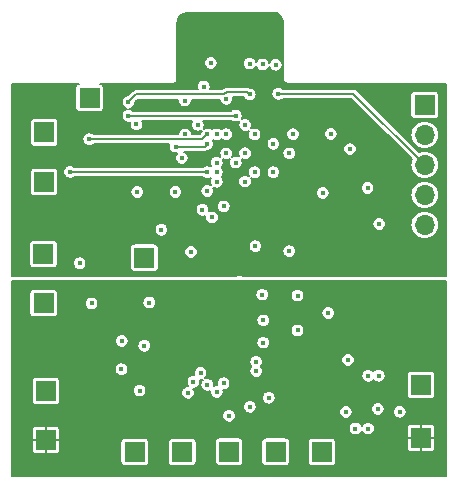
<source format=gbr>
G04 #@! TF.GenerationSoftware,KiCad,Pcbnew,(5.1.0)-1*
G04 #@! TF.CreationDate,2019-08-27T17:01:11-07:00*
G04 #@! TF.ProjectId,SDCard-PCB,53444361-7264-42d5-9043-422e6b696361,rev?*
G04 #@! TF.SameCoordinates,Original*
G04 #@! TF.FileFunction,Copper,L3,Inr*
G04 #@! TF.FilePolarity,Positive*
%FSLAX46Y46*%
G04 Gerber Fmt 4.6, Leading zero omitted, Abs format (unit mm)*
G04 Created by KiCad (PCBNEW (5.1.0)-1) date 2019-08-27 17:01:11*
%MOMM*%
%LPD*%
G04 APERTURE LIST*
%ADD10O,1.700000X1.700000*%
%ADD11R,1.700000X1.700000*%
%ADD12C,0.450000*%
%ADD13C,0.152400*%
%ADD14C,0.203200*%
G04 APERTURE END LIST*
D10*
X135305800Y-65351660D03*
X135305800Y-62811660D03*
X135305800Y-60271660D03*
X135305800Y-57731660D03*
D11*
X135305800Y-55191660D03*
X134995920Y-83372960D03*
X134995920Y-78902560D03*
X126601220Y-84569300D03*
X122689620Y-84554060D03*
X118762780Y-84554060D03*
X111582200Y-68122800D03*
X114790220Y-84584540D03*
X110759240Y-84569300D03*
X106934000Y-54584600D03*
X103238300Y-83563100D03*
X103238300Y-79413100D03*
X103093100Y-57513900D03*
X103035100Y-67823900D03*
X103043100Y-71973900D03*
X103093100Y-61713900D03*
D12*
X117205760Y-51635660D03*
X110909100Y-56822340D03*
X110970060Y-62565280D03*
X133195060Y-81178400D03*
X131417060Y-78112620D03*
X130509060Y-82597040D03*
X130479800Y-62217300D03*
X131457700Y-65275460D03*
X128991360Y-58930540D03*
X126682500Y-62638940D03*
X118498620Y-59291220D03*
X120903800Y-60883600D03*
X127368300Y-57658000D03*
X116340000Y-77890000D03*
X118284600Y-78755600D03*
X121557300Y-71249900D03*
X121640600Y-75311000D03*
X121043700Y-76936600D03*
X109664500Y-75184000D03*
X109639100Y-77558900D03*
X111175800Y-79375000D03*
X120980200Y-67144900D03*
X116497100Y-64058800D03*
X120103850Y-59283650D03*
X124545220Y-71331560D03*
X124545220Y-74281560D03*
X127144780Y-72798940D03*
X121640600Y-73431400D03*
X114206020Y-62567820D03*
X131345940Y-81579720D03*
X122501660Y-60888880D03*
X120098820Y-61681360D03*
X121043700Y-77711300D03*
X111620300Y-77558900D03*
X111569500Y-74396600D03*
X111582200Y-76403200D03*
X111988600Y-71920100D03*
X107111800Y-71996300D03*
X106095800Y-68592700D03*
X117703600Y-57683400D03*
X122504200Y-58483500D03*
X119319040Y-60065920D03*
X121081800Y-74409300D03*
X119435880Y-78178660D03*
X119646700Y-70147180D03*
X131345940Y-80937100D03*
X115735100Y-78625700D03*
X115277900Y-79565500D03*
X124165360Y-57670700D03*
X111574580Y-75577700D03*
X117710000Y-60880000D03*
X118290000Y-63780000D03*
X114239040Y-56822340D03*
X125036580Y-62661800D03*
X118506240Y-60883800D03*
X121701560Y-61681360D03*
X117319900Y-66268600D03*
X124307600Y-66268600D03*
X118506241Y-58480960D03*
X106908600Y-58089800D03*
X116903500Y-57683400D03*
X116903504Y-60883800D03*
X105270300Y-60858400D03*
X122920760Y-54241700D03*
X116900002Y-78880000D03*
X116900000Y-62470000D03*
X117710000Y-79490000D03*
X117710000Y-61690000D03*
X120110000Y-56890000D03*
X120510000Y-80750000D03*
X118740000Y-81510000D03*
X118503700Y-57680860D03*
X130525520Y-78122780D03*
X128640840Y-81180940D03*
X129449060Y-82586060D03*
X128818100Y-76791820D03*
X123840000Y-67570000D03*
X123840000Y-59290000D03*
X120904000Y-57683400D03*
X122110500Y-79984600D03*
X115006120Y-54823360D03*
X115026440Y-57691020D03*
X121592340Y-51765200D03*
X122699780Y-51798220D03*
X120500000Y-54300000D03*
X110230000Y-54950000D03*
X110230000Y-56100000D03*
X119310000Y-56090000D03*
X113020000Y-65760000D03*
X116100000Y-56880000D03*
X114220000Y-58710000D03*
X116900000Y-58480000D03*
X117310000Y-64720000D03*
X117700000Y-60080000D03*
X115520000Y-67640000D03*
X114750000Y-59680000D03*
X116611400Y-53632100D03*
X118506240Y-54670960D03*
X120497600Y-51694080D03*
D13*
X106908600Y-58089800D02*
X116497100Y-58089800D01*
X116497100Y-58089800D02*
X116903500Y-57683400D01*
X116903504Y-60883800D02*
X105295700Y-60883800D01*
X105295700Y-60883800D02*
X105270300Y-60858400D01*
X129275840Y-54241700D02*
X135305800Y-60271660D01*
X122920760Y-54241700D02*
X129275840Y-54241700D01*
X110880000Y-54300000D02*
X110454999Y-54725001D01*
X118312550Y-54300000D02*
X110880000Y-54300000D01*
X110454999Y-54725001D02*
X110230000Y-54950000D01*
X118537549Y-54075001D02*
X118312550Y-54300000D01*
X120275001Y-54075001D02*
X118537549Y-54075001D01*
X120500000Y-54300000D02*
X120275001Y-54075001D01*
X110230000Y-56100000D02*
X119300000Y-56100000D01*
X119300000Y-56100000D02*
X119310000Y-56090000D01*
X114220000Y-58710000D02*
X116670000Y-58710000D01*
X116670000Y-58710000D02*
X116900000Y-58480000D01*
D14*
G36*
X122618515Y-47398949D02*
G01*
X122780606Y-47447887D01*
X122930107Y-47527378D01*
X123061323Y-47634394D01*
X123169254Y-47764860D01*
X123249785Y-47913802D01*
X123299855Y-48075550D01*
X123319400Y-48261506D01*
X123319401Y-52981297D01*
X123317559Y-53000000D01*
X123324907Y-53074611D01*
X123346671Y-53146354D01*
X123382012Y-53212473D01*
X123429573Y-53270427D01*
X123487527Y-53317988D01*
X123553646Y-53353329D01*
X123625389Y-53375093D01*
X123681307Y-53380600D01*
X123700000Y-53382441D01*
X123718693Y-53380600D01*
X137119400Y-53380600D01*
X137119400Y-69644400D01*
X119939289Y-69644400D01*
X119921717Y-69632659D01*
X119816055Y-69588892D01*
X119703884Y-69566580D01*
X119589516Y-69566580D01*
X119477345Y-69588892D01*
X119371683Y-69632659D01*
X119354111Y-69644400D01*
X100380600Y-69644400D01*
X100380600Y-66973900D01*
X101827780Y-66973900D01*
X101827780Y-68673900D01*
X101834646Y-68743610D01*
X101854979Y-68810640D01*
X101887999Y-68872416D01*
X101932437Y-68926563D01*
X101986584Y-68971001D01*
X102048360Y-69004021D01*
X102115390Y-69024354D01*
X102185100Y-69031220D01*
X103885100Y-69031220D01*
X103954810Y-69024354D01*
X104021840Y-69004021D01*
X104083616Y-68971001D01*
X104137763Y-68926563D01*
X104182201Y-68872416D01*
X104215221Y-68810640D01*
X104235554Y-68743610D01*
X104242420Y-68673900D01*
X104242420Y-68535516D01*
X105515200Y-68535516D01*
X105515200Y-68649884D01*
X105537512Y-68762055D01*
X105581279Y-68867717D01*
X105644819Y-68962811D01*
X105725689Y-69043681D01*
X105820783Y-69107221D01*
X105926445Y-69150988D01*
X106038616Y-69173300D01*
X106152984Y-69173300D01*
X106265155Y-69150988D01*
X106370817Y-69107221D01*
X106465911Y-69043681D01*
X106546781Y-68962811D01*
X106610321Y-68867717D01*
X106654088Y-68762055D01*
X106676400Y-68649884D01*
X106676400Y-68535516D01*
X106654088Y-68423345D01*
X106610321Y-68317683D01*
X106546781Y-68222589D01*
X106465911Y-68141719D01*
X106370817Y-68078179D01*
X106265155Y-68034412D01*
X106152984Y-68012100D01*
X106038616Y-68012100D01*
X105926445Y-68034412D01*
X105820783Y-68078179D01*
X105725689Y-68141719D01*
X105644819Y-68222589D01*
X105581279Y-68317683D01*
X105537512Y-68423345D01*
X105515200Y-68535516D01*
X104242420Y-68535516D01*
X104242420Y-67272800D01*
X110374880Y-67272800D01*
X110374880Y-68972800D01*
X110381746Y-69042510D01*
X110402079Y-69109540D01*
X110435099Y-69171316D01*
X110479537Y-69225463D01*
X110533684Y-69269901D01*
X110595460Y-69302921D01*
X110662490Y-69323254D01*
X110732200Y-69330120D01*
X112432200Y-69330120D01*
X112501910Y-69323254D01*
X112568940Y-69302921D01*
X112630716Y-69269901D01*
X112684863Y-69225463D01*
X112729301Y-69171316D01*
X112762321Y-69109540D01*
X112782654Y-69042510D01*
X112789520Y-68972800D01*
X112789520Y-67582816D01*
X114939400Y-67582816D01*
X114939400Y-67697184D01*
X114961712Y-67809355D01*
X115005479Y-67915017D01*
X115069019Y-68010111D01*
X115149889Y-68090981D01*
X115244983Y-68154521D01*
X115350645Y-68198288D01*
X115462816Y-68220600D01*
X115577184Y-68220600D01*
X115689355Y-68198288D01*
X115795017Y-68154521D01*
X115890111Y-68090981D01*
X115970981Y-68010111D01*
X116034521Y-67915017D01*
X116078288Y-67809355D01*
X116100600Y-67697184D01*
X116100600Y-67582816D01*
X116078288Y-67470645D01*
X116034521Y-67364983D01*
X115970981Y-67269889D01*
X115890111Y-67189019D01*
X115795017Y-67125479D01*
X115703850Y-67087716D01*
X120399600Y-67087716D01*
X120399600Y-67202084D01*
X120421912Y-67314255D01*
X120465679Y-67419917D01*
X120529219Y-67515011D01*
X120610089Y-67595881D01*
X120705183Y-67659421D01*
X120810845Y-67703188D01*
X120923016Y-67725500D01*
X121037384Y-67725500D01*
X121149555Y-67703188D01*
X121255217Y-67659421D01*
X121350311Y-67595881D01*
X121431181Y-67515011D01*
X121432647Y-67512816D01*
X123259400Y-67512816D01*
X123259400Y-67627184D01*
X123281712Y-67739355D01*
X123325479Y-67845017D01*
X123389019Y-67940111D01*
X123469889Y-68020981D01*
X123564983Y-68084521D01*
X123670645Y-68128288D01*
X123782816Y-68150600D01*
X123897184Y-68150600D01*
X124009355Y-68128288D01*
X124115017Y-68084521D01*
X124210111Y-68020981D01*
X124290981Y-67940111D01*
X124354521Y-67845017D01*
X124398288Y-67739355D01*
X124420600Y-67627184D01*
X124420600Y-67512816D01*
X124398288Y-67400645D01*
X124354521Y-67294983D01*
X124290981Y-67199889D01*
X124210111Y-67119019D01*
X124115017Y-67055479D01*
X124009355Y-67011712D01*
X123897184Y-66989400D01*
X123782816Y-66989400D01*
X123670645Y-67011712D01*
X123564983Y-67055479D01*
X123469889Y-67119019D01*
X123389019Y-67199889D01*
X123325479Y-67294983D01*
X123281712Y-67400645D01*
X123259400Y-67512816D01*
X121432647Y-67512816D01*
X121494721Y-67419917D01*
X121538488Y-67314255D01*
X121560800Y-67202084D01*
X121560800Y-67087716D01*
X121538488Y-66975545D01*
X121494721Y-66869883D01*
X121431181Y-66774789D01*
X121350311Y-66693919D01*
X121255217Y-66630379D01*
X121149555Y-66586612D01*
X121037384Y-66564300D01*
X120923016Y-66564300D01*
X120810845Y-66586612D01*
X120705183Y-66630379D01*
X120610089Y-66693919D01*
X120529219Y-66774789D01*
X120465679Y-66869883D01*
X120421912Y-66975545D01*
X120399600Y-67087716D01*
X115703850Y-67087716D01*
X115689355Y-67081712D01*
X115577184Y-67059400D01*
X115462816Y-67059400D01*
X115350645Y-67081712D01*
X115244983Y-67125479D01*
X115149889Y-67189019D01*
X115069019Y-67269889D01*
X115005479Y-67364983D01*
X114961712Y-67470645D01*
X114939400Y-67582816D01*
X112789520Y-67582816D01*
X112789520Y-67272800D01*
X112782654Y-67203090D01*
X112762321Y-67136060D01*
X112729301Y-67074284D01*
X112684863Y-67020137D01*
X112630716Y-66975699D01*
X112568940Y-66942679D01*
X112501910Y-66922346D01*
X112432200Y-66915480D01*
X110732200Y-66915480D01*
X110662490Y-66922346D01*
X110595460Y-66942679D01*
X110533684Y-66975699D01*
X110479537Y-67020137D01*
X110435099Y-67074284D01*
X110402079Y-67136060D01*
X110381746Y-67203090D01*
X110374880Y-67272800D01*
X104242420Y-67272800D01*
X104242420Y-66973900D01*
X104235554Y-66904190D01*
X104215221Y-66837160D01*
X104182201Y-66775384D01*
X104137763Y-66721237D01*
X104083616Y-66676799D01*
X104021840Y-66643779D01*
X103954810Y-66623446D01*
X103885100Y-66616580D01*
X102185100Y-66616580D01*
X102115390Y-66623446D01*
X102048360Y-66643779D01*
X101986584Y-66676799D01*
X101932437Y-66721237D01*
X101887999Y-66775384D01*
X101854979Y-66837160D01*
X101834646Y-66904190D01*
X101827780Y-66973900D01*
X100380600Y-66973900D01*
X100380600Y-65702816D01*
X112439400Y-65702816D01*
X112439400Y-65817184D01*
X112461712Y-65929355D01*
X112505479Y-66035017D01*
X112569019Y-66130111D01*
X112649889Y-66210981D01*
X112744983Y-66274521D01*
X112850645Y-66318288D01*
X112962816Y-66340600D01*
X113077184Y-66340600D01*
X113189355Y-66318288D01*
X113295017Y-66274521D01*
X113390111Y-66210981D01*
X113470981Y-66130111D01*
X113534521Y-66035017D01*
X113578288Y-65929355D01*
X113600600Y-65817184D01*
X113600600Y-65702816D01*
X113578288Y-65590645D01*
X113534521Y-65484983D01*
X113470981Y-65389889D01*
X113390111Y-65309019D01*
X113295017Y-65245479D01*
X113189355Y-65201712D01*
X113077184Y-65179400D01*
X112962816Y-65179400D01*
X112850645Y-65201712D01*
X112744983Y-65245479D01*
X112649889Y-65309019D01*
X112569019Y-65389889D01*
X112505479Y-65484983D01*
X112461712Y-65590645D01*
X112439400Y-65702816D01*
X100380600Y-65702816D01*
X100380600Y-64001616D01*
X115916500Y-64001616D01*
X115916500Y-64115984D01*
X115938812Y-64228155D01*
X115982579Y-64333817D01*
X116046119Y-64428911D01*
X116126989Y-64509781D01*
X116222083Y-64573321D01*
X116327745Y-64617088D01*
X116439916Y-64639400D01*
X116554284Y-64639400D01*
X116666455Y-64617088D01*
X116744964Y-64584568D01*
X116729400Y-64662816D01*
X116729400Y-64777184D01*
X116751712Y-64889355D01*
X116795479Y-64995017D01*
X116859019Y-65090111D01*
X116939889Y-65170981D01*
X117034983Y-65234521D01*
X117140645Y-65278288D01*
X117252816Y-65300600D01*
X117367184Y-65300600D01*
X117479355Y-65278288D01*
X117585017Y-65234521D01*
X117609329Y-65218276D01*
X130877100Y-65218276D01*
X130877100Y-65332644D01*
X130899412Y-65444815D01*
X130943179Y-65550477D01*
X131006719Y-65645571D01*
X131087589Y-65726441D01*
X131182683Y-65789981D01*
X131288345Y-65833748D01*
X131400516Y-65856060D01*
X131514884Y-65856060D01*
X131627055Y-65833748D01*
X131732717Y-65789981D01*
X131827811Y-65726441D01*
X131908681Y-65645571D01*
X131972221Y-65550477D01*
X132015988Y-65444815D01*
X132034517Y-65351660D01*
X134094367Y-65351660D01*
X134117644Y-65587999D01*
X134186582Y-65815255D01*
X134298530Y-66024696D01*
X134449188Y-66208272D01*
X134632764Y-66358930D01*
X134842205Y-66470878D01*
X135069461Y-66539816D01*
X135246576Y-66557260D01*
X135365024Y-66557260D01*
X135542139Y-66539816D01*
X135769395Y-66470878D01*
X135978836Y-66358930D01*
X136162412Y-66208272D01*
X136313070Y-66024696D01*
X136425018Y-65815255D01*
X136493956Y-65587999D01*
X136517233Y-65351660D01*
X136493956Y-65115321D01*
X136425018Y-64888065D01*
X136313070Y-64678624D01*
X136162412Y-64495048D01*
X135978836Y-64344390D01*
X135769395Y-64232442D01*
X135542139Y-64163504D01*
X135365024Y-64146060D01*
X135246576Y-64146060D01*
X135069461Y-64163504D01*
X134842205Y-64232442D01*
X134632764Y-64344390D01*
X134449188Y-64495048D01*
X134298530Y-64678624D01*
X134186582Y-64888065D01*
X134117644Y-65115321D01*
X134094367Y-65351660D01*
X132034517Y-65351660D01*
X132038300Y-65332644D01*
X132038300Y-65218276D01*
X132015988Y-65106105D01*
X131972221Y-65000443D01*
X131908681Y-64905349D01*
X131827811Y-64824479D01*
X131732717Y-64760939D01*
X131627055Y-64717172D01*
X131514884Y-64694860D01*
X131400516Y-64694860D01*
X131288345Y-64717172D01*
X131182683Y-64760939D01*
X131087589Y-64824479D01*
X131006719Y-64905349D01*
X130943179Y-65000443D01*
X130899412Y-65106105D01*
X130877100Y-65218276D01*
X117609329Y-65218276D01*
X117680111Y-65170981D01*
X117760981Y-65090111D01*
X117824521Y-64995017D01*
X117868288Y-64889355D01*
X117890600Y-64777184D01*
X117890600Y-64662816D01*
X117868288Y-64550645D01*
X117824521Y-64444983D01*
X117760981Y-64349889D01*
X117680111Y-64269019D01*
X117585017Y-64205479D01*
X117479355Y-64161712D01*
X117367184Y-64139400D01*
X117252816Y-64139400D01*
X117140645Y-64161712D01*
X117062136Y-64194232D01*
X117077700Y-64115984D01*
X117077700Y-64001616D01*
X117055388Y-63889445D01*
X117011621Y-63783783D01*
X116970885Y-63722816D01*
X117709400Y-63722816D01*
X117709400Y-63837184D01*
X117731712Y-63949355D01*
X117775479Y-64055017D01*
X117839019Y-64150111D01*
X117919889Y-64230981D01*
X118014983Y-64294521D01*
X118120645Y-64338288D01*
X118232816Y-64360600D01*
X118347184Y-64360600D01*
X118459355Y-64338288D01*
X118565017Y-64294521D01*
X118660111Y-64230981D01*
X118740981Y-64150111D01*
X118804521Y-64055017D01*
X118848288Y-63949355D01*
X118870600Y-63837184D01*
X118870600Y-63722816D01*
X118848288Y-63610645D01*
X118804521Y-63504983D01*
X118740981Y-63409889D01*
X118660111Y-63329019D01*
X118565017Y-63265479D01*
X118459355Y-63221712D01*
X118347184Y-63199400D01*
X118232816Y-63199400D01*
X118120645Y-63221712D01*
X118014983Y-63265479D01*
X117919889Y-63329019D01*
X117839019Y-63409889D01*
X117775479Y-63504983D01*
X117731712Y-63610645D01*
X117709400Y-63722816D01*
X116970885Y-63722816D01*
X116948081Y-63688689D01*
X116867211Y-63607819D01*
X116772117Y-63544279D01*
X116666455Y-63500512D01*
X116554284Y-63478200D01*
X116439916Y-63478200D01*
X116327745Y-63500512D01*
X116222083Y-63544279D01*
X116126989Y-63607819D01*
X116046119Y-63688689D01*
X115982579Y-63783783D01*
X115938812Y-63889445D01*
X115916500Y-64001616D01*
X100380600Y-64001616D01*
X100380600Y-60863900D01*
X101885780Y-60863900D01*
X101885780Y-62563900D01*
X101892646Y-62633610D01*
X101912979Y-62700640D01*
X101945999Y-62762416D01*
X101990437Y-62816563D01*
X102044584Y-62861001D01*
X102106360Y-62894021D01*
X102173390Y-62914354D01*
X102243100Y-62921220D01*
X103943100Y-62921220D01*
X104012810Y-62914354D01*
X104079840Y-62894021D01*
X104141616Y-62861001D01*
X104195763Y-62816563D01*
X104240201Y-62762416D01*
X104273221Y-62700640D01*
X104293554Y-62633610D01*
X104300420Y-62563900D01*
X104300420Y-62508096D01*
X110389460Y-62508096D01*
X110389460Y-62622464D01*
X110411772Y-62734635D01*
X110455539Y-62840297D01*
X110519079Y-62935391D01*
X110599949Y-63016261D01*
X110695043Y-63079801D01*
X110800705Y-63123568D01*
X110912876Y-63145880D01*
X111027244Y-63145880D01*
X111139415Y-63123568D01*
X111245077Y-63079801D01*
X111340171Y-63016261D01*
X111421041Y-62935391D01*
X111484581Y-62840297D01*
X111528348Y-62734635D01*
X111550660Y-62622464D01*
X111550660Y-62510636D01*
X113625420Y-62510636D01*
X113625420Y-62625004D01*
X113647732Y-62737175D01*
X113691499Y-62842837D01*
X113755039Y-62937931D01*
X113835909Y-63018801D01*
X113931003Y-63082341D01*
X114036665Y-63126108D01*
X114148836Y-63148420D01*
X114263204Y-63148420D01*
X114375375Y-63126108D01*
X114481037Y-63082341D01*
X114576131Y-63018801D01*
X114657001Y-62937931D01*
X114720541Y-62842837D01*
X114764308Y-62737175D01*
X114786620Y-62625004D01*
X114786620Y-62510636D01*
X114764308Y-62398465D01*
X114720541Y-62292803D01*
X114657001Y-62197709D01*
X114576131Y-62116839D01*
X114481037Y-62053299D01*
X114375375Y-62009532D01*
X114263204Y-61987220D01*
X114148836Y-61987220D01*
X114036665Y-62009532D01*
X113931003Y-62053299D01*
X113835909Y-62116839D01*
X113755039Y-62197709D01*
X113691499Y-62292803D01*
X113647732Y-62398465D01*
X113625420Y-62510636D01*
X111550660Y-62510636D01*
X111550660Y-62508096D01*
X111528348Y-62395925D01*
X111484581Y-62290263D01*
X111421041Y-62195169D01*
X111340171Y-62114299D01*
X111245077Y-62050759D01*
X111139415Y-62006992D01*
X111027244Y-61984680D01*
X110912876Y-61984680D01*
X110800705Y-62006992D01*
X110695043Y-62050759D01*
X110599949Y-62114299D01*
X110519079Y-62195169D01*
X110455539Y-62290263D01*
X110411772Y-62395925D01*
X110389460Y-62508096D01*
X104300420Y-62508096D01*
X104300420Y-60863900D01*
X104294247Y-60801216D01*
X104689700Y-60801216D01*
X104689700Y-60915584D01*
X104712012Y-61027755D01*
X104755779Y-61133417D01*
X104819319Y-61228511D01*
X104900189Y-61309381D01*
X104995283Y-61372921D01*
X105100945Y-61416688D01*
X105213116Y-61439000D01*
X105327484Y-61439000D01*
X105439655Y-61416688D01*
X105545317Y-61372921D01*
X105631104Y-61315600D01*
X116514212Y-61315600D01*
X116533393Y-61334781D01*
X116628487Y-61398321D01*
X116734149Y-61442088D01*
X116846320Y-61464400D01*
X116960688Y-61464400D01*
X117072859Y-61442088D01*
X117178521Y-61398321D01*
X117229270Y-61364412D01*
X117195479Y-61414983D01*
X117151712Y-61520645D01*
X117129400Y-61632816D01*
X117129400Y-61747184D01*
X117151712Y-61859355D01*
X117195479Y-61965017D01*
X117200470Y-61972486D01*
X117175017Y-61955479D01*
X117069355Y-61911712D01*
X116957184Y-61889400D01*
X116842816Y-61889400D01*
X116730645Y-61911712D01*
X116624983Y-61955479D01*
X116529889Y-62019019D01*
X116449019Y-62099889D01*
X116385479Y-62194983D01*
X116341712Y-62300645D01*
X116319400Y-62412816D01*
X116319400Y-62527184D01*
X116341712Y-62639355D01*
X116385479Y-62745017D01*
X116449019Y-62840111D01*
X116529889Y-62920981D01*
X116624983Y-62984521D01*
X116730645Y-63028288D01*
X116842816Y-63050600D01*
X116957184Y-63050600D01*
X117069355Y-63028288D01*
X117175017Y-62984521D01*
X117270111Y-62920981D01*
X117350981Y-62840111D01*
X117414521Y-62745017D01*
X117458288Y-62639355D01*
X117469745Y-62581756D01*
X126101900Y-62581756D01*
X126101900Y-62696124D01*
X126124212Y-62808295D01*
X126167979Y-62913957D01*
X126231519Y-63009051D01*
X126312389Y-63089921D01*
X126407483Y-63153461D01*
X126513145Y-63197228D01*
X126625316Y-63219540D01*
X126739684Y-63219540D01*
X126851855Y-63197228D01*
X126957517Y-63153461D01*
X127052611Y-63089921D01*
X127133481Y-63009051D01*
X127197021Y-62913957D01*
X127239394Y-62811660D01*
X134094367Y-62811660D01*
X134117644Y-63047999D01*
X134186582Y-63275255D01*
X134298530Y-63484696D01*
X134449188Y-63668272D01*
X134632764Y-63818930D01*
X134842205Y-63930878D01*
X135069461Y-63999816D01*
X135246576Y-64017260D01*
X135365024Y-64017260D01*
X135542139Y-63999816D01*
X135769395Y-63930878D01*
X135978836Y-63818930D01*
X136162412Y-63668272D01*
X136313070Y-63484696D01*
X136425018Y-63275255D01*
X136493956Y-63047999D01*
X136517233Y-62811660D01*
X136493956Y-62575321D01*
X136425018Y-62348065D01*
X136313070Y-62138624D01*
X136162412Y-61955048D01*
X135978836Y-61804390D01*
X135769395Y-61692442D01*
X135542139Y-61623504D01*
X135365024Y-61606060D01*
X135246576Y-61606060D01*
X135069461Y-61623504D01*
X134842205Y-61692442D01*
X134632764Y-61804390D01*
X134449188Y-61955048D01*
X134298530Y-62138624D01*
X134186582Y-62348065D01*
X134117644Y-62575321D01*
X134094367Y-62811660D01*
X127239394Y-62811660D01*
X127240788Y-62808295D01*
X127263100Y-62696124D01*
X127263100Y-62581756D01*
X127240788Y-62469585D01*
X127197021Y-62363923D01*
X127133481Y-62268829D01*
X127052611Y-62187959D01*
X127010942Y-62160116D01*
X129899200Y-62160116D01*
X129899200Y-62274484D01*
X129921512Y-62386655D01*
X129965279Y-62492317D01*
X130028819Y-62587411D01*
X130109689Y-62668281D01*
X130204783Y-62731821D01*
X130310445Y-62775588D01*
X130422616Y-62797900D01*
X130536984Y-62797900D01*
X130649155Y-62775588D01*
X130754817Y-62731821D01*
X130849911Y-62668281D01*
X130930781Y-62587411D01*
X130994321Y-62492317D01*
X131038088Y-62386655D01*
X131060400Y-62274484D01*
X131060400Y-62160116D01*
X131038088Y-62047945D01*
X130994321Y-61942283D01*
X130930781Y-61847189D01*
X130849911Y-61766319D01*
X130754817Y-61702779D01*
X130649155Y-61659012D01*
X130536984Y-61636700D01*
X130422616Y-61636700D01*
X130310445Y-61659012D01*
X130204783Y-61702779D01*
X130109689Y-61766319D01*
X130028819Y-61847189D01*
X129965279Y-61942283D01*
X129921512Y-62047945D01*
X129899200Y-62160116D01*
X127010942Y-62160116D01*
X126957517Y-62124419D01*
X126851855Y-62080652D01*
X126739684Y-62058340D01*
X126625316Y-62058340D01*
X126513145Y-62080652D01*
X126407483Y-62124419D01*
X126312389Y-62187959D01*
X126231519Y-62268829D01*
X126167979Y-62363923D01*
X126124212Y-62469585D01*
X126101900Y-62581756D01*
X117469745Y-62581756D01*
X117480600Y-62527184D01*
X117480600Y-62412816D01*
X117458288Y-62300645D01*
X117414521Y-62194983D01*
X117409530Y-62187514D01*
X117434983Y-62204521D01*
X117540645Y-62248288D01*
X117652816Y-62270600D01*
X117767184Y-62270600D01*
X117879355Y-62248288D01*
X117985017Y-62204521D01*
X118080111Y-62140981D01*
X118160981Y-62060111D01*
X118224521Y-61965017D01*
X118268288Y-61859355D01*
X118290600Y-61747184D01*
X118290600Y-61632816D01*
X118288882Y-61624176D01*
X119518220Y-61624176D01*
X119518220Y-61738544D01*
X119540532Y-61850715D01*
X119584299Y-61956377D01*
X119647839Y-62051471D01*
X119728709Y-62132341D01*
X119823803Y-62195881D01*
X119929465Y-62239648D01*
X120041636Y-62261960D01*
X120156004Y-62261960D01*
X120268175Y-62239648D01*
X120373837Y-62195881D01*
X120468931Y-62132341D01*
X120549801Y-62051471D01*
X120613341Y-61956377D01*
X120657108Y-61850715D01*
X120679420Y-61738544D01*
X120679420Y-61624176D01*
X120657108Y-61512005D01*
X120613341Y-61406343D01*
X120590961Y-61372849D01*
X120628783Y-61398121D01*
X120734445Y-61441888D01*
X120846616Y-61464200D01*
X120960984Y-61464200D01*
X121073155Y-61441888D01*
X121178817Y-61398121D01*
X121273911Y-61334581D01*
X121354781Y-61253711D01*
X121418321Y-61158617D01*
X121462088Y-61052955D01*
X121484400Y-60940784D01*
X121484400Y-60831696D01*
X121921060Y-60831696D01*
X121921060Y-60946064D01*
X121943372Y-61058235D01*
X121987139Y-61163897D01*
X122050679Y-61258991D01*
X122131549Y-61339861D01*
X122226643Y-61403401D01*
X122332305Y-61447168D01*
X122444476Y-61469480D01*
X122558844Y-61469480D01*
X122671015Y-61447168D01*
X122776677Y-61403401D01*
X122871771Y-61339861D01*
X122952641Y-61258991D01*
X123016181Y-61163897D01*
X123059948Y-61058235D01*
X123082260Y-60946064D01*
X123082260Y-60831696D01*
X123059948Y-60719525D01*
X123016181Y-60613863D01*
X122952641Y-60518769D01*
X122871771Y-60437899D01*
X122776677Y-60374359D01*
X122671015Y-60330592D01*
X122558844Y-60308280D01*
X122444476Y-60308280D01*
X122332305Y-60330592D01*
X122226643Y-60374359D01*
X122131549Y-60437899D01*
X122050679Y-60518769D01*
X121987139Y-60613863D01*
X121943372Y-60719525D01*
X121921060Y-60831696D01*
X121484400Y-60831696D01*
X121484400Y-60826416D01*
X121462088Y-60714245D01*
X121418321Y-60608583D01*
X121354781Y-60513489D01*
X121273911Y-60432619D01*
X121178817Y-60369079D01*
X121073155Y-60325312D01*
X120960984Y-60303000D01*
X120846616Y-60303000D01*
X120734445Y-60325312D01*
X120628783Y-60369079D01*
X120533689Y-60432619D01*
X120452819Y-60513489D01*
X120389279Y-60608583D01*
X120345512Y-60714245D01*
X120323200Y-60826416D01*
X120323200Y-60940784D01*
X120345512Y-61052955D01*
X120389279Y-61158617D01*
X120411659Y-61192111D01*
X120373837Y-61166839D01*
X120268175Y-61123072D01*
X120156004Y-61100760D01*
X120041636Y-61100760D01*
X119929465Y-61123072D01*
X119823803Y-61166839D01*
X119728709Y-61230379D01*
X119647839Y-61311249D01*
X119584299Y-61406343D01*
X119540532Y-61512005D01*
X119518220Y-61624176D01*
X118288882Y-61624176D01*
X118268288Y-61520645D01*
X118224521Y-61414983D01*
X118160981Y-61319889D01*
X118126092Y-61285000D01*
X118160981Y-61250111D01*
X118224521Y-61155017D01*
X118268288Y-61049355D01*
X118290600Y-60937184D01*
X118290600Y-60822816D01*
X118268288Y-60710645D01*
X118224521Y-60604983D01*
X118160981Y-60509889D01*
X118126092Y-60475000D01*
X118150981Y-60450111D01*
X118214521Y-60355017D01*
X118258288Y-60249355D01*
X118280600Y-60137184D01*
X118280600Y-60022816D01*
X118258288Y-59910645D01*
X118214521Y-59804983D01*
X118208111Y-59795389D01*
X118223603Y-59805741D01*
X118329265Y-59849508D01*
X118441436Y-59871820D01*
X118555804Y-59871820D01*
X118667975Y-59849508D01*
X118773637Y-59805741D01*
X118811516Y-59780431D01*
X118804519Y-59790903D01*
X118760752Y-59896565D01*
X118738440Y-60008736D01*
X118738440Y-60123104D01*
X118760752Y-60235275D01*
X118804519Y-60340937D01*
X118868059Y-60436031D01*
X118948929Y-60516901D01*
X119044023Y-60580441D01*
X119149685Y-60624208D01*
X119261856Y-60646520D01*
X119376224Y-60646520D01*
X119488395Y-60624208D01*
X119594057Y-60580441D01*
X119689151Y-60516901D01*
X119770021Y-60436031D01*
X119833561Y-60340937D01*
X119877328Y-60235275D01*
X119899640Y-60123104D01*
X119899640Y-60008736D01*
X119877328Y-59896565D01*
X119838174Y-59802040D01*
X119934495Y-59841938D01*
X120046666Y-59864250D01*
X120161034Y-59864250D01*
X120273205Y-59841938D01*
X120378867Y-59798171D01*
X120473961Y-59734631D01*
X120554831Y-59653761D01*
X120618371Y-59558667D01*
X120662138Y-59453005D01*
X120684450Y-59340834D01*
X120684450Y-59232816D01*
X123259400Y-59232816D01*
X123259400Y-59347184D01*
X123281712Y-59459355D01*
X123325479Y-59565017D01*
X123389019Y-59660111D01*
X123469889Y-59740981D01*
X123564983Y-59804521D01*
X123670645Y-59848288D01*
X123782816Y-59870600D01*
X123897184Y-59870600D01*
X124009355Y-59848288D01*
X124115017Y-59804521D01*
X124210111Y-59740981D01*
X124290981Y-59660111D01*
X124354521Y-59565017D01*
X124398288Y-59459355D01*
X124420600Y-59347184D01*
X124420600Y-59232816D01*
X124398288Y-59120645D01*
X124354521Y-59014983D01*
X124290981Y-58919889D01*
X124244448Y-58873356D01*
X128410760Y-58873356D01*
X128410760Y-58987724D01*
X128433072Y-59099895D01*
X128476839Y-59205557D01*
X128540379Y-59300651D01*
X128621249Y-59381521D01*
X128716343Y-59445061D01*
X128822005Y-59488828D01*
X128934176Y-59511140D01*
X129048544Y-59511140D01*
X129160715Y-59488828D01*
X129266377Y-59445061D01*
X129361471Y-59381521D01*
X129442341Y-59300651D01*
X129505881Y-59205557D01*
X129549648Y-59099895D01*
X129571960Y-58987724D01*
X129571960Y-58873356D01*
X129549648Y-58761185D01*
X129505881Y-58655523D01*
X129442341Y-58560429D01*
X129361471Y-58479559D01*
X129266377Y-58416019D01*
X129160715Y-58372252D01*
X129048544Y-58349940D01*
X128934176Y-58349940D01*
X128822005Y-58372252D01*
X128716343Y-58416019D01*
X128621249Y-58479559D01*
X128540379Y-58560429D01*
X128476839Y-58655523D01*
X128433072Y-58761185D01*
X128410760Y-58873356D01*
X124244448Y-58873356D01*
X124210111Y-58839019D01*
X124115017Y-58775479D01*
X124009355Y-58731712D01*
X123897184Y-58709400D01*
X123782816Y-58709400D01*
X123670645Y-58731712D01*
X123564983Y-58775479D01*
X123469889Y-58839019D01*
X123389019Y-58919889D01*
X123325479Y-59014983D01*
X123281712Y-59120645D01*
X123259400Y-59232816D01*
X120684450Y-59232816D01*
X120684450Y-59226466D01*
X120662138Y-59114295D01*
X120618371Y-59008633D01*
X120554831Y-58913539D01*
X120473961Y-58832669D01*
X120378867Y-58769129D01*
X120273205Y-58725362D01*
X120161034Y-58703050D01*
X120046666Y-58703050D01*
X119934495Y-58725362D01*
X119828833Y-58769129D01*
X119733739Y-58832669D01*
X119652869Y-58913539D01*
X119589329Y-59008633D01*
X119545562Y-59114295D01*
X119523250Y-59226466D01*
X119523250Y-59340834D01*
X119545562Y-59453005D01*
X119584716Y-59547530D01*
X119488395Y-59507632D01*
X119376224Y-59485320D01*
X119261856Y-59485320D01*
X119149685Y-59507632D01*
X119044023Y-59551399D01*
X119006144Y-59576709D01*
X119013141Y-59566237D01*
X119056908Y-59460575D01*
X119079220Y-59348404D01*
X119079220Y-59234036D01*
X119056908Y-59121865D01*
X119013141Y-59016203D01*
X118949601Y-58921109D01*
X118868731Y-58840239D01*
X118773637Y-58776699D01*
X118667975Y-58732932D01*
X118555804Y-58710620D01*
X118441436Y-58710620D01*
X118329265Y-58732932D01*
X118223603Y-58776699D01*
X118128509Y-58840239D01*
X118047639Y-58921109D01*
X117984099Y-59016203D01*
X117940332Y-59121865D01*
X117918020Y-59234036D01*
X117918020Y-59348404D01*
X117940332Y-59460575D01*
X117984099Y-59566237D01*
X117990509Y-59575831D01*
X117975017Y-59565479D01*
X117869355Y-59521712D01*
X117757184Y-59499400D01*
X117642816Y-59499400D01*
X117530645Y-59521712D01*
X117424983Y-59565479D01*
X117329889Y-59629019D01*
X117249019Y-59709889D01*
X117185479Y-59804983D01*
X117141712Y-59910645D01*
X117119400Y-60022816D01*
X117119400Y-60137184D01*
X117141712Y-60249355D01*
X117185479Y-60355017D01*
X117208307Y-60389181D01*
X117178521Y-60369279D01*
X117072859Y-60325512D01*
X116960688Y-60303200D01*
X116846320Y-60303200D01*
X116734149Y-60325512D01*
X116628487Y-60369279D01*
X116533393Y-60432819D01*
X116514212Y-60452000D01*
X105684992Y-60452000D01*
X105640411Y-60407419D01*
X105545317Y-60343879D01*
X105439655Y-60300112D01*
X105327484Y-60277800D01*
X105213116Y-60277800D01*
X105100945Y-60300112D01*
X104995283Y-60343879D01*
X104900189Y-60407419D01*
X104819319Y-60488289D01*
X104755779Y-60583383D01*
X104712012Y-60689045D01*
X104689700Y-60801216D01*
X104294247Y-60801216D01*
X104293554Y-60794190D01*
X104273221Y-60727160D01*
X104240201Y-60665384D01*
X104195763Y-60611237D01*
X104141616Y-60566799D01*
X104079840Y-60533779D01*
X104012810Y-60513446D01*
X103943100Y-60506580D01*
X102243100Y-60506580D01*
X102173390Y-60513446D01*
X102106360Y-60533779D01*
X102044584Y-60566799D01*
X101990437Y-60611237D01*
X101945999Y-60665384D01*
X101912979Y-60727160D01*
X101892646Y-60794190D01*
X101885780Y-60863900D01*
X100380600Y-60863900D01*
X100380600Y-56663900D01*
X101885780Y-56663900D01*
X101885780Y-58363900D01*
X101892646Y-58433610D01*
X101912979Y-58500640D01*
X101945999Y-58562416D01*
X101990437Y-58616563D01*
X102044584Y-58661001D01*
X102106360Y-58694021D01*
X102173390Y-58714354D01*
X102243100Y-58721220D01*
X103943100Y-58721220D01*
X104012810Y-58714354D01*
X104079840Y-58694021D01*
X104141616Y-58661001D01*
X104195763Y-58616563D01*
X104240201Y-58562416D01*
X104273221Y-58500640D01*
X104293554Y-58433610D01*
X104300420Y-58363900D01*
X104300420Y-58032616D01*
X106328000Y-58032616D01*
X106328000Y-58146984D01*
X106350312Y-58259155D01*
X106394079Y-58364817D01*
X106457619Y-58459911D01*
X106538489Y-58540781D01*
X106633583Y-58604321D01*
X106739245Y-58648088D01*
X106851416Y-58670400D01*
X106965784Y-58670400D01*
X107077955Y-58648088D01*
X107183617Y-58604321D01*
X107278711Y-58540781D01*
X107297892Y-58521600D01*
X113669601Y-58521600D01*
X113661712Y-58540645D01*
X113639400Y-58652816D01*
X113639400Y-58767184D01*
X113661712Y-58879355D01*
X113705479Y-58985017D01*
X113769019Y-59080111D01*
X113849889Y-59160981D01*
X113944983Y-59224521D01*
X114050645Y-59268288D01*
X114162816Y-59290600D01*
X114277184Y-59290600D01*
X114328519Y-59280389D01*
X114299019Y-59309889D01*
X114235479Y-59404983D01*
X114191712Y-59510645D01*
X114169400Y-59622816D01*
X114169400Y-59737184D01*
X114191712Y-59849355D01*
X114235479Y-59955017D01*
X114299019Y-60050111D01*
X114379889Y-60130981D01*
X114474983Y-60194521D01*
X114580645Y-60238288D01*
X114692816Y-60260600D01*
X114807184Y-60260600D01*
X114919355Y-60238288D01*
X115025017Y-60194521D01*
X115120111Y-60130981D01*
X115200981Y-60050111D01*
X115264521Y-59955017D01*
X115308288Y-59849355D01*
X115330600Y-59737184D01*
X115330600Y-59622816D01*
X115308288Y-59510645D01*
X115264521Y-59404983D01*
X115200981Y-59309889D01*
X115120111Y-59229019D01*
X115025017Y-59165479D01*
X114967851Y-59141800D01*
X116648790Y-59141800D01*
X116670000Y-59143889D01*
X116691210Y-59141800D01*
X116754648Y-59135552D01*
X116836042Y-59110861D01*
X116911056Y-59070766D01*
X116923443Y-59060600D01*
X116957184Y-59060600D01*
X117069355Y-59038288D01*
X117175017Y-58994521D01*
X117270111Y-58930981D01*
X117350981Y-58850111D01*
X117414521Y-58755017D01*
X117458288Y-58649355D01*
X117480600Y-58537184D01*
X117480600Y-58426316D01*
X121923600Y-58426316D01*
X121923600Y-58540684D01*
X121945912Y-58652855D01*
X121989679Y-58758517D01*
X122053219Y-58853611D01*
X122134089Y-58934481D01*
X122229183Y-58998021D01*
X122334845Y-59041788D01*
X122447016Y-59064100D01*
X122561384Y-59064100D01*
X122673555Y-59041788D01*
X122779217Y-58998021D01*
X122874311Y-58934481D01*
X122955181Y-58853611D01*
X123018721Y-58758517D01*
X123062488Y-58652855D01*
X123084800Y-58540684D01*
X123084800Y-58426316D01*
X123062488Y-58314145D01*
X123018721Y-58208483D01*
X122955181Y-58113389D01*
X122874311Y-58032519D01*
X122779217Y-57968979D01*
X122673555Y-57925212D01*
X122561384Y-57902900D01*
X122447016Y-57902900D01*
X122334845Y-57925212D01*
X122229183Y-57968979D01*
X122134089Y-58032519D01*
X122053219Y-58113389D01*
X121989679Y-58208483D01*
X121945912Y-58314145D01*
X121923600Y-58426316D01*
X117480600Y-58426316D01*
X117480600Y-58422816D01*
X117458288Y-58310645D01*
X117414521Y-58204983D01*
X117394654Y-58175250D01*
X117428583Y-58197921D01*
X117534245Y-58241688D01*
X117646416Y-58264000D01*
X117760784Y-58264000D01*
X117872955Y-58241688D01*
X117978617Y-58197921D01*
X118073711Y-58134381D01*
X118104920Y-58103172D01*
X118133589Y-58131841D01*
X118228683Y-58195381D01*
X118334345Y-58239148D01*
X118446516Y-58261460D01*
X118560884Y-58261460D01*
X118673055Y-58239148D01*
X118778717Y-58195381D01*
X118873811Y-58131841D01*
X118954681Y-58050971D01*
X119018221Y-57955877D01*
X119061988Y-57850215D01*
X119084300Y-57738044D01*
X119084300Y-57623676D01*
X119061988Y-57511505D01*
X119018221Y-57405843D01*
X118954681Y-57310749D01*
X118873811Y-57229879D01*
X118778717Y-57166339D01*
X118673055Y-57122572D01*
X118560884Y-57100260D01*
X118446516Y-57100260D01*
X118334345Y-57122572D01*
X118228683Y-57166339D01*
X118133589Y-57229879D01*
X118102380Y-57261088D01*
X118073711Y-57232419D01*
X117978617Y-57168879D01*
X117872955Y-57125112D01*
X117760784Y-57102800D01*
X117646416Y-57102800D01*
X117534245Y-57125112D01*
X117428583Y-57168879D01*
X117333489Y-57232419D01*
X117303550Y-57262358D01*
X117273611Y-57232419D01*
X117178517Y-57168879D01*
X117072855Y-57125112D01*
X116960684Y-57102800D01*
X116846316Y-57102800D01*
X116734145Y-57125112D01*
X116628483Y-57168879D01*
X116586527Y-57196913D01*
X116614521Y-57155017D01*
X116658288Y-57049355D01*
X116680600Y-56937184D01*
X116680600Y-56822816D01*
X116658288Y-56710645D01*
X116614521Y-56604983D01*
X116565622Y-56531800D01*
X118930708Y-56531800D01*
X118939889Y-56540981D01*
X119034983Y-56604521D01*
X119140645Y-56648288D01*
X119252816Y-56670600D01*
X119367184Y-56670600D01*
X119479355Y-56648288D01*
X119585017Y-56604521D01*
X119616546Y-56583454D01*
X119595479Y-56614983D01*
X119551712Y-56720645D01*
X119529400Y-56832816D01*
X119529400Y-56947184D01*
X119551712Y-57059355D01*
X119595479Y-57165017D01*
X119659019Y-57260111D01*
X119739889Y-57340981D01*
X119834983Y-57404521D01*
X119940645Y-57448288D01*
X120052816Y-57470600D01*
X120167184Y-57470600D01*
X120279355Y-57448288D01*
X120385017Y-57404521D01*
X120397740Y-57396020D01*
X120389479Y-57408383D01*
X120345712Y-57514045D01*
X120323400Y-57626216D01*
X120323400Y-57740584D01*
X120345712Y-57852755D01*
X120389479Y-57958417D01*
X120453019Y-58053511D01*
X120533889Y-58134381D01*
X120628983Y-58197921D01*
X120734645Y-58241688D01*
X120846816Y-58264000D01*
X120961184Y-58264000D01*
X121073355Y-58241688D01*
X121179017Y-58197921D01*
X121274111Y-58134381D01*
X121354981Y-58053511D01*
X121418521Y-57958417D01*
X121462288Y-57852755D01*
X121484600Y-57740584D01*
X121484600Y-57626216D01*
X121482074Y-57613516D01*
X123584760Y-57613516D01*
X123584760Y-57727884D01*
X123607072Y-57840055D01*
X123650839Y-57945717D01*
X123714379Y-58040811D01*
X123795249Y-58121681D01*
X123890343Y-58185221D01*
X123996005Y-58228988D01*
X124108176Y-58251300D01*
X124222544Y-58251300D01*
X124334715Y-58228988D01*
X124440377Y-58185221D01*
X124535471Y-58121681D01*
X124616341Y-58040811D01*
X124679881Y-57945717D01*
X124723648Y-57840055D01*
X124745960Y-57727884D01*
X124745960Y-57613516D01*
X124743434Y-57600816D01*
X126787700Y-57600816D01*
X126787700Y-57715184D01*
X126810012Y-57827355D01*
X126853779Y-57933017D01*
X126917319Y-58028111D01*
X126998189Y-58108981D01*
X127093283Y-58172521D01*
X127198945Y-58216288D01*
X127311116Y-58238600D01*
X127425484Y-58238600D01*
X127537655Y-58216288D01*
X127643317Y-58172521D01*
X127738411Y-58108981D01*
X127819281Y-58028111D01*
X127882821Y-57933017D01*
X127926588Y-57827355D01*
X127948900Y-57715184D01*
X127948900Y-57600816D01*
X127926588Y-57488645D01*
X127882821Y-57382983D01*
X127819281Y-57287889D01*
X127738411Y-57207019D01*
X127643317Y-57143479D01*
X127537655Y-57099712D01*
X127425484Y-57077400D01*
X127311116Y-57077400D01*
X127198945Y-57099712D01*
X127093283Y-57143479D01*
X126998189Y-57207019D01*
X126917319Y-57287889D01*
X126853779Y-57382983D01*
X126810012Y-57488645D01*
X126787700Y-57600816D01*
X124743434Y-57600816D01*
X124723648Y-57501345D01*
X124679881Y-57395683D01*
X124616341Y-57300589D01*
X124535471Y-57219719D01*
X124440377Y-57156179D01*
X124334715Y-57112412D01*
X124222544Y-57090100D01*
X124108176Y-57090100D01*
X123996005Y-57112412D01*
X123890343Y-57156179D01*
X123795249Y-57219719D01*
X123714379Y-57300589D01*
X123650839Y-57395683D01*
X123607072Y-57501345D01*
X123584760Y-57613516D01*
X121482074Y-57613516D01*
X121462288Y-57514045D01*
X121418521Y-57408383D01*
X121354981Y-57313289D01*
X121274111Y-57232419D01*
X121179017Y-57168879D01*
X121073355Y-57125112D01*
X120961184Y-57102800D01*
X120846816Y-57102800D01*
X120734645Y-57125112D01*
X120628983Y-57168879D01*
X120616260Y-57177380D01*
X120624521Y-57165017D01*
X120668288Y-57059355D01*
X120690600Y-56947184D01*
X120690600Y-56832816D01*
X120668288Y-56720645D01*
X120624521Y-56614983D01*
X120560981Y-56519889D01*
X120480111Y-56439019D01*
X120385017Y-56375479D01*
X120279355Y-56331712D01*
X120167184Y-56309400D01*
X120052816Y-56309400D01*
X119940645Y-56331712D01*
X119834983Y-56375479D01*
X119803454Y-56396546D01*
X119824521Y-56365017D01*
X119868288Y-56259355D01*
X119890600Y-56147184D01*
X119890600Y-56032816D01*
X119868288Y-55920645D01*
X119824521Y-55814983D01*
X119760981Y-55719889D01*
X119680111Y-55639019D01*
X119585017Y-55575479D01*
X119479355Y-55531712D01*
X119367184Y-55509400D01*
X119252816Y-55509400D01*
X119140645Y-55531712D01*
X119034983Y-55575479D01*
X118939889Y-55639019D01*
X118910708Y-55668200D01*
X110619292Y-55668200D01*
X110600111Y-55649019D01*
X110505017Y-55585479D01*
X110399355Y-55541712D01*
X110315337Y-55525000D01*
X110399355Y-55508288D01*
X110505017Y-55464521D01*
X110600111Y-55400981D01*
X110680981Y-55320111D01*
X110744521Y-55225017D01*
X110788288Y-55119355D01*
X110810600Y-55007184D01*
X110810600Y-54980056D01*
X111058857Y-54731800D01*
X114432358Y-54731800D01*
X114425520Y-54766176D01*
X114425520Y-54880544D01*
X114447832Y-54992715D01*
X114491599Y-55098377D01*
X114555139Y-55193471D01*
X114636009Y-55274341D01*
X114731103Y-55337881D01*
X114836765Y-55381648D01*
X114948936Y-55403960D01*
X115063304Y-55403960D01*
X115175475Y-55381648D01*
X115281137Y-55337881D01*
X115376231Y-55274341D01*
X115457101Y-55193471D01*
X115520641Y-55098377D01*
X115564408Y-54992715D01*
X115586720Y-54880544D01*
X115586720Y-54766176D01*
X115579882Y-54731800D01*
X117926367Y-54731800D01*
X117947952Y-54840315D01*
X117991719Y-54945977D01*
X118055259Y-55041071D01*
X118136129Y-55121941D01*
X118231223Y-55185481D01*
X118336885Y-55229248D01*
X118449056Y-55251560D01*
X118563424Y-55251560D01*
X118675595Y-55229248D01*
X118781257Y-55185481D01*
X118876351Y-55121941D01*
X118957221Y-55041071D01*
X119020761Y-54945977D01*
X119064528Y-54840315D01*
X119086840Y-54728144D01*
X119086840Y-54613776D01*
X119065562Y-54506801D01*
X119957223Y-54506801D01*
X119985479Y-54575017D01*
X120049019Y-54670111D01*
X120129889Y-54750981D01*
X120224983Y-54814521D01*
X120330645Y-54858288D01*
X120442816Y-54880600D01*
X120557184Y-54880600D01*
X120669355Y-54858288D01*
X120775017Y-54814521D01*
X120870111Y-54750981D01*
X120950981Y-54670111D01*
X121014521Y-54575017D01*
X121058288Y-54469355D01*
X121080600Y-54357184D01*
X121080600Y-54242816D01*
X121069004Y-54184516D01*
X122340160Y-54184516D01*
X122340160Y-54298884D01*
X122362472Y-54411055D01*
X122406239Y-54516717D01*
X122469779Y-54611811D01*
X122550649Y-54692681D01*
X122645743Y-54756221D01*
X122751405Y-54799988D01*
X122863576Y-54822300D01*
X122977944Y-54822300D01*
X123090115Y-54799988D01*
X123195777Y-54756221D01*
X123290871Y-54692681D01*
X123310052Y-54673500D01*
X129096984Y-54673500D01*
X134202245Y-59778762D01*
X134186582Y-59808065D01*
X134117644Y-60035321D01*
X134094367Y-60271660D01*
X134117644Y-60507999D01*
X134186582Y-60735255D01*
X134298530Y-60944696D01*
X134449188Y-61128272D01*
X134632764Y-61278930D01*
X134842205Y-61390878D01*
X135069461Y-61459816D01*
X135246576Y-61477260D01*
X135365024Y-61477260D01*
X135542139Y-61459816D01*
X135769395Y-61390878D01*
X135978836Y-61278930D01*
X136162412Y-61128272D01*
X136313070Y-60944696D01*
X136425018Y-60735255D01*
X136493956Y-60507999D01*
X136517233Y-60271660D01*
X136493956Y-60035321D01*
X136425018Y-59808065D01*
X136313070Y-59598624D01*
X136162412Y-59415048D01*
X135978836Y-59264390D01*
X135769395Y-59152442D01*
X135542139Y-59083504D01*
X135365024Y-59066060D01*
X135246576Y-59066060D01*
X135069461Y-59083504D01*
X134842205Y-59152442D01*
X134812902Y-59168105D01*
X133376457Y-57731660D01*
X134094367Y-57731660D01*
X134117644Y-57967999D01*
X134186582Y-58195255D01*
X134298530Y-58404696D01*
X134449188Y-58588272D01*
X134632764Y-58738930D01*
X134842205Y-58850878D01*
X135069461Y-58919816D01*
X135246576Y-58937260D01*
X135365024Y-58937260D01*
X135542139Y-58919816D01*
X135769395Y-58850878D01*
X135978836Y-58738930D01*
X136162412Y-58588272D01*
X136313070Y-58404696D01*
X136425018Y-58195255D01*
X136493956Y-57967999D01*
X136517233Y-57731660D01*
X136493956Y-57495321D01*
X136425018Y-57268065D01*
X136313070Y-57058624D01*
X136162412Y-56875048D01*
X135978836Y-56724390D01*
X135769395Y-56612442D01*
X135542139Y-56543504D01*
X135365024Y-56526060D01*
X135246576Y-56526060D01*
X135069461Y-56543504D01*
X134842205Y-56612442D01*
X134632764Y-56724390D01*
X134449188Y-56875048D01*
X134298530Y-57058624D01*
X134186582Y-57268065D01*
X134117644Y-57495321D01*
X134094367Y-57731660D01*
X133376457Y-57731660D01*
X129986457Y-54341660D01*
X134098480Y-54341660D01*
X134098480Y-56041660D01*
X134105346Y-56111370D01*
X134125679Y-56178400D01*
X134158699Y-56240176D01*
X134203137Y-56294323D01*
X134257284Y-56338761D01*
X134319060Y-56371781D01*
X134386090Y-56392114D01*
X134455800Y-56398980D01*
X136155800Y-56398980D01*
X136225510Y-56392114D01*
X136292540Y-56371781D01*
X136354316Y-56338761D01*
X136408463Y-56294323D01*
X136452901Y-56240176D01*
X136485921Y-56178400D01*
X136506254Y-56111370D01*
X136513120Y-56041660D01*
X136513120Y-54341660D01*
X136506254Y-54271950D01*
X136485921Y-54204920D01*
X136452901Y-54143144D01*
X136408463Y-54088997D01*
X136354316Y-54044559D01*
X136292540Y-54011539D01*
X136225510Y-53991206D01*
X136155800Y-53984340D01*
X134455800Y-53984340D01*
X134386090Y-53991206D01*
X134319060Y-54011539D01*
X134257284Y-54044559D01*
X134203137Y-54088997D01*
X134158699Y-54143144D01*
X134125679Y-54204920D01*
X134105346Y-54271950D01*
X134098480Y-54341660D01*
X129986457Y-54341660D01*
X129596175Y-53951379D01*
X129582646Y-53934894D01*
X129516896Y-53880934D01*
X129441882Y-53840839D01*
X129360488Y-53816148D01*
X129297050Y-53809900D01*
X129275840Y-53807811D01*
X129254630Y-53809900D01*
X123310052Y-53809900D01*
X123290871Y-53790719D01*
X123195777Y-53727179D01*
X123090115Y-53683412D01*
X122977944Y-53661100D01*
X122863576Y-53661100D01*
X122751405Y-53683412D01*
X122645743Y-53727179D01*
X122550649Y-53790719D01*
X122469779Y-53871589D01*
X122406239Y-53966683D01*
X122362472Y-54072345D01*
X122340160Y-54184516D01*
X121069004Y-54184516D01*
X121058288Y-54130645D01*
X121014521Y-54024983D01*
X120950981Y-53929889D01*
X120870111Y-53849019D01*
X120775017Y-53785479D01*
X120669355Y-53741712D01*
X120557184Y-53719400D01*
X120522351Y-53719400D01*
X120516057Y-53714235D01*
X120441043Y-53674140D01*
X120359649Y-53649449D01*
X120296211Y-53643201D01*
X120275001Y-53641112D01*
X120253791Y-53643201D01*
X118558759Y-53643201D01*
X118537549Y-53641112D01*
X118516339Y-53643201D01*
X118452901Y-53649449D01*
X118371507Y-53674140D01*
X118296493Y-53714235D01*
X118230743Y-53768195D01*
X118217214Y-53784680D01*
X118133694Y-53868200D01*
X117142041Y-53868200D01*
X117169688Y-53801455D01*
X117192000Y-53689284D01*
X117192000Y-53574916D01*
X117169688Y-53462745D01*
X117125921Y-53357083D01*
X117062381Y-53261989D01*
X116981511Y-53181119D01*
X116886417Y-53117579D01*
X116780755Y-53073812D01*
X116668584Y-53051500D01*
X116554216Y-53051500D01*
X116442045Y-53073812D01*
X116336383Y-53117579D01*
X116241289Y-53181119D01*
X116160419Y-53261989D01*
X116096879Y-53357083D01*
X116053112Y-53462745D01*
X116030800Y-53574916D01*
X116030800Y-53689284D01*
X116053112Y-53801455D01*
X116080759Y-53868200D01*
X110901209Y-53868200D01*
X110879999Y-53866111D01*
X110824380Y-53871589D01*
X110795352Y-53874448D01*
X110713958Y-53899139D01*
X110638944Y-53939234D01*
X110573194Y-53993194D01*
X110559674Y-54009668D01*
X110199944Y-54369400D01*
X110172816Y-54369400D01*
X110060645Y-54391712D01*
X109954983Y-54435479D01*
X109859889Y-54499019D01*
X109779019Y-54579889D01*
X109715479Y-54674983D01*
X109671712Y-54780645D01*
X109649400Y-54892816D01*
X109649400Y-55007184D01*
X109671712Y-55119355D01*
X109715479Y-55225017D01*
X109779019Y-55320111D01*
X109859889Y-55400981D01*
X109954983Y-55464521D01*
X110060645Y-55508288D01*
X110144663Y-55525000D01*
X110060645Y-55541712D01*
X109954983Y-55585479D01*
X109859889Y-55649019D01*
X109779019Y-55729889D01*
X109715479Y-55824983D01*
X109671712Y-55930645D01*
X109649400Y-56042816D01*
X109649400Y-56157184D01*
X109671712Y-56269355D01*
X109715479Y-56375017D01*
X109779019Y-56470111D01*
X109859889Y-56550981D01*
X109954983Y-56614521D01*
X110060645Y-56658288D01*
X110172816Y-56680600D01*
X110287184Y-56680600D01*
X110347714Y-56668560D01*
X110328500Y-56765156D01*
X110328500Y-56879524D01*
X110350812Y-56991695D01*
X110394579Y-57097357D01*
X110458119Y-57192451D01*
X110538989Y-57273321D01*
X110634083Y-57336861D01*
X110739745Y-57380628D01*
X110851916Y-57402940D01*
X110966284Y-57402940D01*
X111078455Y-57380628D01*
X111184117Y-57336861D01*
X111279211Y-57273321D01*
X111360081Y-57192451D01*
X111423621Y-57097357D01*
X111467388Y-56991695D01*
X111489700Y-56879524D01*
X111489700Y-56765156D01*
X111467388Y-56652985D01*
X111423621Y-56547323D01*
X111413249Y-56531800D01*
X115634378Y-56531800D01*
X115585479Y-56604983D01*
X115541712Y-56710645D01*
X115519400Y-56822816D01*
X115519400Y-56937184D01*
X115541712Y-57049355D01*
X115585479Y-57155017D01*
X115649019Y-57250111D01*
X115729889Y-57330981D01*
X115824983Y-57394521D01*
X115930645Y-57438288D01*
X116042816Y-57460600D01*
X116157184Y-57460600D01*
X116269355Y-57438288D01*
X116375017Y-57394521D01*
X116416973Y-57366487D01*
X116388979Y-57408383D01*
X116345212Y-57514045D01*
X116322900Y-57626216D01*
X116322900Y-57653343D01*
X116318243Y-57658000D01*
X115607040Y-57658000D01*
X115607040Y-57633836D01*
X115584728Y-57521665D01*
X115540961Y-57416003D01*
X115477421Y-57320909D01*
X115396551Y-57240039D01*
X115301457Y-57176499D01*
X115195795Y-57132732D01*
X115083624Y-57110420D01*
X114969256Y-57110420D01*
X114857085Y-57132732D01*
X114751423Y-57176499D01*
X114656329Y-57240039D01*
X114575459Y-57320909D01*
X114511919Y-57416003D01*
X114468152Y-57521665D01*
X114445840Y-57633836D01*
X114445840Y-57658000D01*
X107297892Y-57658000D01*
X107278711Y-57638819D01*
X107183617Y-57575279D01*
X107077955Y-57531512D01*
X106965784Y-57509200D01*
X106851416Y-57509200D01*
X106739245Y-57531512D01*
X106633583Y-57575279D01*
X106538489Y-57638819D01*
X106457619Y-57719689D01*
X106394079Y-57814783D01*
X106350312Y-57920445D01*
X106328000Y-58032616D01*
X104300420Y-58032616D01*
X104300420Y-56663900D01*
X104293554Y-56594190D01*
X104273221Y-56527160D01*
X104240201Y-56465384D01*
X104195763Y-56411237D01*
X104141616Y-56366799D01*
X104079840Y-56333779D01*
X104012810Y-56313446D01*
X103943100Y-56306580D01*
X102243100Y-56306580D01*
X102173390Y-56313446D01*
X102106360Y-56333779D01*
X102044584Y-56366799D01*
X101990437Y-56411237D01*
X101945999Y-56465384D01*
X101912979Y-56527160D01*
X101892646Y-56594190D01*
X101885780Y-56663900D01*
X100380600Y-56663900D01*
X100380600Y-53380600D01*
X106050292Y-53380600D01*
X106014290Y-53384146D01*
X105947260Y-53404479D01*
X105885484Y-53437499D01*
X105831337Y-53481937D01*
X105786899Y-53536084D01*
X105753879Y-53597860D01*
X105733546Y-53664890D01*
X105726680Y-53734600D01*
X105726680Y-55434600D01*
X105733546Y-55504310D01*
X105753879Y-55571340D01*
X105786899Y-55633116D01*
X105831337Y-55687263D01*
X105885484Y-55731701D01*
X105947260Y-55764721D01*
X106014290Y-55785054D01*
X106084000Y-55791920D01*
X107784000Y-55791920D01*
X107853710Y-55785054D01*
X107920740Y-55764721D01*
X107982516Y-55731701D01*
X108036663Y-55687263D01*
X108081101Y-55633116D01*
X108114121Y-55571340D01*
X108134454Y-55504310D01*
X108141320Y-55434600D01*
X108141320Y-53734600D01*
X108134454Y-53664890D01*
X108114121Y-53597860D01*
X108081101Y-53536084D01*
X108036663Y-53481937D01*
X107982516Y-53437499D01*
X107920740Y-53404479D01*
X107853710Y-53384146D01*
X107817708Y-53380600D01*
X113981307Y-53380600D01*
X114000000Y-53382441D01*
X114018693Y-53380600D01*
X114074611Y-53375093D01*
X114146354Y-53353329D01*
X114212473Y-53317988D01*
X114270427Y-53270427D01*
X114317988Y-53212473D01*
X114353329Y-53146354D01*
X114375093Y-53074611D01*
X114382441Y-53000000D01*
X114380600Y-52981307D01*
X114380600Y-51578476D01*
X116625160Y-51578476D01*
X116625160Y-51692844D01*
X116647472Y-51805015D01*
X116691239Y-51910677D01*
X116754779Y-52005771D01*
X116835649Y-52086641D01*
X116930743Y-52150181D01*
X117036405Y-52193948D01*
X117148576Y-52216260D01*
X117262944Y-52216260D01*
X117375115Y-52193948D01*
X117480777Y-52150181D01*
X117575871Y-52086641D01*
X117656741Y-52005771D01*
X117720281Y-51910677D01*
X117764048Y-51805015D01*
X117786360Y-51692844D01*
X117786360Y-51636896D01*
X119917000Y-51636896D01*
X119917000Y-51751264D01*
X119939312Y-51863435D01*
X119983079Y-51969097D01*
X120046619Y-52064191D01*
X120127489Y-52145061D01*
X120222583Y-52208601D01*
X120328245Y-52252368D01*
X120440416Y-52274680D01*
X120554784Y-52274680D01*
X120666955Y-52252368D01*
X120772617Y-52208601D01*
X120867711Y-52145061D01*
X120948581Y-52064191D01*
X121012121Y-51969097D01*
X121031579Y-51922122D01*
X121034052Y-51934555D01*
X121077819Y-52040217D01*
X121141359Y-52135311D01*
X121222229Y-52216181D01*
X121317323Y-52279721D01*
X121422985Y-52323488D01*
X121535156Y-52345800D01*
X121649524Y-52345800D01*
X121761695Y-52323488D01*
X121867357Y-52279721D01*
X121962451Y-52216181D01*
X122043321Y-52135311D01*
X122106861Y-52040217D01*
X122140019Y-51960168D01*
X122141492Y-51967575D01*
X122185259Y-52073237D01*
X122248799Y-52168331D01*
X122329669Y-52249201D01*
X122424763Y-52312741D01*
X122530425Y-52356508D01*
X122642596Y-52378820D01*
X122756964Y-52378820D01*
X122869135Y-52356508D01*
X122974797Y-52312741D01*
X123069891Y-52249201D01*
X123150761Y-52168331D01*
X123214301Y-52073237D01*
X123258068Y-51967575D01*
X123280380Y-51855404D01*
X123280380Y-51741036D01*
X123258068Y-51628865D01*
X123214301Y-51523203D01*
X123150761Y-51428109D01*
X123069891Y-51347239D01*
X122974797Y-51283699D01*
X122869135Y-51239932D01*
X122756964Y-51217620D01*
X122642596Y-51217620D01*
X122530425Y-51239932D01*
X122424763Y-51283699D01*
X122329669Y-51347239D01*
X122248799Y-51428109D01*
X122185259Y-51523203D01*
X122152101Y-51603252D01*
X122150628Y-51595845D01*
X122106861Y-51490183D01*
X122043321Y-51395089D01*
X121962451Y-51314219D01*
X121867357Y-51250679D01*
X121761695Y-51206912D01*
X121649524Y-51184600D01*
X121535156Y-51184600D01*
X121422985Y-51206912D01*
X121317323Y-51250679D01*
X121222229Y-51314219D01*
X121141359Y-51395089D01*
X121077819Y-51490183D01*
X121058361Y-51537158D01*
X121055888Y-51524725D01*
X121012121Y-51419063D01*
X120948581Y-51323969D01*
X120867711Y-51243099D01*
X120772617Y-51179559D01*
X120666955Y-51135792D01*
X120554784Y-51113480D01*
X120440416Y-51113480D01*
X120328245Y-51135792D01*
X120222583Y-51179559D01*
X120127489Y-51243099D01*
X120046619Y-51323969D01*
X119983079Y-51419063D01*
X119939312Y-51524725D01*
X119917000Y-51636896D01*
X117786360Y-51636896D01*
X117786360Y-51578476D01*
X117764048Y-51466305D01*
X117720281Y-51360643D01*
X117656741Y-51265549D01*
X117575871Y-51184679D01*
X117480777Y-51121139D01*
X117375115Y-51077372D01*
X117262944Y-51055060D01*
X117148576Y-51055060D01*
X117036405Y-51077372D01*
X116930743Y-51121139D01*
X116835649Y-51184679D01*
X116754779Y-51265549D01*
X116691239Y-51360643D01*
X116647472Y-51466305D01*
X116625160Y-51578476D01*
X114380600Y-51578476D01*
X114380600Y-48268619D01*
X114398949Y-48081485D01*
X114447887Y-47919394D01*
X114527378Y-47769893D01*
X114634394Y-47638677D01*
X114764860Y-47530746D01*
X114913802Y-47450215D01*
X115075550Y-47400145D01*
X115261505Y-47380600D01*
X122431381Y-47380600D01*
X122618515Y-47398949D01*
X122618515Y-47398949D01*
G37*
X122618515Y-47398949D02*
X122780606Y-47447887D01*
X122930107Y-47527378D01*
X123061323Y-47634394D01*
X123169254Y-47764860D01*
X123249785Y-47913802D01*
X123299855Y-48075550D01*
X123319400Y-48261506D01*
X123319401Y-52981297D01*
X123317559Y-53000000D01*
X123324907Y-53074611D01*
X123346671Y-53146354D01*
X123382012Y-53212473D01*
X123429573Y-53270427D01*
X123487527Y-53317988D01*
X123553646Y-53353329D01*
X123625389Y-53375093D01*
X123681307Y-53380600D01*
X123700000Y-53382441D01*
X123718693Y-53380600D01*
X137119400Y-53380600D01*
X137119400Y-69644400D01*
X119939289Y-69644400D01*
X119921717Y-69632659D01*
X119816055Y-69588892D01*
X119703884Y-69566580D01*
X119589516Y-69566580D01*
X119477345Y-69588892D01*
X119371683Y-69632659D01*
X119354111Y-69644400D01*
X100380600Y-69644400D01*
X100380600Y-66973900D01*
X101827780Y-66973900D01*
X101827780Y-68673900D01*
X101834646Y-68743610D01*
X101854979Y-68810640D01*
X101887999Y-68872416D01*
X101932437Y-68926563D01*
X101986584Y-68971001D01*
X102048360Y-69004021D01*
X102115390Y-69024354D01*
X102185100Y-69031220D01*
X103885100Y-69031220D01*
X103954810Y-69024354D01*
X104021840Y-69004021D01*
X104083616Y-68971001D01*
X104137763Y-68926563D01*
X104182201Y-68872416D01*
X104215221Y-68810640D01*
X104235554Y-68743610D01*
X104242420Y-68673900D01*
X104242420Y-68535516D01*
X105515200Y-68535516D01*
X105515200Y-68649884D01*
X105537512Y-68762055D01*
X105581279Y-68867717D01*
X105644819Y-68962811D01*
X105725689Y-69043681D01*
X105820783Y-69107221D01*
X105926445Y-69150988D01*
X106038616Y-69173300D01*
X106152984Y-69173300D01*
X106265155Y-69150988D01*
X106370817Y-69107221D01*
X106465911Y-69043681D01*
X106546781Y-68962811D01*
X106610321Y-68867717D01*
X106654088Y-68762055D01*
X106676400Y-68649884D01*
X106676400Y-68535516D01*
X106654088Y-68423345D01*
X106610321Y-68317683D01*
X106546781Y-68222589D01*
X106465911Y-68141719D01*
X106370817Y-68078179D01*
X106265155Y-68034412D01*
X106152984Y-68012100D01*
X106038616Y-68012100D01*
X105926445Y-68034412D01*
X105820783Y-68078179D01*
X105725689Y-68141719D01*
X105644819Y-68222589D01*
X105581279Y-68317683D01*
X105537512Y-68423345D01*
X105515200Y-68535516D01*
X104242420Y-68535516D01*
X104242420Y-67272800D01*
X110374880Y-67272800D01*
X110374880Y-68972800D01*
X110381746Y-69042510D01*
X110402079Y-69109540D01*
X110435099Y-69171316D01*
X110479537Y-69225463D01*
X110533684Y-69269901D01*
X110595460Y-69302921D01*
X110662490Y-69323254D01*
X110732200Y-69330120D01*
X112432200Y-69330120D01*
X112501910Y-69323254D01*
X112568940Y-69302921D01*
X112630716Y-69269901D01*
X112684863Y-69225463D01*
X112729301Y-69171316D01*
X112762321Y-69109540D01*
X112782654Y-69042510D01*
X112789520Y-68972800D01*
X112789520Y-67582816D01*
X114939400Y-67582816D01*
X114939400Y-67697184D01*
X114961712Y-67809355D01*
X115005479Y-67915017D01*
X115069019Y-68010111D01*
X115149889Y-68090981D01*
X115244983Y-68154521D01*
X115350645Y-68198288D01*
X115462816Y-68220600D01*
X115577184Y-68220600D01*
X115689355Y-68198288D01*
X115795017Y-68154521D01*
X115890111Y-68090981D01*
X115970981Y-68010111D01*
X116034521Y-67915017D01*
X116078288Y-67809355D01*
X116100600Y-67697184D01*
X116100600Y-67582816D01*
X116078288Y-67470645D01*
X116034521Y-67364983D01*
X115970981Y-67269889D01*
X115890111Y-67189019D01*
X115795017Y-67125479D01*
X115703850Y-67087716D01*
X120399600Y-67087716D01*
X120399600Y-67202084D01*
X120421912Y-67314255D01*
X120465679Y-67419917D01*
X120529219Y-67515011D01*
X120610089Y-67595881D01*
X120705183Y-67659421D01*
X120810845Y-67703188D01*
X120923016Y-67725500D01*
X121037384Y-67725500D01*
X121149555Y-67703188D01*
X121255217Y-67659421D01*
X121350311Y-67595881D01*
X121431181Y-67515011D01*
X121432647Y-67512816D01*
X123259400Y-67512816D01*
X123259400Y-67627184D01*
X123281712Y-67739355D01*
X123325479Y-67845017D01*
X123389019Y-67940111D01*
X123469889Y-68020981D01*
X123564983Y-68084521D01*
X123670645Y-68128288D01*
X123782816Y-68150600D01*
X123897184Y-68150600D01*
X124009355Y-68128288D01*
X124115017Y-68084521D01*
X124210111Y-68020981D01*
X124290981Y-67940111D01*
X124354521Y-67845017D01*
X124398288Y-67739355D01*
X124420600Y-67627184D01*
X124420600Y-67512816D01*
X124398288Y-67400645D01*
X124354521Y-67294983D01*
X124290981Y-67199889D01*
X124210111Y-67119019D01*
X124115017Y-67055479D01*
X124009355Y-67011712D01*
X123897184Y-66989400D01*
X123782816Y-66989400D01*
X123670645Y-67011712D01*
X123564983Y-67055479D01*
X123469889Y-67119019D01*
X123389019Y-67199889D01*
X123325479Y-67294983D01*
X123281712Y-67400645D01*
X123259400Y-67512816D01*
X121432647Y-67512816D01*
X121494721Y-67419917D01*
X121538488Y-67314255D01*
X121560800Y-67202084D01*
X121560800Y-67087716D01*
X121538488Y-66975545D01*
X121494721Y-66869883D01*
X121431181Y-66774789D01*
X121350311Y-66693919D01*
X121255217Y-66630379D01*
X121149555Y-66586612D01*
X121037384Y-66564300D01*
X120923016Y-66564300D01*
X120810845Y-66586612D01*
X120705183Y-66630379D01*
X120610089Y-66693919D01*
X120529219Y-66774789D01*
X120465679Y-66869883D01*
X120421912Y-66975545D01*
X120399600Y-67087716D01*
X115703850Y-67087716D01*
X115689355Y-67081712D01*
X115577184Y-67059400D01*
X115462816Y-67059400D01*
X115350645Y-67081712D01*
X115244983Y-67125479D01*
X115149889Y-67189019D01*
X115069019Y-67269889D01*
X115005479Y-67364983D01*
X114961712Y-67470645D01*
X114939400Y-67582816D01*
X112789520Y-67582816D01*
X112789520Y-67272800D01*
X112782654Y-67203090D01*
X112762321Y-67136060D01*
X112729301Y-67074284D01*
X112684863Y-67020137D01*
X112630716Y-66975699D01*
X112568940Y-66942679D01*
X112501910Y-66922346D01*
X112432200Y-66915480D01*
X110732200Y-66915480D01*
X110662490Y-66922346D01*
X110595460Y-66942679D01*
X110533684Y-66975699D01*
X110479537Y-67020137D01*
X110435099Y-67074284D01*
X110402079Y-67136060D01*
X110381746Y-67203090D01*
X110374880Y-67272800D01*
X104242420Y-67272800D01*
X104242420Y-66973900D01*
X104235554Y-66904190D01*
X104215221Y-66837160D01*
X104182201Y-66775384D01*
X104137763Y-66721237D01*
X104083616Y-66676799D01*
X104021840Y-66643779D01*
X103954810Y-66623446D01*
X103885100Y-66616580D01*
X102185100Y-66616580D01*
X102115390Y-66623446D01*
X102048360Y-66643779D01*
X101986584Y-66676799D01*
X101932437Y-66721237D01*
X101887999Y-66775384D01*
X101854979Y-66837160D01*
X101834646Y-66904190D01*
X101827780Y-66973900D01*
X100380600Y-66973900D01*
X100380600Y-65702816D01*
X112439400Y-65702816D01*
X112439400Y-65817184D01*
X112461712Y-65929355D01*
X112505479Y-66035017D01*
X112569019Y-66130111D01*
X112649889Y-66210981D01*
X112744983Y-66274521D01*
X112850645Y-66318288D01*
X112962816Y-66340600D01*
X113077184Y-66340600D01*
X113189355Y-66318288D01*
X113295017Y-66274521D01*
X113390111Y-66210981D01*
X113470981Y-66130111D01*
X113534521Y-66035017D01*
X113578288Y-65929355D01*
X113600600Y-65817184D01*
X113600600Y-65702816D01*
X113578288Y-65590645D01*
X113534521Y-65484983D01*
X113470981Y-65389889D01*
X113390111Y-65309019D01*
X113295017Y-65245479D01*
X113189355Y-65201712D01*
X113077184Y-65179400D01*
X112962816Y-65179400D01*
X112850645Y-65201712D01*
X112744983Y-65245479D01*
X112649889Y-65309019D01*
X112569019Y-65389889D01*
X112505479Y-65484983D01*
X112461712Y-65590645D01*
X112439400Y-65702816D01*
X100380600Y-65702816D01*
X100380600Y-64001616D01*
X115916500Y-64001616D01*
X115916500Y-64115984D01*
X115938812Y-64228155D01*
X115982579Y-64333817D01*
X116046119Y-64428911D01*
X116126989Y-64509781D01*
X116222083Y-64573321D01*
X116327745Y-64617088D01*
X116439916Y-64639400D01*
X116554284Y-64639400D01*
X116666455Y-64617088D01*
X116744964Y-64584568D01*
X116729400Y-64662816D01*
X116729400Y-64777184D01*
X116751712Y-64889355D01*
X116795479Y-64995017D01*
X116859019Y-65090111D01*
X116939889Y-65170981D01*
X117034983Y-65234521D01*
X117140645Y-65278288D01*
X117252816Y-65300600D01*
X117367184Y-65300600D01*
X117479355Y-65278288D01*
X117585017Y-65234521D01*
X117609329Y-65218276D01*
X130877100Y-65218276D01*
X130877100Y-65332644D01*
X130899412Y-65444815D01*
X130943179Y-65550477D01*
X131006719Y-65645571D01*
X131087589Y-65726441D01*
X131182683Y-65789981D01*
X131288345Y-65833748D01*
X131400516Y-65856060D01*
X131514884Y-65856060D01*
X131627055Y-65833748D01*
X131732717Y-65789981D01*
X131827811Y-65726441D01*
X131908681Y-65645571D01*
X131972221Y-65550477D01*
X132015988Y-65444815D01*
X132034517Y-65351660D01*
X134094367Y-65351660D01*
X134117644Y-65587999D01*
X134186582Y-65815255D01*
X134298530Y-66024696D01*
X134449188Y-66208272D01*
X134632764Y-66358930D01*
X134842205Y-66470878D01*
X135069461Y-66539816D01*
X135246576Y-66557260D01*
X135365024Y-66557260D01*
X135542139Y-66539816D01*
X135769395Y-66470878D01*
X135978836Y-66358930D01*
X136162412Y-66208272D01*
X136313070Y-66024696D01*
X136425018Y-65815255D01*
X136493956Y-65587999D01*
X136517233Y-65351660D01*
X136493956Y-65115321D01*
X136425018Y-64888065D01*
X136313070Y-64678624D01*
X136162412Y-64495048D01*
X135978836Y-64344390D01*
X135769395Y-64232442D01*
X135542139Y-64163504D01*
X135365024Y-64146060D01*
X135246576Y-64146060D01*
X135069461Y-64163504D01*
X134842205Y-64232442D01*
X134632764Y-64344390D01*
X134449188Y-64495048D01*
X134298530Y-64678624D01*
X134186582Y-64888065D01*
X134117644Y-65115321D01*
X134094367Y-65351660D01*
X132034517Y-65351660D01*
X132038300Y-65332644D01*
X132038300Y-65218276D01*
X132015988Y-65106105D01*
X131972221Y-65000443D01*
X131908681Y-64905349D01*
X131827811Y-64824479D01*
X131732717Y-64760939D01*
X131627055Y-64717172D01*
X131514884Y-64694860D01*
X131400516Y-64694860D01*
X131288345Y-64717172D01*
X131182683Y-64760939D01*
X131087589Y-64824479D01*
X131006719Y-64905349D01*
X130943179Y-65000443D01*
X130899412Y-65106105D01*
X130877100Y-65218276D01*
X117609329Y-65218276D01*
X117680111Y-65170981D01*
X117760981Y-65090111D01*
X117824521Y-64995017D01*
X117868288Y-64889355D01*
X117890600Y-64777184D01*
X117890600Y-64662816D01*
X117868288Y-64550645D01*
X117824521Y-64444983D01*
X117760981Y-64349889D01*
X117680111Y-64269019D01*
X117585017Y-64205479D01*
X117479355Y-64161712D01*
X117367184Y-64139400D01*
X117252816Y-64139400D01*
X117140645Y-64161712D01*
X117062136Y-64194232D01*
X117077700Y-64115984D01*
X117077700Y-64001616D01*
X117055388Y-63889445D01*
X117011621Y-63783783D01*
X116970885Y-63722816D01*
X117709400Y-63722816D01*
X117709400Y-63837184D01*
X117731712Y-63949355D01*
X117775479Y-64055017D01*
X117839019Y-64150111D01*
X117919889Y-64230981D01*
X118014983Y-64294521D01*
X118120645Y-64338288D01*
X118232816Y-64360600D01*
X118347184Y-64360600D01*
X118459355Y-64338288D01*
X118565017Y-64294521D01*
X118660111Y-64230981D01*
X118740981Y-64150111D01*
X118804521Y-64055017D01*
X118848288Y-63949355D01*
X118870600Y-63837184D01*
X118870600Y-63722816D01*
X118848288Y-63610645D01*
X118804521Y-63504983D01*
X118740981Y-63409889D01*
X118660111Y-63329019D01*
X118565017Y-63265479D01*
X118459355Y-63221712D01*
X118347184Y-63199400D01*
X118232816Y-63199400D01*
X118120645Y-63221712D01*
X118014983Y-63265479D01*
X117919889Y-63329019D01*
X117839019Y-63409889D01*
X117775479Y-63504983D01*
X117731712Y-63610645D01*
X117709400Y-63722816D01*
X116970885Y-63722816D01*
X116948081Y-63688689D01*
X116867211Y-63607819D01*
X116772117Y-63544279D01*
X116666455Y-63500512D01*
X116554284Y-63478200D01*
X116439916Y-63478200D01*
X116327745Y-63500512D01*
X116222083Y-63544279D01*
X116126989Y-63607819D01*
X116046119Y-63688689D01*
X115982579Y-63783783D01*
X115938812Y-63889445D01*
X115916500Y-64001616D01*
X100380600Y-64001616D01*
X100380600Y-60863900D01*
X101885780Y-60863900D01*
X101885780Y-62563900D01*
X101892646Y-62633610D01*
X101912979Y-62700640D01*
X101945999Y-62762416D01*
X101990437Y-62816563D01*
X102044584Y-62861001D01*
X102106360Y-62894021D01*
X102173390Y-62914354D01*
X102243100Y-62921220D01*
X103943100Y-62921220D01*
X104012810Y-62914354D01*
X104079840Y-62894021D01*
X104141616Y-62861001D01*
X104195763Y-62816563D01*
X104240201Y-62762416D01*
X104273221Y-62700640D01*
X104293554Y-62633610D01*
X104300420Y-62563900D01*
X104300420Y-62508096D01*
X110389460Y-62508096D01*
X110389460Y-62622464D01*
X110411772Y-62734635D01*
X110455539Y-62840297D01*
X110519079Y-62935391D01*
X110599949Y-63016261D01*
X110695043Y-63079801D01*
X110800705Y-63123568D01*
X110912876Y-63145880D01*
X111027244Y-63145880D01*
X111139415Y-63123568D01*
X111245077Y-63079801D01*
X111340171Y-63016261D01*
X111421041Y-62935391D01*
X111484581Y-62840297D01*
X111528348Y-62734635D01*
X111550660Y-62622464D01*
X111550660Y-62510636D01*
X113625420Y-62510636D01*
X113625420Y-62625004D01*
X113647732Y-62737175D01*
X113691499Y-62842837D01*
X113755039Y-62937931D01*
X113835909Y-63018801D01*
X113931003Y-63082341D01*
X114036665Y-63126108D01*
X114148836Y-63148420D01*
X114263204Y-63148420D01*
X114375375Y-63126108D01*
X114481037Y-63082341D01*
X114576131Y-63018801D01*
X114657001Y-62937931D01*
X114720541Y-62842837D01*
X114764308Y-62737175D01*
X114786620Y-62625004D01*
X114786620Y-62510636D01*
X114764308Y-62398465D01*
X114720541Y-62292803D01*
X114657001Y-62197709D01*
X114576131Y-62116839D01*
X114481037Y-62053299D01*
X114375375Y-62009532D01*
X114263204Y-61987220D01*
X114148836Y-61987220D01*
X114036665Y-62009532D01*
X113931003Y-62053299D01*
X113835909Y-62116839D01*
X113755039Y-62197709D01*
X113691499Y-62292803D01*
X113647732Y-62398465D01*
X113625420Y-62510636D01*
X111550660Y-62510636D01*
X111550660Y-62508096D01*
X111528348Y-62395925D01*
X111484581Y-62290263D01*
X111421041Y-62195169D01*
X111340171Y-62114299D01*
X111245077Y-62050759D01*
X111139415Y-62006992D01*
X111027244Y-61984680D01*
X110912876Y-61984680D01*
X110800705Y-62006992D01*
X110695043Y-62050759D01*
X110599949Y-62114299D01*
X110519079Y-62195169D01*
X110455539Y-62290263D01*
X110411772Y-62395925D01*
X110389460Y-62508096D01*
X104300420Y-62508096D01*
X104300420Y-60863900D01*
X104294247Y-60801216D01*
X104689700Y-60801216D01*
X104689700Y-60915584D01*
X104712012Y-61027755D01*
X104755779Y-61133417D01*
X104819319Y-61228511D01*
X104900189Y-61309381D01*
X104995283Y-61372921D01*
X105100945Y-61416688D01*
X105213116Y-61439000D01*
X105327484Y-61439000D01*
X105439655Y-61416688D01*
X105545317Y-61372921D01*
X105631104Y-61315600D01*
X116514212Y-61315600D01*
X116533393Y-61334781D01*
X116628487Y-61398321D01*
X116734149Y-61442088D01*
X116846320Y-61464400D01*
X116960688Y-61464400D01*
X117072859Y-61442088D01*
X117178521Y-61398321D01*
X117229270Y-61364412D01*
X117195479Y-61414983D01*
X117151712Y-61520645D01*
X117129400Y-61632816D01*
X117129400Y-61747184D01*
X117151712Y-61859355D01*
X117195479Y-61965017D01*
X117200470Y-61972486D01*
X117175017Y-61955479D01*
X117069355Y-61911712D01*
X116957184Y-61889400D01*
X116842816Y-61889400D01*
X116730645Y-61911712D01*
X116624983Y-61955479D01*
X116529889Y-62019019D01*
X116449019Y-62099889D01*
X116385479Y-62194983D01*
X116341712Y-62300645D01*
X116319400Y-62412816D01*
X116319400Y-62527184D01*
X116341712Y-62639355D01*
X116385479Y-62745017D01*
X116449019Y-62840111D01*
X116529889Y-62920981D01*
X116624983Y-62984521D01*
X116730645Y-63028288D01*
X116842816Y-63050600D01*
X116957184Y-63050600D01*
X117069355Y-63028288D01*
X117175017Y-62984521D01*
X117270111Y-62920981D01*
X117350981Y-62840111D01*
X117414521Y-62745017D01*
X117458288Y-62639355D01*
X117469745Y-62581756D01*
X126101900Y-62581756D01*
X126101900Y-62696124D01*
X126124212Y-62808295D01*
X126167979Y-62913957D01*
X126231519Y-63009051D01*
X126312389Y-63089921D01*
X126407483Y-63153461D01*
X126513145Y-63197228D01*
X126625316Y-63219540D01*
X126739684Y-63219540D01*
X126851855Y-63197228D01*
X126957517Y-63153461D01*
X127052611Y-63089921D01*
X127133481Y-63009051D01*
X127197021Y-62913957D01*
X127239394Y-62811660D01*
X134094367Y-62811660D01*
X134117644Y-63047999D01*
X134186582Y-63275255D01*
X134298530Y-63484696D01*
X134449188Y-63668272D01*
X134632764Y-63818930D01*
X134842205Y-63930878D01*
X135069461Y-63999816D01*
X135246576Y-64017260D01*
X135365024Y-64017260D01*
X135542139Y-63999816D01*
X135769395Y-63930878D01*
X135978836Y-63818930D01*
X136162412Y-63668272D01*
X136313070Y-63484696D01*
X136425018Y-63275255D01*
X136493956Y-63047999D01*
X136517233Y-62811660D01*
X136493956Y-62575321D01*
X136425018Y-62348065D01*
X136313070Y-62138624D01*
X136162412Y-61955048D01*
X135978836Y-61804390D01*
X135769395Y-61692442D01*
X135542139Y-61623504D01*
X135365024Y-61606060D01*
X135246576Y-61606060D01*
X135069461Y-61623504D01*
X134842205Y-61692442D01*
X134632764Y-61804390D01*
X134449188Y-61955048D01*
X134298530Y-62138624D01*
X134186582Y-62348065D01*
X134117644Y-62575321D01*
X134094367Y-62811660D01*
X127239394Y-62811660D01*
X127240788Y-62808295D01*
X127263100Y-62696124D01*
X127263100Y-62581756D01*
X127240788Y-62469585D01*
X127197021Y-62363923D01*
X127133481Y-62268829D01*
X127052611Y-62187959D01*
X127010942Y-62160116D01*
X129899200Y-62160116D01*
X129899200Y-62274484D01*
X129921512Y-62386655D01*
X129965279Y-62492317D01*
X130028819Y-62587411D01*
X130109689Y-62668281D01*
X130204783Y-62731821D01*
X130310445Y-62775588D01*
X130422616Y-62797900D01*
X130536984Y-62797900D01*
X130649155Y-62775588D01*
X130754817Y-62731821D01*
X130849911Y-62668281D01*
X130930781Y-62587411D01*
X130994321Y-62492317D01*
X131038088Y-62386655D01*
X131060400Y-62274484D01*
X131060400Y-62160116D01*
X131038088Y-62047945D01*
X130994321Y-61942283D01*
X130930781Y-61847189D01*
X130849911Y-61766319D01*
X130754817Y-61702779D01*
X130649155Y-61659012D01*
X130536984Y-61636700D01*
X130422616Y-61636700D01*
X130310445Y-61659012D01*
X130204783Y-61702779D01*
X130109689Y-61766319D01*
X130028819Y-61847189D01*
X129965279Y-61942283D01*
X129921512Y-62047945D01*
X129899200Y-62160116D01*
X127010942Y-62160116D01*
X126957517Y-62124419D01*
X126851855Y-62080652D01*
X126739684Y-62058340D01*
X126625316Y-62058340D01*
X126513145Y-62080652D01*
X126407483Y-62124419D01*
X126312389Y-62187959D01*
X126231519Y-62268829D01*
X126167979Y-62363923D01*
X126124212Y-62469585D01*
X126101900Y-62581756D01*
X117469745Y-62581756D01*
X117480600Y-62527184D01*
X117480600Y-62412816D01*
X117458288Y-62300645D01*
X117414521Y-62194983D01*
X117409530Y-62187514D01*
X117434983Y-62204521D01*
X117540645Y-62248288D01*
X117652816Y-62270600D01*
X117767184Y-62270600D01*
X117879355Y-62248288D01*
X117985017Y-62204521D01*
X118080111Y-62140981D01*
X118160981Y-62060111D01*
X118224521Y-61965017D01*
X118268288Y-61859355D01*
X118290600Y-61747184D01*
X118290600Y-61632816D01*
X118288882Y-61624176D01*
X119518220Y-61624176D01*
X119518220Y-61738544D01*
X119540532Y-61850715D01*
X119584299Y-61956377D01*
X119647839Y-62051471D01*
X119728709Y-62132341D01*
X119823803Y-62195881D01*
X119929465Y-62239648D01*
X120041636Y-62261960D01*
X120156004Y-62261960D01*
X120268175Y-62239648D01*
X120373837Y-62195881D01*
X120468931Y-62132341D01*
X120549801Y-62051471D01*
X120613341Y-61956377D01*
X120657108Y-61850715D01*
X120679420Y-61738544D01*
X120679420Y-61624176D01*
X120657108Y-61512005D01*
X120613341Y-61406343D01*
X120590961Y-61372849D01*
X120628783Y-61398121D01*
X120734445Y-61441888D01*
X120846616Y-61464200D01*
X120960984Y-61464200D01*
X121073155Y-61441888D01*
X121178817Y-61398121D01*
X121273911Y-61334581D01*
X121354781Y-61253711D01*
X121418321Y-61158617D01*
X121462088Y-61052955D01*
X121484400Y-60940784D01*
X121484400Y-60831696D01*
X121921060Y-60831696D01*
X121921060Y-60946064D01*
X121943372Y-61058235D01*
X121987139Y-61163897D01*
X122050679Y-61258991D01*
X122131549Y-61339861D01*
X122226643Y-61403401D01*
X122332305Y-61447168D01*
X122444476Y-61469480D01*
X122558844Y-61469480D01*
X122671015Y-61447168D01*
X122776677Y-61403401D01*
X122871771Y-61339861D01*
X122952641Y-61258991D01*
X123016181Y-61163897D01*
X123059948Y-61058235D01*
X123082260Y-60946064D01*
X123082260Y-60831696D01*
X123059948Y-60719525D01*
X123016181Y-60613863D01*
X122952641Y-60518769D01*
X122871771Y-60437899D01*
X122776677Y-60374359D01*
X122671015Y-60330592D01*
X122558844Y-60308280D01*
X122444476Y-60308280D01*
X122332305Y-60330592D01*
X122226643Y-60374359D01*
X122131549Y-60437899D01*
X122050679Y-60518769D01*
X121987139Y-60613863D01*
X121943372Y-60719525D01*
X121921060Y-60831696D01*
X121484400Y-60831696D01*
X121484400Y-60826416D01*
X121462088Y-60714245D01*
X121418321Y-60608583D01*
X121354781Y-60513489D01*
X121273911Y-60432619D01*
X121178817Y-60369079D01*
X121073155Y-60325312D01*
X120960984Y-60303000D01*
X120846616Y-60303000D01*
X120734445Y-60325312D01*
X120628783Y-60369079D01*
X120533689Y-60432619D01*
X120452819Y-60513489D01*
X120389279Y-60608583D01*
X120345512Y-60714245D01*
X120323200Y-60826416D01*
X120323200Y-60940784D01*
X120345512Y-61052955D01*
X120389279Y-61158617D01*
X120411659Y-61192111D01*
X120373837Y-61166839D01*
X120268175Y-61123072D01*
X120156004Y-61100760D01*
X120041636Y-61100760D01*
X119929465Y-61123072D01*
X119823803Y-61166839D01*
X119728709Y-61230379D01*
X119647839Y-61311249D01*
X119584299Y-61406343D01*
X119540532Y-61512005D01*
X119518220Y-61624176D01*
X118288882Y-61624176D01*
X118268288Y-61520645D01*
X118224521Y-61414983D01*
X118160981Y-61319889D01*
X118126092Y-61285000D01*
X118160981Y-61250111D01*
X118224521Y-61155017D01*
X118268288Y-61049355D01*
X118290600Y-60937184D01*
X118290600Y-60822816D01*
X118268288Y-60710645D01*
X118224521Y-60604983D01*
X118160981Y-60509889D01*
X118126092Y-60475000D01*
X118150981Y-60450111D01*
X118214521Y-60355017D01*
X118258288Y-60249355D01*
X118280600Y-60137184D01*
X118280600Y-60022816D01*
X118258288Y-59910645D01*
X118214521Y-59804983D01*
X118208111Y-59795389D01*
X118223603Y-59805741D01*
X118329265Y-59849508D01*
X118441436Y-59871820D01*
X118555804Y-59871820D01*
X118667975Y-59849508D01*
X118773637Y-59805741D01*
X118811516Y-59780431D01*
X118804519Y-59790903D01*
X118760752Y-59896565D01*
X118738440Y-60008736D01*
X118738440Y-60123104D01*
X118760752Y-60235275D01*
X118804519Y-60340937D01*
X118868059Y-60436031D01*
X118948929Y-60516901D01*
X119044023Y-60580441D01*
X119149685Y-60624208D01*
X119261856Y-60646520D01*
X119376224Y-60646520D01*
X119488395Y-60624208D01*
X119594057Y-60580441D01*
X119689151Y-60516901D01*
X119770021Y-60436031D01*
X119833561Y-60340937D01*
X119877328Y-60235275D01*
X119899640Y-60123104D01*
X119899640Y-60008736D01*
X119877328Y-59896565D01*
X119838174Y-59802040D01*
X119934495Y-59841938D01*
X120046666Y-59864250D01*
X120161034Y-59864250D01*
X120273205Y-59841938D01*
X120378867Y-59798171D01*
X120473961Y-59734631D01*
X120554831Y-59653761D01*
X120618371Y-59558667D01*
X120662138Y-59453005D01*
X120684450Y-59340834D01*
X120684450Y-59232816D01*
X123259400Y-59232816D01*
X123259400Y-59347184D01*
X123281712Y-59459355D01*
X123325479Y-59565017D01*
X123389019Y-59660111D01*
X123469889Y-59740981D01*
X123564983Y-59804521D01*
X123670645Y-59848288D01*
X123782816Y-59870600D01*
X123897184Y-59870600D01*
X124009355Y-59848288D01*
X124115017Y-59804521D01*
X124210111Y-59740981D01*
X124290981Y-59660111D01*
X124354521Y-59565017D01*
X124398288Y-59459355D01*
X124420600Y-59347184D01*
X124420600Y-59232816D01*
X124398288Y-59120645D01*
X124354521Y-59014983D01*
X124290981Y-58919889D01*
X124244448Y-58873356D01*
X128410760Y-58873356D01*
X128410760Y-58987724D01*
X128433072Y-59099895D01*
X128476839Y-59205557D01*
X128540379Y-59300651D01*
X128621249Y-59381521D01*
X128716343Y-59445061D01*
X128822005Y-59488828D01*
X128934176Y-59511140D01*
X129048544Y-59511140D01*
X129160715Y-59488828D01*
X129266377Y-59445061D01*
X129361471Y-59381521D01*
X129442341Y-59300651D01*
X129505881Y-59205557D01*
X129549648Y-59099895D01*
X129571960Y-58987724D01*
X129571960Y-58873356D01*
X129549648Y-58761185D01*
X129505881Y-58655523D01*
X129442341Y-58560429D01*
X129361471Y-58479559D01*
X129266377Y-58416019D01*
X129160715Y-58372252D01*
X129048544Y-58349940D01*
X128934176Y-58349940D01*
X128822005Y-58372252D01*
X128716343Y-58416019D01*
X128621249Y-58479559D01*
X128540379Y-58560429D01*
X128476839Y-58655523D01*
X128433072Y-58761185D01*
X128410760Y-58873356D01*
X124244448Y-58873356D01*
X124210111Y-58839019D01*
X124115017Y-58775479D01*
X124009355Y-58731712D01*
X123897184Y-58709400D01*
X123782816Y-58709400D01*
X123670645Y-58731712D01*
X123564983Y-58775479D01*
X123469889Y-58839019D01*
X123389019Y-58919889D01*
X123325479Y-59014983D01*
X123281712Y-59120645D01*
X123259400Y-59232816D01*
X120684450Y-59232816D01*
X120684450Y-59226466D01*
X120662138Y-59114295D01*
X120618371Y-59008633D01*
X120554831Y-58913539D01*
X120473961Y-58832669D01*
X120378867Y-58769129D01*
X120273205Y-58725362D01*
X120161034Y-58703050D01*
X120046666Y-58703050D01*
X119934495Y-58725362D01*
X119828833Y-58769129D01*
X119733739Y-58832669D01*
X119652869Y-58913539D01*
X119589329Y-59008633D01*
X119545562Y-59114295D01*
X119523250Y-59226466D01*
X119523250Y-59340834D01*
X119545562Y-59453005D01*
X119584716Y-59547530D01*
X119488395Y-59507632D01*
X119376224Y-59485320D01*
X119261856Y-59485320D01*
X119149685Y-59507632D01*
X119044023Y-59551399D01*
X119006144Y-59576709D01*
X119013141Y-59566237D01*
X119056908Y-59460575D01*
X119079220Y-59348404D01*
X119079220Y-59234036D01*
X119056908Y-59121865D01*
X119013141Y-59016203D01*
X118949601Y-58921109D01*
X118868731Y-58840239D01*
X118773637Y-58776699D01*
X118667975Y-58732932D01*
X118555804Y-58710620D01*
X118441436Y-58710620D01*
X118329265Y-58732932D01*
X118223603Y-58776699D01*
X118128509Y-58840239D01*
X118047639Y-58921109D01*
X117984099Y-59016203D01*
X117940332Y-59121865D01*
X117918020Y-59234036D01*
X117918020Y-59348404D01*
X117940332Y-59460575D01*
X117984099Y-59566237D01*
X117990509Y-59575831D01*
X117975017Y-59565479D01*
X117869355Y-59521712D01*
X117757184Y-59499400D01*
X117642816Y-59499400D01*
X117530645Y-59521712D01*
X117424983Y-59565479D01*
X117329889Y-59629019D01*
X117249019Y-59709889D01*
X117185479Y-59804983D01*
X117141712Y-59910645D01*
X117119400Y-60022816D01*
X117119400Y-60137184D01*
X117141712Y-60249355D01*
X117185479Y-60355017D01*
X117208307Y-60389181D01*
X117178521Y-60369279D01*
X117072859Y-60325512D01*
X116960688Y-60303200D01*
X116846320Y-60303200D01*
X116734149Y-60325512D01*
X116628487Y-60369279D01*
X116533393Y-60432819D01*
X116514212Y-60452000D01*
X105684992Y-60452000D01*
X105640411Y-60407419D01*
X105545317Y-60343879D01*
X105439655Y-60300112D01*
X105327484Y-60277800D01*
X105213116Y-60277800D01*
X105100945Y-60300112D01*
X104995283Y-60343879D01*
X104900189Y-60407419D01*
X104819319Y-60488289D01*
X104755779Y-60583383D01*
X104712012Y-60689045D01*
X104689700Y-60801216D01*
X104294247Y-60801216D01*
X104293554Y-60794190D01*
X104273221Y-60727160D01*
X104240201Y-60665384D01*
X104195763Y-60611237D01*
X104141616Y-60566799D01*
X104079840Y-60533779D01*
X104012810Y-60513446D01*
X103943100Y-60506580D01*
X102243100Y-60506580D01*
X102173390Y-60513446D01*
X102106360Y-60533779D01*
X102044584Y-60566799D01*
X101990437Y-60611237D01*
X101945999Y-60665384D01*
X101912979Y-60727160D01*
X101892646Y-60794190D01*
X101885780Y-60863900D01*
X100380600Y-60863900D01*
X100380600Y-56663900D01*
X101885780Y-56663900D01*
X101885780Y-58363900D01*
X101892646Y-58433610D01*
X101912979Y-58500640D01*
X101945999Y-58562416D01*
X101990437Y-58616563D01*
X102044584Y-58661001D01*
X102106360Y-58694021D01*
X102173390Y-58714354D01*
X102243100Y-58721220D01*
X103943100Y-58721220D01*
X104012810Y-58714354D01*
X104079840Y-58694021D01*
X104141616Y-58661001D01*
X104195763Y-58616563D01*
X104240201Y-58562416D01*
X104273221Y-58500640D01*
X104293554Y-58433610D01*
X104300420Y-58363900D01*
X104300420Y-58032616D01*
X106328000Y-58032616D01*
X106328000Y-58146984D01*
X106350312Y-58259155D01*
X106394079Y-58364817D01*
X106457619Y-58459911D01*
X106538489Y-58540781D01*
X106633583Y-58604321D01*
X106739245Y-58648088D01*
X106851416Y-58670400D01*
X106965784Y-58670400D01*
X107077955Y-58648088D01*
X107183617Y-58604321D01*
X107278711Y-58540781D01*
X107297892Y-58521600D01*
X113669601Y-58521600D01*
X113661712Y-58540645D01*
X113639400Y-58652816D01*
X113639400Y-58767184D01*
X113661712Y-58879355D01*
X113705479Y-58985017D01*
X113769019Y-59080111D01*
X113849889Y-59160981D01*
X113944983Y-59224521D01*
X114050645Y-59268288D01*
X114162816Y-59290600D01*
X114277184Y-59290600D01*
X114328519Y-59280389D01*
X114299019Y-59309889D01*
X114235479Y-59404983D01*
X114191712Y-59510645D01*
X114169400Y-59622816D01*
X114169400Y-59737184D01*
X114191712Y-59849355D01*
X114235479Y-59955017D01*
X114299019Y-60050111D01*
X114379889Y-60130981D01*
X114474983Y-60194521D01*
X114580645Y-60238288D01*
X114692816Y-60260600D01*
X114807184Y-60260600D01*
X114919355Y-60238288D01*
X115025017Y-60194521D01*
X115120111Y-60130981D01*
X115200981Y-60050111D01*
X115264521Y-59955017D01*
X115308288Y-59849355D01*
X115330600Y-59737184D01*
X115330600Y-59622816D01*
X115308288Y-59510645D01*
X115264521Y-59404983D01*
X115200981Y-59309889D01*
X115120111Y-59229019D01*
X115025017Y-59165479D01*
X114967851Y-59141800D01*
X116648790Y-59141800D01*
X116670000Y-59143889D01*
X116691210Y-59141800D01*
X116754648Y-59135552D01*
X116836042Y-59110861D01*
X116911056Y-59070766D01*
X116923443Y-59060600D01*
X116957184Y-59060600D01*
X117069355Y-59038288D01*
X117175017Y-58994521D01*
X117270111Y-58930981D01*
X117350981Y-58850111D01*
X117414521Y-58755017D01*
X117458288Y-58649355D01*
X117480600Y-58537184D01*
X117480600Y-58426316D01*
X121923600Y-58426316D01*
X121923600Y-58540684D01*
X121945912Y-58652855D01*
X121989679Y-58758517D01*
X122053219Y-58853611D01*
X122134089Y-58934481D01*
X122229183Y-58998021D01*
X122334845Y-59041788D01*
X122447016Y-59064100D01*
X122561384Y-59064100D01*
X122673555Y-59041788D01*
X122779217Y-58998021D01*
X122874311Y-58934481D01*
X122955181Y-58853611D01*
X123018721Y-58758517D01*
X123062488Y-58652855D01*
X123084800Y-58540684D01*
X123084800Y-58426316D01*
X123062488Y-58314145D01*
X123018721Y-58208483D01*
X122955181Y-58113389D01*
X122874311Y-58032519D01*
X122779217Y-57968979D01*
X122673555Y-57925212D01*
X122561384Y-57902900D01*
X122447016Y-57902900D01*
X122334845Y-57925212D01*
X122229183Y-57968979D01*
X122134089Y-58032519D01*
X122053219Y-58113389D01*
X121989679Y-58208483D01*
X121945912Y-58314145D01*
X121923600Y-58426316D01*
X117480600Y-58426316D01*
X117480600Y-58422816D01*
X117458288Y-58310645D01*
X117414521Y-58204983D01*
X117394654Y-58175250D01*
X117428583Y-58197921D01*
X117534245Y-58241688D01*
X117646416Y-58264000D01*
X117760784Y-58264000D01*
X117872955Y-58241688D01*
X117978617Y-58197921D01*
X118073711Y-58134381D01*
X118104920Y-58103172D01*
X118133589Y-58131841D01*
X118228683Y-58195381D01*
X118334345Y-58239148D01*
X118446516Y-58261460D01*
X118560884Y-58261460D01*
X118673055Y-58239148D01*
X118778717Y-58195381D01*
X118873811Y-58131841D01*
X118954681Y-58050971D01*
X119018221Y-57955877D01*
X119061988Y-57850215D01*
X119084300Y-57738044D01*
X119084300Y-57623676D01*
X119061988Y-57511505D01*
X119018221Y-57405843D01*
X118954681Y-57310749D01*
X118873811Y-57229879D01*
X118778717Y-57166339D01*
X118673055Y-57122572D01*
X118560884Y-57100260D01*
X118446516Y-57100260D01*
X118334345Y-57122572D01*
X118228683Y-57166339D01*
X118133589Y-57229879D01*
X118102380Y-57261088D01*
X118073711Y-57232419D01*
X117978617Y-57168879D01*
X117872955Y-57125112D01*
X117760784Y-57102800D01*
X117646416Y-57102800D01*
X117534245Y-57125112D01*
X117428583Y-57168879D01*
X117333489Y-57232419D01*
X117303550Y-57262358D01*
X117273611Y-57232419D01*
X117178517Y-57168879D01*
X117072855Y-57125112D01*
X116960684Y-57102800D01*
X116846316Y-57102800D01*
X116734145Y-57125112D01*
X116628483Y-57168879D01*
X116586527Y-57196913D01*
X116614521Y-57155017D01*
X116658288Y-57049355D01*
X116680600Y-56937184D01*
X116680600Y-56822816D01*
X116658288Y-56710645D01*
X116614521Y-56604983D01*
X116565622Y-56531800D01*
X118930708Y-56531800D01*
X118939889Y-56540981D01*
X119034983Y-56604521D01*
X119140645Y-56648288D01*
X119252816Y-56670600D01*
X119367184Y-56670600D01*
X119479355Y-56648288D01*
X119585017Y-56604521D01*
X119616546Y-56583454D01*
X119595479Y-56614983D01*
X119551712Y-56720645D01*
X119529400Y-56832816D01*
X119529400Y-56947184D01*
X119551712Y-57059355D01*
X119595479Y-57165017D01*
X119659019Y-57260111D01*
X119739889Y-57340981D01*
X119834983Y-57404521D01*
X119940645Y-57448288D01*
X120052816Y-57470600D01*
X120167184Y-57470600D01*
X120279355Y-57448288D01*
X120385017Y-57404521D01*
X120397740Y-57396020D01*
X120389479Y-57408383D01*
X120345712Y-57514045D01*
X120323400Y-57626216D01*
X120323400Y-57740584D01*
X120345712Y-57852755D01*
X120389479Y-57958417D01*
X120453019Y-58053511D01*
X120533889Y-58134381D01*
X120628983Y-58197921D01*
X120734645Y-58241688D01*
X120846816Y-58264000D01*
X120961184Y-58264000D01*
X121073355Y-58241688D01*
X121179017Y-58197921D01*
X121274111Y-58134381D01*
X121354981Y-58053511D01*
X121418521Y-57958417D01*
X121462288Y-57852755D01*
X121484600Y-57740584D01*
X121484600Y-57626216D01*
X121482074Y-57613516D01*
X123584760Y-57613516D01*
X123584760Y-57727884D01*
X123607072Y-57840055D01*
X123650839Y-57945717D01*
X123714379Y-58040811D01*
X123795249Y-58121681D01*
X123890343Y-58185221D01*
X123996005Y-58228988D01*
X124108176Y-58251300D01*
X124222544Y-58251300D01*
X124334715Y-58228988D01*
X124440377Y-58185221D01*
X124535471Y-58121681D01*
X124616341Y-58040811D01*
X124679881Y-57945717D01*
X124723648Y-57840055D01*
X124745960Y-57727884D01*
X124745960Y-57613516D01*
X124743434Y-57600816D01*
X126787700Y-57600816D01*
X126787700Y-57715184D01*
X126810012Y-57827355D01*
X126853779Y-57933017D01*
X126917319Y-58028111D01*
X126998189Y-58108981D01*
X127093283Y-58172521D01*
X127198945Y-58216288D01*
X127311116Y-58238600D01*
X127425484Y-58238600D01*
X127537655Y-58216288D01*
X127643317Y-58172521D01*
X127738411Y-58108981D01*
X127819281Y-58028111D01*
X127882821Y-57933017D01*
X127926588Y-57827355D01*
X127948900Y-57715184D01*
X127948900Y-57600816D01*
X127926588Y-57488645D01*
X127882821Y-57382983D01*
X127819281Y-57287889D01*
X127738411Y-57207019D01*
X127643317Y-57143479D01*
X127537655Y-57099712D01*
X127425484Y-57077400D01*
X127311116Y-57077400D01*
X127198945Y-57099712D01*
X127093283Y-57143479D01*
X126998189Y-57207019D01*
X126917319Y-57287889D01*
X126853779Y-57382983D01*
X126810012Y-57488645D01*
X126787700Y-57600816D01*
X124743434Y-57600816D01*
X124723648Y-57501345D01*
X124679881Y-57395683D01*
X124616341Y-57300589D01*
X124535471Y-57219719D01*
X124440377Y-57156179D01*
X124334715Y-57112412D01*
X124222544Y-57090100D01*
X124108176Y-57090100D01*
X123996005Y-57112412D01*
X123890343Y-57156179D01*
X123795249Y-57219719D01*
X123714379Y-57300589D01*
X123650839Y-57395683D01*
X123607072Y-57501345D01*
X123584760Y-57613516D01*
X121482074Y-57613516D01*
X121462288Y-57514045D01*
X121418521Y-57408383D01*
X121354981Y-57313289D01*
X121274111Y-57232419D01*
X121179017Y-57168879D01*
X121073355Y-57125112D01*
X120961184Y-57102800D01*
X120846816Y-57102800D01*
X120734645Y-57125112D01*
X120628983Y-57168879D01*
X120616260Y-57177380D01*
X120624521Y-57165017D01*
X120668288Y-57059355D01*
X120690600Y-56947184D01*
X120690600Y-56832816D01*
X120668288Y-56720645D01*
X120624521Y-56614983D01*
X120560981Y-56519889D01*
X120480111Y-56439019D01*
X120385017Y-56375479D01*
X120279355Y-56331712D01*
X120167184Y-56309400D01*
X120052816Y-56309400D01*
X119940645Y-56331712D01*
X119834983Y-56375479D01*
X119803454Y-56396546D01*
X119824521Y-56365017D01*
X119868288Y-56259355D01*
X119890600Y-56147184D01*
X119890600Y-56032816D01*
X119868288Y-55920645D01*
X119824521Y-55814983D01*
X119760981Y-55719889D01*
X119680111Y-55639019D01*
X119585017Y-55575479D01*
X119479355Y-55531712D01*
X119367184Y-55509400D01*
X119252816Y-55509400D01*
X119140645Y-55531712D01*
X119034983Y-55575479D01*
X118939889Y-55639019D01*
X118910708Y-55668200D01*
X110619292Y-55668200D01*
X110600111Y-55649019D01*
X110505017Y-55585479D01*
X110399355Y-55541712D01*
X110315337Y-55525000D01*
X110399355Y-55508288D01*
X110505017Y-55464521D01*
X110600111Y-55400981D01*
X110680981Y-55320111D01*
X110744521Y-55225017D01*
X110788288Y-55119355D01*
X110810600Y-55007184D01*
X110810600Y-54980056D01*
X111058857Y-54731800D01*
X114432358Y-54731800D01*
X114425520Y-54766176D01*
X114425520Y-54880544D01*
X114447832Y-54992715D01*
X114491599Y-55098377D01*
X114555139Y-55193471D01*
X114636009Y-55274341D01*
X114731103Y-55337881D01*
X114836765Y-55381648D01*
X114948936Y-55403960D01*
X115063304Y-55403960D01*
X115175475Y-55381648D01*
X115281137Y-55337881D01*
X115376231Y-55274341D01*
X115457101Y-55193471D01*
X115520641Y-55098377D01*
X115564408Y-54992715D01*
X115586720Y-54880544D01*
X115586720Y-54766176D01*
X115579882Y-54731800D01*
X117926367Y-54731800D01*
X117947952Y-54840315D01*
X117991719Y-54945977D01*
X118055259Y-55041071D01*
X118136129Y-55121941D01*
X118231223Y-55185481D01*
X118336885Y-55229248D01*
X118449056Y-55251560D01*
X118563424Y-55251560D01*
X118675595Y-55229248D01*
X118781257Y-55185481D01*
X118876351Y-55121941D01*
X118957221Y-55041071D01*
X119020761Y-54945977D01*
X119064528Y-54840315D01*
X119086840Y-54728144D01*
X119086840Y-54613776D01*
X119065562Y-54506801D01*
X119957223Y-54506801D01*
X119985479Y-54575017D01*
X120049019Y-54670111D01*
X120129889Y-54750981D01*
X120224983Y-54814521D01*
X120330645Y-54858288D01*
X120442816Y-54880600D01*
X120557184Y-54880600D01*
X120669355Y-54858288D01*
X120775017Y-54814521D01*
X120870111Y-54750981D01*
X120950981Y-54670111D01*
X121014521Y-54575017D01*
X121058288Y-54469355D01*
X121080600Y-54357184D01*
X121080600Y-54242816D01*
X121069004Y-54184516D01*
X122340160Y-54184516D01*
X122340160Y-54298884D01*
X122362472Y-54411055D01*
X122406239Y-54516717D01*
X122469779Y-54611811D01*
X122550649Y-54692681D01*
X122645743Y-54756221D01*
X122751405Y-54799988D01*
X122863576Y-54822300D01*
X122977944Y-54822300D01*
X123090115Y-54799988D01*
X123195777Y-54756221D01*
X123290871Y-54692681D01*
X123310052Y-54673500D01*
X129096984Y-54673500D01*
X134202245Y-59778762D01*
X134186582Y-59808065D01*
X134117644Y-60035321D01*
X134094367Y-60271660D01*
X134117644Y-60507999D01*
X134186582Y-60735255D01*
X134298530Y-60944696D01*
X134449188Y-61128272D01*
X134632764Y-61278930D01*
X134842205Y-61390878D01*
X135069461Y-61459816D01*
X135246576Y-61477260D01*
X135365024Y-61477260D01*
X135542139Y-61459816D01*
X135769395Y-61390878D01*
X135978836Y-61278930D01*
X136162412Y-61128272D01*
X136313070Y-60944696D01*
X136425018Y-60735255D01*
X136493956Y-60507999D01*
X136517233Y-60271660D01*
X136493956Y-60035321D01*
X136425018Y-59808065D01*
X136313070Y-59598624D01*
X136162412Y-59415048D01*
X135978836Y-59264390D01*
X135769395Y-59152442D01*
X135542139Y-59083504D01*
X135365024Y-59066060D01*
X135246576Y-59066060D01*
X135069461Y-59083504D01*
X134842205Y-59152442D01*
X134812902Y-59168105D01*
X133376457Y-57731660D01*
X134094367Y-57731660D01*
X134117644Y-57967999D01*
X134186582Y-58195255D01*
X134298530Y-58404696D01*
X134449188Y-58588272D01*
X134632764Y-58738930D01*
X134842205Y-58850878D01*
X135069461Y-58919816D01*
X135246576Y-58937260D01*
X135365024Y-58937260D01*
X135542139Y-58919816D01*
X135769395Y-58850878D01*
X135978836Y-58738930D01*
X136162412Y-58588272D01*
X136313070Y-58404696D01*
X136425018Y-58195255D01*
X136493956Y-57967999D01*
X136517233Y-57731660D01*
X136493956Y-57495321D01*
X136425018Y-57268065D01*
X136313070Y-57058624D01*
X136162412Y-56875048D01*
X135978836Y-56724390D01*
X135769395Y-56612442D01*
X135542139Y-56543504D01*
X135365024Y-56526060D01*
X135246576Y-56526060D01*
X135069461Y-56543504D01*
X134842205Y-56612442D01*
X134632764Y-56724390D01*
X134449188Y-56875048D01*
X134298530Y-57058624D01*
X134186582Y-57268065D01*
X134117644Y-57495321D01*
X134094367Y-57731660D01*
X133376457Y-57731660D01*
X129986457Y-54341660D01*
X134098480Y-54341660D01*
X134098480Y-56041660D01*
X134105346Y-56111370D01*
X134125679Y-56178400D01*
X134158699Y-56240176D01*
X134203137Y-56294323D01*
X134257284Y-56338761D01*
X134319060Y-56371781D01*
X134386090Y-56392114D01*
X134455800Y-56398980D01*
X136155800Y-56398980D01*
X136225510Y-56392114D01*
X136292540Y-56371781D01*
X136354316Y-56338761D01*
X136408463Y-56294323D01*
X136452901Y-56240176D01*
X136485921Y-56178400D01*
X136506254Y-56111370D01*
X136513120Y-56041660D01*
X136513120Y-54341660D01*
X136506254Y-54271950D01*
X136485921Y-54204920D01*
X136452901Y-54143144D01*
X136408463Y-54088997D01*
X136354316Y-54044559D01*
X136292540Y-54011539D01*
X136225510Y-53991206D01*
X136155800Y-53984340D01*
X134455800Y-53984340D01*
X134386090Y-53991206D01*
X134319060Y-54011539D01*
X134257284Y-54044559D01*
X134203137Y-54088997D01*
X134158699Y-54143144D01*
X134125679Y-54204920D01*
X134105346Y-54271950D01*
X134098480Y-54341660D01*
X129986457Y-54341660D01*
X129596175Y-53951379D01*
X129582646Y-53934894D01*
X129516896Y-53880934D01*
X129441882Y-53840839D01*
X129360488Y-53816148D01*
X129297050Y-53809900D01*
X129275840Y-53807811D01*
X129254630Y-53809900D01*
X123310052Y-53809900D01*
X123290871Y-53790719D01*
X123195777Y-53727179D01*
X123090115Y-53683412D01*
X122977944Y-53661100D01*
X122863576Y-53661100D01*
X122751405Y-53683412D01*
X122645743Y-53727179D01*
X122550649Y-53790719D01*
X122469779Y-53871589D01*
X122406239Y-53966683D01*
X122362472Y-54072345D01*
X122340160Y-54184516D01*
X121069004Y-54184516D01*
X121058288Y-54130645D01*
X121014521Y-54024983D01*
X120950981Y-53929889D01*
X120870111Y-53849019D01*
X120775017Y-53785479D01*
X120669355Y-53741712D01*
X120557184Y-53719400D01*
X120522351Y-53719400D01*
X120516057Y-53714235D01*
X120441043Y-53674140D01*
X120359649Y-53649449D01*
X120296211Y-53643201D01*
X120275001Y-53641112D01*
X120253791Y-53643201D01*
X118558759Y-53643201D01*
X118537549Y-53641112D01*
X118516339Y-53643201D01*
X118452901Y-53649449D01*
X118371507Y-53674140D01*
X118296493Y-53714235D01*
X118230743Y-53768195D01*
X118217214Y-53784680D01*
X118133694Y-53868200D01*
X117142041Y-53868200D01*
X117169688Y-53801455D01*
X117192000Y-53689284D01*
X117192000Y-53574916D01*
X117169688Y-53462745D01*
X117125921Y-53357083D01*
X117062381Y-53261989D01*
X116981511Y-53181119D01*
X116886417Y-53117579D01*
X116780755Y-53073812D01*
X116668584Y-53051500D01*
X116554216Y-53051500D01*
X116442045Y-53073812D01*
X116336383Y-53117579D01*
X116241289Y-53181119D01*
X116160419Y-53261989D01*
X116096879Y-53357083D01*
X116053112Y-53462745D01*
X116030800Y-53574916D01*
X116030800Y-53689284D01*
X116053112Y-53801455D01*
X116080759Y-53868200D01*
X110901209Y-53868200D01*
X110879999Y-53866111D01*
X110824380Y-53871589D01*
X110795352Y-53874448D01*
X110713958Y-53899139D01*
X110638944Y-53939234D01*
X110573194Y-53993194D01*
X110559674Y-54009668D01*
X110199944Y-54369400D01*
X110172816Y-54369400D01*
X110060645Y-54391712D01*
X109954983Y-54435479D01*
X109859889Y-54499019D01*
X109779019Y-54579889D01*
X109715479Y-54674983D01*
X109671712Y-54780645D01*
X109649400Y-54892816D01*
X109649400Y-55007184D01*
X109671712Y-55119355D01*
X109715479Y-55225017D01*
X109779019Y-55320111D01*
X109859889Y-55400981D01*
X109954983Y-55464521D01*
X110060645Y-55508288D01*
X110144663Y-55525000D01*
X110060645Y-55541712D01*
X109954983Y-55585479D01*
X109859889Y-55649019D01*
X109779019Y-55729889D01*
X109715479Y-55824983D01*
X109671712Y-55930645D01*
X109649400Y-56042816D01*
X109649400Y-56157184D01*
X109671712Y-56269355D01*
X109715479Y-56375017D01*
X109779019Y-56470111D01*
X109859889Y-56550981D01*
X109954983Y-56614521D01*
X110060645Y-56658288D01*
X110172816Y-56680600D01*
X110287184Y-56680600D01*
X110347714Y-56668560D01*
X110328500Y-56765156D01*
X110328500Y-56879524D01*
X110350812Y-56991695D01*
X110394579Y-57097357D01*
X110458119Y-57192451D01*
X110538989Y-57273321D01*
X110634083Y-57336861D01*
X110739745Y-57380628D01*
X110851916Y-57402940D01*
X110966284Y-57402940D01*
X111078455Y-57380628D01*
X111184117Y-57336861D01*
X111279211Y-57273321D01*
X111360081Y-57192451D01*
X111423621Y-57097357D01*
X111467388Y-56991695D01*
X111489700Y-56879524D01*
X111489700Y-56765156D01*
X111467388Y-56652985D01*
X111423621Y-56547323D01*
X111413249Y-56531800D01*
X115634378Y-56531800D01*
X115585479Y-56604983D01*
X115541712Y-56710645D01*
X115519400Y-56822816D01*
X115519400Y-56937184D01*
X115541712Y-57049355D01*
X115585479Y-57155017D01*
X115649019Y-57250111D01*
X115729889Y-57330981D01*
X115824983Y-57394521D01*
X115930645Y-57438288D01*
X116042816Y-57460600D01*
X116157184Y-57460600D01*
X116269355Y-57438288D01*
X116375017Y-57394521D01*
X116416973Y-57366487D01*
X116388979Y-57408383D01*
X116345212Y-57514045D01*
X116322900Y-57626216D01*
X116322900Y-57653343D01*
X116318243Y-57658000D01*
X115607040Y-57658000D01*
X115607040Y-57633836D01*
X115584728Y-57521665D01*
X115540961Y-57416003D01*
X115477421Y-57320909D01*
X115396551Y-57240039D01*
X115301457Y-57176499D01*
X115195795Y-57132732D01*
X115083624Y-57110420D01*
X114969256Y-57110420D01*
X114857085Y-57132732D01*
X114751423Y-57176499D01*
X114656329Y-57240039D01*
X114575459Y-57320909D01*
X114511919Y-57416003D01*
X114468152Y-57521665D01*
X114445840Y-57633836D01*
X114445840Y-57658000D01*
X107297892Y-57658000D01*
X107278711Y-57638819D01*
X107183617Y-57575279D01*
X107077955Y-57531512D01*
X106965784Y-57509200D01*
X106851416Y-57509200D01*
X106739245Y-57531512D01*
X106633583Y-57575279D01*
X106538489Y-57638819D01*
X106457619Y-57719689D01*
X106394079Y-57814783D01*
X106350312Y-57920445D01*
X106328000Y-58032616D01*
X104300420Y-58032616D01*
X104300420Y-56663900D01*
X104293554Y-56594190D01*
X104273221Y-56527160D01*
X104240201Y-56465384D01*
X104195763Y-56411237D01*
X104141616Y-56366799D01*
X104079840Y-56333779D01*
X104012810Y-56313446D01*
X103943100Y-56306580D01*
X102243100Y-56306580D01*
X102173390Y-56313446D01*
X102106360Y-56333779D01*
X102044584Y-56366799D01*
X101990437Y-56411237D01*
X101945999Y-56465384D01*
X101912979Y-56527160D01*
X101892646Y-56594190D01*
X101885780Y-56663900D01*
X100380600Y-56663900D01*
X100380600Y-53380600D01*
X106050292Y-53380600D01*
X106014290Y-53384146D01*
X105947260Y-53404479D01*
X105885484Y-53437499D01*
X105831337Y-53481937D01*
X105786899Y-53536084D01*
X105753879Y-53597860D01*
X105733546Y-53664890D01*
X105726680Y-53734600D01*
X105726680Y-55434600D01*
X105733546Y-55504310D01*
X105753879Y-55571340D01*
X105786899Y-55633116D01*
X105831337Y-55687263D01*
X105885484Y-55731701D01*
X105947260Y-55764721D01*
X106014290Y-55785054D01*
X106084000Y-55791920D01*
X107784000Y-55791920D01*
X107853710Y-55785054D01*
X107920740Y-55764721D01*
X107982516Y-55731701D01*
X108036663Y-55687263D01*
X108081101Y-55633116D01*
X108114121Y-55571340D01*
X108134454Y-55504310D01*
X108141320Y-55434600D01*
X108141320Y-53734600D01*
X108134454Y-53664890D01*
X108114121Y-53597860D01*
X108081101Y-53536084D01*
X108036663Y-53481937D01*
X107982516Y-53437499D01*
X107920740Y-53404479D01*
X107853710Y-53384146D01*
X107817708Y-53380600D01*
X113981307Y-53380600D01*
X114000000Y-53382441D01*
X114018693Y-53380600D01*
X114074611Y-53375093D01*
X114146354Y-53353329D01*
X114212473Y-53317988D01*
X114270427Y-53270427D01*
X114317988Y-53212473D01*
X114353329Y-53146354D01*
X114375093Y-53074611D01*
X114382441Y-53000000D01*
X114380600Y-52981307D01*
X114380600Y-51578476D01*
X116625160Y-51578476D01*
X116625160Y-51692844D01*
X116647472Y-51805015D01*
X116691239Y-51910677D01*
X116754779Y-52005771D01*
X116835649Y-52086641D01*
X116930743Y-52150181D01*
X117036405Y-52193948D01*
X117148576Y-52216260D01*
X117262944Y-52216260D01*
X117375115Y-52193948D01*
X117480777Y-52150181D01*
X117575871Y-52086641D01*
X117656741Y-52005771D01*
X117720281Y-51910677D01*
X117764048Y-51805015D01*
X117786360Y-51692844D01*
X117786360Y-51636896D01*
X119917000Y-51636896D01*
X119917000Y-51751264D01*
X119939312Y-51863435D01*
X119983079Y-51969097D01*
X120046619Y-52064191D01*
X120127489Y-52145061D01*
X120222583Y-52208601D01*
X120328245Y-52252368D01*
X120440416Y-52274680D01*
X120554784Y-52274680D01*
X120666955Y-52252368D01*
X120772617Y-52208601D01*
X120867711Y-52145061D01*
X120948581Y-52064191D01*
X121012121Y-51969097D01*
X121031579Y-51922122D01*
X121034052Y-51934555D01*
X121077819Y-52040217D01*
X121141359Y-52135311D01*
X121222229Y-52216181D01*
X121317323Y-52279721D01*
X121422985Y-52323488D01*
X121535156Y-52345800D01*
X121649524Y-52345800D01*
X121761695Y-52323488D01*
X121867357Y-52279721D01*
X121962451Y-52216181D01*
X122043321Y-52135311D01*
X122106861Y-52040217D01*
X122140019Y-51960168D01*
X122141492Y-51967575D01*
X122185259Y-52073237D01*
X122248799Y-52168331D01*
X122329669Y-52249201D01*
X122424763Y-52312741D01*
X122530425Y-52356508D01*
X122642596Y-52378820D01*
X122756964Y-52378820D01*
X122869135Y-52356508D01*
X122974797Y-52312741D01*
X123069891Y-52249201D01*
X123150761Y-52168331D01*
X123214301Y-52073237D01*
X123258068Y-51967575D01*
X123280380Y-51855404D01*
X123280380Y-51741036D01*
X123258068Y-51628865D01*
X123214301Y-51523203D01*
X123150761Y-51428109D01*
X123069891Y-51347239D01*
X122974797Y-51283699D01*
X122869135Y-51239932D01*
X122756964Y-51217620D01*
X122642596Y-51217620D01*
X122530425Y-51239932D01*
X122424763Y-51283699D01*
X122329669Y-51347239D01*
X122248799Y-51428109D01*
X122185259Y-51523203D01*
X122152101Y-51603252D01*
X122150628Y-51595845D01*
X122106861Y-51490183D01*
X122043321Y-51395089D01*
X121962451Y-51314219D01*
X121867357Y-51250679D01*
X121761695Y-51206912D01*
X121649524Y-51184600D01*
X121535156Y-51184600D01*
X121422985Y-51206912D01*
X121317323Y-51250679D01*
X121222229Y-51314219D01*
X121141359Y-51395089D01*
X121077819Y-51490183D01*
X121058361Y-51537158D01*
X121055888Y-51524725D01*
X121012121Y-51419063D01*
X120948581Y-51323969D01*
X120867711Y-51243099D01*
X120772617Y-51179559D01*
X120666955Y-51135792D01*
X120554784Y-51113480D01*
X120440416Y-51113480D01*
X120328245Y-51135792D01*
X120222583Y-51179559D01*
X120127489Y-51243099D01*
X120046619Y-51323969D01*
X119983079Y-51419063D01*
X119939312Y-51524725D01*
X119917000Y-51636896D01*
X117786360Y-51636896D01*
X117786360Y-51578476D01*
X117764048Y-51466305D01*
X117720281Y-51360643D01*
X117656741Y-51265549D01*
X117575871Y-51184679D01*
X117480777Y-51121139D01*
X117375115Y-51077372D01*
X117262944Y-51055060D01*
X117148576Y-51055060D01*
X117036405Y-51077372D01*
X116930743Y-51121139D01*
X116835649Y-51184679D01*
X116754779Y-51265549D01*
X116691239Y-51360643D01*
X116647472Y-51466305D01*
X116625160Y-51578476D01*
X114380600Y-51578476D01*
X114380600Y-48268619D01*
X114398949Y-48081485D01*
X114447887Y-47919394D01*
X114527378Y-47769893D01*
X114634394Y-47638677D01*
X114764860Y-47530746D01*
X114913802Y-47450215D01*
X115075550Y-47400145D01*
X115261505Y-47380600D01*
X122431381Y-47380600D01*
X122618515Y-47398949D01*
G36*
X137119401Y-86619400D02*
G01*
X100380600Y-86619400D01*
X100380600Y-84413100D01*
X102030979Y-84413100D01*
X102037845Y-84482810D01*
X102058178Y-84549841D01*
X102091198Y-84611617D01*
X102135636Y-84665764D01*
X102189783Y-84710202D01*
X102251559Y-84743222D01*
X102318590Y-84763555D01*
X102388300Y-84770421D01*
X103124000Y-84768700D01*
X103212900Y-84679800D01*
X103212900Y-83588500D01*
X103263700Y-83588500D01*
X103263700Y-84679800D01*
X103352600Y-84768700D01*
X104088300Y-84770421D01*
X104158010Y-84763555D01*
X104225041Y-84743222D01*
X104286817Y-84710202D01*
X104340964Y-84665764D01*
X104385402Y-84611617D01*
X104418422Y-84549841D01*
X104438755Y-84482810D01*
X104445621Y-84413100D01*
X104443999Y-83719300D01*
X109551920Y-83719300D01*
X109551920Y-85419300D01*
X109558786Y-85489010D01*
X109579119Y-85556040D01*
X109612139Y-85617816D01*
X109656577Y-85671963D01*
X109710724Y-85716401D01*
X109772500Y-85749421D01*
X109839530Y-85769754D01*
X109909240Y-85776620D01*
X111609240Y-85776620D01*
X111678950Y-85769754D01*
X111745980Y-85749421D01*
X111807756Y-85716401D01*
X111861903Y-85671963D01*
X111906341Y-85617816D01*
X111939361Y-85556040D01*
X111959694Y-85489010D01*
X111966560Y-85419300D01*
X111966560Y-83734540D01*
X113582900Y-83734540D01*
X113582900Y-85434540D01*
X113589766Y-85504250D01*
X113610099Y-85571280D01*
X113643119Y-85633056D01*
X113687557Y-85687203D01*
X113741704Y-85731641D01*
X113803480Y-85764661D01*
X113870510Y-85784994D01*
X113940220Y-85791860D01*
X115640220Y-85791860D01*
X115709930Y-85784994D01*
X115776960Y-85764661D01*
X115838736Y-85731641D01*
X115892883Y-85687203D01*
X115937321Y-85633056D01*
X115970341Y-85571280D01*
X115990674Y-85504250D01*
X115997540Y-85434540D01*
X115997540Y-83734540D01*
X115994538Y-83704060D01*
X117555460Y-83704060D01*
X117555460Y-85404060D01*
X117562326Y-85473770D01*
X117582659Y-85540800D01*
X117615679Y-85602576D01*
X117660117Y-85656723D01*
X117714264Y-85701161D01*
X117776040Y-85734181D01*
X117843070Y-85754514D01*
X117912780Y-85761380D01*
X119612780Y-85761380D01*
X119682490Y-85754514D01*
X119749520Y-85734181D01*
X119811296Y-85701161D01*
X119865443Y-85656723D01*
X119909881Y-85602576D01*
X119942901Y-85540800D01*
X119963234Y-85473770D01*
X119970100Y-85404060D01*
X119970100Y-83704060D01*
X121482300Y-83704060D01*
X121482300Y-85404060D01*
X121489166Y-85473770D01*
X121509499Y-85540800D01*
X121542519Y-85602576D01*
X121586957Y-85656723D01*
X121641104Y-85701161D01*
X121702880Y-85734181D01*
X121769910Y-85754514D01*
X121839620Y-85761380D01*
X123539620Y-85761380D01*
X123609330Y-85754514D01*
X123676360Y-85734181D01*
X123738136Y-85701161D01*
X123792283Y-85656723D01*
X123836721Y-85602576D01*
X123869741Y-85540800D01*
X123890074Y-85473770D01*
X123896940Y-85404060D01*
X123896940Y-83719300D01*
X125393900Y-83719300D01*
X125393900Y-85419300D01*
X125400766Y-85489010D01*
X125421099Y-85556040D01*
X125454119Y-85617816D01*
X125498557Y-85671963D01*
X125552704Y-85716401D01*
X125614480Y-85749421D01*
X125681510Y-85769754D01*
X125751220Y-85776620D01*
X127451220Y-85776620D01*
X127520930Y-85769754D01*
X127587960Y-85749421D01*
X127649736Y-85716401D01*
X127703883Y-85671963D01*
X127748321Y-85617816D01*
X127781341Y-85556040D01*
X127801674Y-85489010D01*
X127808540Y-85419300D01*
X127808540Y-84222960D01*
X133788599Y-84222960D01*
X133795465Y-84292670D01*
X133815798Y-84359701D01*
X133848818Y-84421477D01*
X133893256Y-84475624D01*
X133947403Y-84520062D01*
X134009179Y-84553082D01*
X134076210Y-84573415D01*
X134145920Y-84580281D01*
X134881620Y-84578560D01*
X134970520Y-84489660D01*
X134970520Y-83398360D01*
X135021320Y-83398360D01*
X135021320Y-84489660D01*
X135110220Y-84578560D01*
X135845920Y-84580281D01*
X135915630Y-84573415D01*
X135982661Y-84553082D01*
X136044437Y-84520062D01*
X136098584Y-84475624D01*
X136143022Y-84421477D01*
X136176042Y-84359701D01*
X136196375Y-84292670D01*
X136203241Y-84222960D01*
X136201520Y-83487260D01*
X136112620Y-83398360D01*
X135021320Y-83398360D01*
X134970520Y-83398360D01*
X133879220Y-83398360D01*
X133790320Y-83487260D01*
X133788599Y-84222960D01*
X127808540Y-84222960D01*
X127808540Y-83719300D01*
X127801674Y-83649590D01*
X127781341Y-83582560D01*
X127748321Y-83520784D01*
X127703883Y-83466637D01*
X127649736Y-83422199D01*
X127587960Y-83389179D01*
X127520930Y-83368846D01*
X127451220Y-83361980D01*
X125751220Y-83361980D01*
X125681510Y-83368846D01*
X125614480Y-83389179D01*
X125552704Y-83422199D01*
X125498557Y-83466637D01*
X125454119Y-83520784D01*
X125421099Y-83582560D01*
X125400766Y-83649590D01*
X125393900Y-83719300D01*
X123896940Y-83719300D01*
X123896940Y-83704060D01*
X123890074Y-83634350D01*
X123869741Y-83567320D01*
X123836721Y-83505544D01*
X123792283Y-83451397D01*
X123738136Y-83406959D01*
X123676360Y-83373939D01*
X123609330Y-83353606D01*
X123539620Y-83346740D01*
X121839620Y-83346740D01*
X121769910Y-83353606D01*
X121702880Y-83373939D01*
X121641104Y-83406959D01*
X121586957Y-83451397D01*
X121542519Y-83505544D01*
X121509499Y-83567320D01*
X121489166Y-83634350D01*
X121482300Y-83704060D01*
X119970100Y-83704060D01*
X119963234Y-83634350D01*
X119942901Y-83567320D01*
X119909881Y-83505544D01*
X119865443Y-83451397D01*
X119811296Y-83406959D01*
X119749520Y-83373939D01*
X119682490Y-83353606D01*
X119612780Y-83346740D01*
X117912780Y-83346740D01*
X117843070Y-83353606D01*
X117776040Y-83373939D01*
X117714264Y-83406959D01*
X117660117Y-83451397D01*
X117615679Y-83505544D01*
X117582659Y-83567320D01*
X117562326Y-83634350D01*
X117555460Y-83704060D01*
X115994538Y-83704060D01*
X115990674Y-83664830D01*
X115970341Y-83597800D01*
X115937321Y-83536024D01*
X115892883Y-83481877D01*
X115838736Y-83437439D01*
X115776960Y-83404419D01*
X115709930Y-83384086D01*
X115640220Y-83377220D01*
X113940220Y-83377220D01*
X113870510Y-83384086D01*
X113803480Y-83404419D01*
X113741704Y-83437439D01*
X113687557Y-83481877D01*
X113643119Y-83536024D01*
X113610099Y-83597800D01*
X113589766Y-83664830D01*
X113582900Y-83734540D01*
X111966560Y-83734540D01*
X111966560Y-83719300D01*
X111959694Y-83649590D01*
X111939361Y-83582560D01*
X111906341Y-83520784D01*
X111861903Y-83466637D01*
X111807756Y-83422199D01*
X111745980Y-83389179D01*
X111678950Y-83368846D01*
X111609240Y-83361980D01*
X109909240Y-83361980D01*
X109839530Y-83368846D01*
X109772500Y-83389179D01*
X109710724Y-83422199D01*
X109656577Y-83466637D01*
X109612139Y-83520784D01*
X109579119Y-83582560D01*
X109558786Y-83649590D01*
X109551920Y-83719300D01*
X104443999Y-83719300D01*
X104443900Y-83677400D01*
X104355000Y-83588500D01*
X103263700Y-83588500D01*
X103212900Y-83588500D01*
X102121600Y-83588500D01*
X102032700Y-83677400D01*
X102030979Y-84413100D01*
X100380600Y-84413100D01*
X100380600Y-82713100D01*
X102030979Y-82713100D01*
X102032700Y-83448800D01*
X102121600Y-83537700D01*
X103212900Y-83537700D01*
X103212900Y-82446400D01*
X103263700Y-82446400D01*
X103263700Y-83537700D01*
X104355000Y-83537700D01*
X104443900Y-83448800D01*
X104445621Y-82713100D01*
X104438755Y-82643390D01*
X104418422Y-82576359D01*
X104393042Y-82528876D01*
X128868460Y-82528876D01*
X128868460Y-82643244D01*
X128890772Y-82755415D01*
X128934539Y-82861077D01*
X128998079Y-82956171D01*
X129078949Y-83037041D01*
X129174043Y-83100581D01*
X129279705Y-83144348D01*
X129391876Y-83166660D01*
X129506244Y-83166660D01*
X129618415Y-83144348D01*
X129724077Y-83100581D01*
X129819171Y-83037041D01*
X129900041Y-82956171D01*
X129963581Y-82861077D01*
X129976786Y-82829198D01*
X129994539Y-82872057D01*
X130058079Y-82967151D01*
X130138949Y-83048021D01*
X130234043Y-83111561D01*
X130339705Y-83155328D01*
X130451876Y-83177640D01*
X130566244Y-83177640D01*
X130678415Y-83155328D01*
X130784077Y-83111561D01*
X130879171Y-83048021D01*
X130960041Y-82967151D01*
X131023581Y-82872057D01*
X131067348Y-82766395D01*
X131089660Y-82654224D01*
X131089660Y-82539856D01*
X131086300Y-82522960D01*
X133788599Y-82522960D01*
X133790320Y-83258660D01*
X133879220Y-83347560D01*
X134970520Y-83347560D01*
X134970520Y-82256260D01*
X135021320Y-82256260D01*
X135021320Y-83347560D01*
X136112620Y-83347560D01*
X136201520Y-83258660D01*
X136203241Y-82522960D01*
X136196375Y-82453250D01*
X136176042Y-82386219D01*
X136143022Y-82324443D01*
X136098584Y-82270296D01*
X136044437Y-82225858D01*
X135982661Y-82192838D01*
X135915630Y-82172505D01*
X135845920Y-82165639D01*
X135110220Y-82167360D01*
X135021320Y-82256260D01*
X134970520Y-82256260D01*
X134881620Y-82167360D01*
X134145920Y-82165639D01*
X134076210Y-82172505D01*
X134009179Y-82192838D01*
X133947403Y-82225858D01*
X133893256Y-82270296D01*
X133848818Y-82324443D01*
X133815798Y-82386219D01*
X133795465Y-82453250D01*
X133788599Y-82522960D01*
X131086300Y-82522960D01*
X131067348Y-82427685D01*
X131023581Y-82322023D01*
X130960041Y-82226929D01*
X130879171Y-82146059D01*
X130784077Y-82082519D01*
X130678415Y-82038752D01*
X130566244Y-82016440D01*
X130451876Y-82016440D01*
X130339705Y-82038752D01*
X130234043Y-82082519D01*
X130138949Y-82146059D01*
X130058079Y-82226929D01*
X129994539Y-82322023D01*
X129981334Y-82353902D01*
X129963581Y-82311043D01*
X129900041Y-82215949D01*
X129819171Y-82135079D01*
X129724077Y-82071539D01*
X129618415Y-82027772D01*
X129506244Y-82005460D01*
X129391876Y-82005460D01*
X129279705Y-82027772D01*
X129174043Y-82071539D01*
X129078949Y-82135079D01*
X128998079Y-82215949D01*
X128934539Y-82311043D01*
X128890772Y-82416705D01*
X128868460Y-82528876D01*
X104393042Y-82528876D01*
X104385402Y-82514583D01*
X104340964Y-82460436D01*
X104286817Y-82415998D01*
X104225041Y-82382978D01*
X104158010Y-82362645D01*
X104088300Y-82355779D01*
X103352600Y-82357500D01*
X103263700Y-82446400D01*
X103212900Y-82446400D01*
X103124000Y-82357500D01*
X102388300Y-82355779D01*
X102318590Y-82362645D01*
X102251559Y-82382978D01*
X102189783Y-82415998D01*
X102135636Y-82460436D01*
X102091198Y-82514583D01*
X102058178Y-82576359D01*
X102037845Y-82643390D01*
X102030979Y-82713100D01*
X100380600Y-82713100D01*
X100380600Y-81452816D01*
X118159400Y-81452816D01*
X118159400Y-81567184D01*
X118181712Y-81679355D01*
X118225479Y-81785017D01*
X118289019Y-81880111D01*
X118369889Y-81960981D01*
X118464983Y-82024521D01*
X118570645Y-82068288D01*
X118682816Y-82090600D01*
X118797184Y-82090600D01*
X118909355Y-82068288D01*
X119015017Y-82024521D01*
X119110111Y-81960981D01*
X119190981Y-81880111D01*
X119254521Y-81785017D01*
X119298288Y-81679355D01*
X119320600Y-81567184D01*
X119320600Y-81452816D01*
X119298288Y-81340645D01*
X119254521Y-81234983D01*
X119190981Y-81139889D01*
X119110111Y-81059019D01*
X119015017Y-80995479D01*
X118909355Y-80951712D01*
X118797184Y-80929400D01*
X118682816Y-80929400D01*
X118570645Y-80951712D01*
X118464983Y-80995479D01*
X118369889Y-81059019D01*
X118289019Y-81139889D01*
X118225479Y-81234983D01*
X118181712Y-81340645D01*
X118159400Y-81452816D01*
X100380600Y-81452816D01*
X100380600Y-80692816D01*
X119929400Y-80692816D01*
X119929400Y-80807184D01*
X119951712Y-80919355D01*
X119995479Y-81025017D01*
X120059019Y-81120111D01*
X120139889Y-81200981D01*
X120234983Y-81264521D01*
X120340645Y-81308288D01*
X120452816Y-81330600D01*
X120567184Y-81330600D01*
X120679355Y-81308288D01*
X120785017Y-81264521D01*
X120880111Y-81200981D01*
X120957336Y-81123756D01*
X128060240Y-81123756D01*
X128060240Y-81238124D01*
X128082552Y-81350295D01*
X128126319Y-81455957D01*
X128189859Y-81551051D01*
X128270729Y-81631921D01*
X128365823Y-81695461D01*
X128471485Y-81739228D01*
X128583656Y-81761540D01*
X128698024Y-81761540D01*
X128810195Y-81739228D01*
X128915857Y-81695461D01*
X129010951Y-81631921D01*
X129091821Y-81551051D01*
X129155361Y-81455957D01*
X129199128Y-81350295D01*
X129221440Y-81238124D01*
X129221440Y-81123756D01*
X129199128Y-81011585D01*
X129155361Y-80905923D01*
X129137984Y-80879916D01*
X130765340Y-80879916D01*
X130765340Y-80994284D01*
X130787652Y-81106455D01*
X130831419Y-81212117D01*
X130894959Y-81307211D01*
X130975829Y-81388081D01*
X131070923Y-81451621D01*
X131176585Y-81495388D01*
X131288756Y-81517700D01*
X131403124Y-81517700D01*
X131515295Y-81495388D01*
X131620957Y-81451621D01*
X131716051Y-81388081D01*
X131796921Y-81307211D01*
X131860461Y-81212117D01*
X131898113Y-81121216D01*
X132614460Y-81121216D01*
X132614460Y-81235584D01*
X132636772Y-81347755D01*
X132680539Y-81453417D01*
X132744079Y-81548511D01*
X132824949Y-81629381D01*
X132920043Y-81692921D01*
X133025705Y-81736688D01*
X133137876Y-81759000D01*
X133252244Y-81759000D01*
X133364415Y-81736688D01*
X133470077Y-81692921D01*
X133565171Y-81629381D01*
X133646041Y-81548511D01*
X133709581Y-81453417D01*
X133753348Y-81347755D01*
X133775660Y-81235584D01*
X133775660Y-81121216D01*
X133753348Y-81009045D01*
X133709581Y-80903383D01*
X133646041Y-80808289D01*
X133565171Y-80727419D01*
X133470077Y-80663879D01*
X133364415Y-80620112D01*
X133252244Y-80597800D01*
X133137876Y-80597800D01*
X133025705Y-80620112D01*
X132920043Y-80663879D01*
X132824949Y-80727419D01*
X132744079Y-80808289D01*
X132680539Y-80903383D01*
X132636772Y-81009045D01*
X132614460Y-81121216D01*
X131898113Y-81121216D01*
X131904228Y-81106455D01*
X131926540Y-80994284D01*
X131926540Y-80879916D01*
X131904228Y-80767745D01*
X131860461Y-80662083D01*
X131796921Y-80566989D01*
X131716051Y-80486119D01*
X131620957Y-80422579D01*
X131515295Y-80378812D01*
X131403124Y-80356500D01*
X131288756Y-80356500D01*
X131176585Y-80378812D01*
X131070923Y-80422579D01*
X130975829Y-80486119D01*
X130894959Y-80566989D01*
X130831419Y-80662083D01*
X130787652Y-80767745D01*
X130765340Y-80879916D01*
X129137984Y-80879916D01*
X129091821Y-80810829D01*
X129010951Y-80729959D01*
X128915857Y-80666419D01*
X128810195Y-80622652D01*
X128698024Y-80600340D01*
X128583656Y-80600340D01*
X128471485Y-80622652D01*
X128365823Y-80666419D01*
X128270729Y-80729959D01*
X128189859Y-80810829D01*
X128126319Y-80905923D01*
X128082552Y-81011585D01*
X128060240Y-81123756D01*
X120957336Y-81123756D01*
X120960981Y-81120111D01*
X121024521Y-81025017D01*
X121068288Y-80919355D01*
X121090600Y-80807184D01*
X121090600Y-80692816D01*
X121068288Y-80580645D01*
X121024521Y-80474983D01*
X120960981Y-80379889D01*
X120880111Y-80299019D01*
X120785017Y-80235479D01*
X120679355Y-80191712D01*
X120567184Y-80169400D01*
X120452816Y-80169400D01*
X120340645Y-80191712D01*
X120234983Y-80235479D01*
X120139889Y-80299019D01*
X120059019Y-80379889D01*
X119995479Y-80474983D01*
X119951712Y-80580645D01*
X119929400Y-80692816D01*
X100380600Y-80692816D01*
X100380600Y-78563100D01*
X102030980Y-78563100D01*
X102030980Y-80263100D01*
X102037846Y-80332810D01*
X102058179Y-80399840D01*
X102091199Y-80461616D01*
X102135637Y-80515763D01*
X102189784Y-80560201D01*
X102251560Y-80593221D01*
X102318590Y-80613554D01*
X102388300Y-80620420D01*
X104088300Y-80620420D01*
X104158010Y-80613554D01*
X104225040Y-80593221D01*
X104286816Y-80560201D01*
X104340963Y-80515763D01*
X104385401Y-80461616D01*
X104418421Y-80399840D01*
X104438754Y-80332810D01*
X104445620Y-80263100D01*
X104445620Y-79317816D01*
X110595200Y-79317816D01*
X110595200Y-79432184D01*
X110617512Y-79544355D01*
X110661279Y-79650017D01*
X110724819Y-79745111D01*
X110805689Y-79825981D01*
X110900783Y-79889521D01*
X111006445Y-79933288D01*
X111118616Y-79955600D01*
X111232984Y-79955600D01*
X111345155Y-79933288D01*
X111450817Y-79889521D01*
X111545911Y-79825981D01*
X111626781Y-79745111D01*
X111690321Y-79650017D01*
X111734088Y-79544355D01*
X111741256Y-79508316D01*
X114697300Y-79508316D01*
X114697300Y-79622684D01*
X114719612Y-79734855D01*
X114763379Y-79840517D01*
X114826919Y-79935611D01*
X114907789Y-80016481D01*
X115002883Y-80080021D01*
X115108545Y-80123788D01*
X115220716Y-80146100D01*
X115335084Y-80146100D01*
X115447255Y-80123788D01*
X115552917Y-80080021D01*
X115648011Y-80016481D01*
X115728881Y-79935611D01*
X115792421Y-79840517D01*
X115836188Y-79734855D01*
X115858500Y-79622684D01*
X115858500Y-79508316D01*
X115836188Y-79396145D01*
X115792421Y-79290483D01*
X115736172Y-79206300D01*
X115792284Y-79206300D01*
X115904455Y-79183988D01*
X116010117Y-79140221D01*
X116105211Y-79076681D01*
X116186081Y-78995811D01*
X116249621Y-78900717D01*
X116293388Y-78795055D01*
X116315700Y-78682884D01*
X116315700Y-78568516D01*
X116296223Y-78470600D01*
X116397184Y-78470600D01*
X116509355Y-78448288D01*
X116511518Y-78447392D01*
X116449021Y-78509889D01*
X116385481Y-78604983D01*
X116341714Y-78710645D01*
X116319402Y-78822816D01*
X116319402Y-78937184D01*
X116341714Y-79049355D01*
X116385481Y-79155017D01*
X116449021Y-79250111D01*
X116529891Y-79330981D01*
X116624985Y-79394521D01*
X116730647Y-79438288D01*
X116842818Y-79460600D01*
X116957186Y-79460600D01*
X117069357Y-79438288D01*
X117133605Y-79411675D01*
X117129400Y-79432816D01*
X117129400Y-79547184D01*
X117151712Y-79659355D01*
X117195479Y-79765017D01*
X117259019Y-79860111D01*
X117339889Y-79940981D01*
X117434983Y-80004521D01*
X117540645Y-80048288D01*
X117652816Y-80070600D01*
X117767184Y-80070600D01*
X117879355Y-80048288D01*
X117985017Y-80004521D01*
X118080111Y-79940981D01*
X118093676Y-79927416D01*
X121529900Y-79927416D01*
X121529900Y-80041784D01*
X121552212Y-80153955D01*
X121595979Y-80259617D01*
X121659519Y-80354711D01*
X121740389Y-80435581D01*
X121835483Y-80499121D01*
X121941145Y-80542888D01*
X122053316Y-80565200D01*
X122167684Y-80565200D01*
X122279855Y-80542888D01*
X122385517Y-80499121D01*
X122480611Y-80435581D01*
X122561481Y-80354711D01*
X122625021Y-80259617D01*
X122668788Y-80153955D01*
X122691100Y-80041784D01*
X122691100Y-79927416D01*
X122668788Y-79815245D01*
X122625021Y-79709583D01*
X122561481Y-79614489D01*
X122480611Y-79533619D01*
X122385517Y-79470079D01*
X122279855Y-79426312D01*
X122167684Y-79404000D01*
X122053316Y-79404000D01*
X121941145Y-79426312D01*
X121835483Y-79470079D01*
X121740389Y-79533619D01*
X121659519Y-79614489D01*
X121595979Y-79709583D01*
X121552212Y-79815245D01*
X121529900Y-79927416D01*
X118093676Y-79927416D01*
X118160981Y-79860111D01*
X118224521Y-79765017D01*
X118268288Y-79659355D01*
X118290600Y-79547184D01*
X118290600Y-79432816D01*
X118271382Y-79336200D01*
X118341784Y-79336200D01*
X118453955Y-79313888D01*
X118559617Y-79270121D01*
X118654711Y-79206581D01*
X118735581Y-79125711D01*
X118799121Y-79030617D01*
X118842888Y-78924955D01*
X118865200Y-78812784D01*
X118865200Y-78698416D01*
X118842888Y-78586245D01*
X118799121Y-78480583D01*
X118735581Y-78385489D01*
X118654711Y-78304619D01*
X118559617Y-78241079D01*
X118453955Y-78197312D01*
X118341784Y-78175000D01*
X118227416Y-78175000D01*
X118115245Y-78197312D01*
X118009583Y-78241079D01*
X117914489Y-78304619D01*
X117833619Y-78385489D01*
X117770079Y-78480583D01*
X117726312Y-78586245D01*
X117704000Y-78698416D01*
X117704000Y-78812784D01*
X117723218Y-78909400D01*
X117652816Y-78909400D01*
X117540645Y-78931712D01*
X117476397Y-78958325D01*
X117480602Y-78937184D01*
X117480602Y-78822816D01*
X117458290Y-78710645D01*
X117414523Y-78604983D01*
X117350983Y-78509889D01*
X117270113Y-78429019D01*
X117175019Y-78365479D01*
X117069357Y-78321712D01*
X116957186Y-78299400D01*
X116842818Y-78299400D01*
X116730647Y-78321712D01*
X116728484Y-78322608D01*
X116790981Y-78260111D01*
X116854521Y-78165017D01*
X116898288Y-78059355D01*
X116920600Y-77947184D01*
X116920600Y-77832816D01*
X116898288Y-77720645D01*
X116854521Y-77614983D01*
X116790981Y-77519889D01*
X116710111Y-77439019D01*
X116615017Y-77375479D01*
X116509355Y-77331712D01*
X116397184Y-77309400D01*
X116282816Y-77309400D01*
X116170645Y-77331712D01*
X116064983Y-77375479D01*
X115969889Y-77439019D01*
X115889019Y-77519889D01*
X115825479Y-77614983D01*
X115781712Y-77720645D01*
X115759400Y-77832816D01*
X115759400Y-77947184D01*
X115778877Y-78045100D01*
X115677916Y-78045100D01*
X115565745Y-78067412D01*
X115460083Y-78111179D01*
X115364989Y-78174719D01*
X115284119Y-78255589D01*
X115220579Y-78350683D01*
X115176812Y-78456345D01*
X115154500Y-78568516D01*
X115154500Y-78682884D01*
X115176812Y-78795055D01*
X115220579Y-78900717D01*
X115276828Y-78984900D01*
X115220716Y-78984900D01*
X115108545Y-79007212D01*
X115002883Y-79050979D01*
X114907789Y-79114519D01*
X114826919Y-79195389D01*
X114763379Y-79290483D01*
X114719612Y-79396145D01*
X114697300Y-79508316D01*
X111741256Y-79508316D01*
X111756400Y-79432184D01*
X111756400Y-79317816D01*
X111734088Y-79205645D01*
X111690321Y-79099983D01*
X111626781Y-79004889D01*
X111545911Y-78924019D01*
X111450817Y-78860479D01*
X111345155Y-78816712D01*
X111232984Y-78794400D01*
X111118616Y-78794400D01*
X111006445Y-78816712D01*
X110900783Y-78860479D01*
X110805689Y-78924019D01*
X110724819Y-79004889D01*
X110661279Y-79099983D01*
X110617512Y-79205645D01*
X110595200Y-79317816D01*
X104445620Y-79317816D01*
X104445620Y-78563100D01*
X104438754Y-78493390D01*
X104418421Y-78426360D01*
X104385401Y-78364584D01*
X104340963Y-78310437D01*
X104286816Y-78265999D01*
X104225040Y-78232979D01*
X104158010Y-78212646D01*
X104088300Y-78205780D01*
X102388300Y-78205780D01*
X102318590Y-78212646D01*
X102251560Y-78232979D01*
X102189784Y-78265999D01*
X102135637Y-78310437D01*
X102091199Y-78364584D01*
X102058179Y-78426360D01*
X102037846Y-78493390D01*
X102030980Y-78563100D01*
X100380600Y-78563100D01*
X100380600Y-77501716D01*
X109058500Y-77501716D01*
X109058500Y-77616084D01*
X109080812Y-77728255D01*
X109124579Y-77833917D01*
X109188119Y-77929011D01*
X109268989Y-78009881D01*
X109364083Y-78073421D01*
X109469745Y-78117188D01*
X109581916Y-78139500D01*
X109696284Y-78139500D01*
X109808455Y-78117188D01*
X109914117Y-78073421D01*
X110009211Y-78009881D01*
X110090081Y-77929011D01*
X110153621Y-77833917D01*
X110197388Y-77728255D01*
X110219700Y-77616084D01*
X110219700Y-77501716D01*
X110197388Y-77389545D01*
X110153621Y-77283883D01*
X110090081Y-77188789D01*
X110009211Y-77107919D01*
X109914117Y-77044379D01*
X109808455Y-77000612D01*
X109696284Y-76978300D01*
X109581916Y-76978300D01*
X109469745Y-77000612D01*
X109364083Y-77044379D01*
X109268989Y-77107919D01*
X109188119Y-77188789D01*
X109124579Y-77283883D01*
X109080812Y-77389545D01*
X109058500Y-77501716D01*
X100380600Y-77501716D01*
X100380600Y-76879416D01*
X120463100Y-76879416D01*
X120463100Y-76993784D01*
X120485412Y-77105955D01*
X120529179Y-77211617D01*
X120592719Y-77306711D01*
X120609958Y-77323950D01*
X120592719Y-77341189D01*
X120529179Y-77436283D01*
X120485412Y-77541945D01*
X120463100Y-77654116D01*
X120463100Y-77768484D01*
X120485412Y-77880655D01*
X120529179Y-77986317D01*
X120592719Y-78081411D01*
X120673589Y-78162281D01*
X120768683Y-78225821D01*
X120874345Y-78269588D01*
X120986516Y-78291900D01*
X121100884Y-78291900D01*
X121213055Y-78269588D01*
X121318717Y-78225821D01*
X121413811Y-78162281D01*
X121494681Y-78081411D01*
X121505248Y-78065596D01*
X129944920Y-78065596D01*
X129944920Y-78179964D01*
X129967232Y-78292135D01*
X130010999Y-78397797D01*
X130074539Y-78492891D01*
X130155409Y-78573761D01*
X130250503Y-78637301D01*
X130356165Y-78681068D01*
X130468336Y-78703380D01*
X130582704Y-78703380D01*
X130694875Y-78681068D01*
X130800537Y-78637301D01*
X130895631Y-78573761D01*
X130976370Y-78493022D01*
X131046949Y-78563601D01*
X131142043Y-78627141D01*
X131247705Y-78670908D01*
X131359876Y-78693220D01*
X131474244Y-78693220D01*
X131586415Y-78670908D01*
X131692077Y-78627141D01*
X131787171Y-78563601D01*
X131868041Y-78482731D01*
X131931581Y-78387637D01*
X131975348Y-78281975D01*
X131997660Y-78169804D01*
X131997660Y-78055436D01*
X131997088Y-78052560D01*
X133788600Y-78052560D01*
X133788600Y-79752560D01*
X133795466Y-79822270D01*
X133815799Y-79889300D01*
X133848819Y-79951076D01*
X133893257Y-80005223D01*
X133947404Y-80049661D01*
X134009180Y-80082681D01*
X134076210Y-80103014D01*
X134145920Y-80109880D01*
X135845920Y-80109880D01*
X135915630Y-80103014D01*
X135982660Y-80082681D01*
X136044436Y-80049661D01*
X136098583Y-80005223D01*
X136143021Y-79951076D01*
X136176041Y-79889300D01*
X136196374Y-79822270D01*
X136203240Y-79752560D01*
X136203240Y-78052560D01*
X136196374Y-77982850D01*
X136176041Y-77915820D01*
X136143021Y-77854044D01*
X136098583Y-77799897D01*
X136044436Y-77755459D01*
X135982660Y-77722439D01*
X135915630Y-77702106D01*
X135845920Y-77695240D01*
X134145920Y-77695240D01*
X134076210Y-77702106D01*
X134009180Y-77722439D01*
X133947404Y-77755459D01*
X133893257Y-77799897D01*
X133848819Y-77854044D01*
X133815799Y-77915820D01*
X133795466Y-77982850D01*
X133788600Y-78052560D01*
X131997088Y-78052560D01*
X131975348Y-77943265D01*
X131931581Y-77837603D01*
X131868041Y-77742509D01*
X131787171Y-77661639D01*
X131692077Y-77598099D01*
X131586415Y-77554332D01*
X131474244Y-77532020D01*
X131359876Y-77532020D01*
X131247705Y-77554332D01*
X131142043Y-77598099D01*
X131046949Y-77661639D01*
X130966210Y-77742378D01*
X130895631Y-77671799D01*
X130800537Y-77608259D01*
X130694875Y-77564492D01*
X130582704Y-77542180D01*
X130468336Y-77542180D01*
X130356165Y-77564492D01*
X130250503Y-77608259D01*
X130155409Y-77671799D01*
X130074539Y-77752669D01*
X130010999Y-77847763D01*
X129967232Y-77953425D01*
X129944920Y-78065596D01*
X121505248Y-78065596D01*
X121558221Y-77986317D01*
X121601988Y-77880655D01*
X121624300Y-77768484D01*
X121624300Y-77654116D01*
X121601988Y-77541945D01*
X121558221Y-77436283D01*
X121494681Y-77341189D01*
X121477442Y-77323950D01*
X121494681Y-77306711D01*
X121558221Y-77211617D01*
X121601988Y-77105955D01*
X121624300Y-76993784D01*
X121624300Y-76879416D01*
X121601988Y-76767245D01*
X121588481Y-76734636D01*
X128237500Y-76734636D01*
X128237500Y-76849004D01*
X128259812Y-76961175D01*
X128303579Y-77066837D01*
X128367119Y-77161931D01*
X128447989Y-77242801D01*
X128543083Y-77306341D01*
X128648745Y-77350108D01*
X128760916Y-77372420D01*
X128875284Y-77372420D01*
X128987455Y-77350108D01*
X129093117Y-77306341D01*
X129188211Y-77242801D01*
X129269081Y-77161931D01*
X129332621Y-77066837D01*
X129376388Y-76961175D01*
X129398700Y-76849004D01*
X129398700Y-76734636D01*
X129376388Y-76622465D01*
X129332621Y-76516803D01*
X129269081Y-76421709D01*
X129188211Y-76340839D01*
X129093117Y-76277299D01*
X128987455Y-76233532D01*
X128875284Y-76211220D01*
X128760916Y-76211220D01*
X128648745Y-76233532D01*
X128543083Y-76277299D01*
X128447989Y-76340839D01*
X128367119Y-76421709D01*
X128303579Y-76516803D01*
X128259812Y-76622465D01*
X128237500Y-76734636D01*
X121588481Y-76734636D01*
X121558221Y-76661583D01*
X121494681Y-76566489D01*
X121413811Y-76485619D01*
X121318717Y-76422079D01*
X121213055Y-76378312D01*
X121100884Y-76356000D01*
X120986516Y-76356000D01*
X120874345Y-76378312D01*
X120768683Y-76422079D01*
X120673589Y-76485619D01*
X120592719Y-76566489D01*
X120529179Y-76661583D01*
X120485412Y-76767245D01*
X120463100Y-76879416D01*
X100380600Y-76879416D01*
X100380600Y-75126816D01*
X109083900Y-75126816D01*
X109083900Y-75241184D01*
X109106212Y-75353355D01*
X109149979Y-75459017D01*
X109213519Y-75554111D01*
X109294389Y-75634981D01*
X109389483Y-75698521D01*
X109495145Y-75742288D01*
X109607316Y-75764600D01*
X109721684Y-75764600D01*
X109833855Y-75742288D01*
X109939517Y-75698521D01*
X110034611Y-75634981D01*
X110115481Y-75554111D01*
X110137928Y-75520516D01*
X110993980Y-75520516D01*
X110993980Y-75634884D01*
X111016292Y-75747055D01*
X111060059Y-75852717D01*
X111123599Y-75947811D01*
X111204469Y-76028681D01*
X111299563Y-76092221D01*
X111405225Y-76135988D01*
X111517396Y-76158300D01*
X111631764Y-76158300D01*
X111743935Y-76135988D01*
X111849597Y-76092221D01*
X111944691Y-76028681D01*
X112025561Y-75947811D01*
X112089101Y-75852717D01*
X112132868Y-75747055D01*
X112155180Y-75634884D01*
X112155180Y-75520516D01*
X112132868Y-75408345D01*
X112089101Y-75302683D01*
X112056450Y-75253816D01*
X121060000Y-75253816D01*
X121060000Y-75368184D01*
X121082312Y-75480355D01*
X121126079Y-75586017D01*
X121189619Y-75681111D01*
X121270489Y-75761981D01*
X121365583Y-75825521D01*
X121471245Y-75869288D01*
X121583416Y-75891600D01*
X121697784Y-75891600D01*
X121809955Y-75869288D01*
X121915617Y-75825521D01*
X122010711Y-75761981D01*
X122091581Y-75681111D01*
X122155121Y-75586017D01*
X122198888Y-75480355D01*
X122221200Y-75368184D01*
X122221200Y-75253816D01*
X122198888Y-75141645D01*
X122155121Y-75035983D01*
X122091581Y-74940889D01*
X122010711Y-74860019D01*
X121915617Y-74796479D01*
X121809955Y-74752712D01*
X121697784Y-74730400D01*
X121583416Y-74730400D01*
X121471245Y-74752712D01*
X121365583Y-74796479D01*
X121270489Y-74860019D01*
X121189619Y-74940889D01*
X121126079Y-75035983D01*
X121082312Y-75141645D01*
X121060000Y-75253816D01*
X112056450Y-75253816D01*
X112025561Y-75207589D01*
X111944691Y-75126719D01*
X111849597Y-75063179D01*
X111743935Y-75019412D01*
X111631764Y-74997100D01*
X111517396Y-74997100D01*
X111405225Y-75019412D01*
X111299563Y-75063179D01*
X111204469Y-75126719D01*
X111123599Y-75207589D01*
X111060059Y-75302683D01*
X111016292Y-75408345D01*
X110993980Y-75520516D01*
X110137928Y-75520516D01*
X110179021Y-75459017D01*
X110222788Y-75353355D01*
X110245100Y-75241184D01*
X110245100Y-75126816D01*
X110222788Y-75014645D01*
X110179021Y-74908983D01*
X110115481Y-74813889D01*
X110034611Y-74733019D01*
X109939517Y-74669479D01*
X109833855Y-74625712D01*
X109721684Y-74603400D01*
X109607316Y-74603400D01*
X109495145Y-74625712D01*
X109389483Y-74669479D01*
X109294389Y-74733019D01*
X109213519Y-74813889D01*
X109149979Y-74908983D01*
X109106212Y-75014645D01*
X109083900Y-75126816D01*
X100380600Y-75126816D01*
X100380600Y-74224376D01*
X123964620Y-74224376D01*
X123964620Y-74338744D01*
X123986932Y-74450915D01*
X124030699Y-74556577D01*
X124094239Y-74651671D01*
X124175109Y-74732541D01*
X124270203Y-74796081D01*
X124375865Y-74839848D01*
X124488036Y-74862160D01*
X124602404Y-74862160D01*
X124714575Y-74839848D01*
X124820237Y-74796081D01*
X124915331Y-74732541D01*
X124996201Y-74651671D01*
X125059741Y-74556577D01*
X125103508Y-74450915D01*
X125125820Y-74338744D01*
X125125820Y-74224376D01*
X125103508Y-74112205D01*
X125059741Y-74006543D01*
X124996201Y-73911449D01*
X124915331Y-73830579D01*
X124820237Y-73767039D01*
X124714575Y-73723272D01*
X124602404Y-73700960D01*
X124488036Y-73700960D01*
X124375865Y-73723272D01*
X124270203Y-73767039D01*
X124175109Y-73830579D01*
X124094239Y-73911449D01*
X124030699Y-74006543D01*
X123986932Y-74112205D01*
X123964620Y-74224376D01*
X100380600Y-74224376D01*
X100380600Y-73374216D01*
X121060000Y-73374216D01*
X121060000Y-73488584D01*
X121082312Y-73600755D01*
X121126079Y-73706417D01*
X121189619Y-73801511D01*
X121270489Y-73882381D01*
X121365583Y-73945921D01*
X121471245Y-73989688D01*
X121583416Y-74012000D01*
X121697784Y-74012000D01*
X121809955Y-73989688D01*
X121915617Y-73945921D01*
X122010711Y-73882381D01*
X122091581Y-73801511D01*
X122155121Y-73706417D01*
X122198888Y-73600755D01*
X122221200Y-73488584D01*
X122221200Y-73374216D01*
X122198888Y-73262045D01*
X122155121Y-73156383D01*
X122091581Y-73061289D01*
X122010711Y-72980419D01*
X121915617Y-72916879D01*
X121809955Y-72873112D01*
X121697784Y-72850800D01*
X121583416Y-72850800D01*
X121471245Y-72873112D01*
X121365583Y-72916879D01*
X121270489Y-72980419D01*
X121189619Y-73061289D01*
X121126079Y-73156383D01*
X121082312Y-73262045D01*
X121060000Y-73374216D01*
X100380600Y-73374216D01*
X100380600Y-71123900D01*
X101835780Y-71123900D01*
X101835780Y-72823900D01*
X101842646Y-72893610D01*
X101862979Y-72960640D01*
X101895999Y-73022416D01*
X101940437Y-73076563D01*
X101994584Y-73121001D01*
X102056360Y-73154021D01*
X102123390Y-73174354D01*
X102193100Y-73181220D01*
X103893100Y-73181220D01*
X103962810Y-73174354D01*
X104029840Y-73154021D01*
X104091616Y-73121001D01*
X104145763Y-73076563D01*
X104190201Y-73022416D01*
X104223221Y-72960640D01*
X104243554Y-72893610D01*
X104250420Y-72823900D01*
X104250420Y-72741756D01*
X126564180Y-72741756D01*
X126564180Y-72856124D01*
X126586492Y-72968295D01*
X126630259Y-73073957D01*
X126693799Y-73169051D01*
X126774669Y-73249921D01*
X126869763Y-73313461D01*
X126975425Y-73357228D01*
X127087596Y-73379540D01*
X127201964Y-73379540D01*
X127314135Y-73357228D01*
X127419797Y-73313461D01*
X127514891Y-73249921D01*
X127595761Y-73169051D01*
X127659301Y-73073957D01*
X127703068Y-72968295D01*
X127725380Y-72856124D01*
X127725380Y-72741756D01*
X127703068Y-72629585D01*
X127659301Y-72523923D01*
X127595761Y-72428829D01*
X127514891Y-72347959D01*
X127419797Y-72284419D01*
X127314135Y-72240652D01*
X127201964Y-72218340D01*
X127087596Y-72218340D01*
X126975425Y-72240652D01*
X126869763Y-72284419D01*
X126774669Y-72347959D01*
X126693799Y-72428829D01*
X126630259Y-72523923D01*
X126586492Y-72629585D01*
X126564180Y-72741756D01*
X104250420Y-72741756D01*
X104250420Y-71939116D01*
X106531200Y-71939116D01*
X106531200Y-72053484D01*
X106553512Y-72165655D01*
X106597279Y-72271317D01*
X106660819Y-72366411D01*
X106741689Y-72447281D01*
X106836783Y-72510821D01*
X106942445Y-72554588D01*
X107054616Y-72576900D01*
X107168984Y-72576900D01*
X107281155Y-72554588D01*
X107386817Y-72510821D01*
X107481911Y-72447281D01*
X107562781Y-72366411D01*
X107626321Y-72271317D01*
X107670088Y-72165655D01*
X107692400Y-72053484D01*
X107692400Y-71939116D01*
X107677244Y-71862916D01*
X111408000Y-71862916D01*
X111408000Y-71977284D01*
X111430312Y-72089455D01*
X111474079Y-72195117D01*
X111537619Y-72290211D01*
X111618489Y-72371081D01*
X111713583Y-72434621D01*
X111819245Y-72478388D01*
X111931416Y-72500700D01*
X112045784Y-72500700D01*
X112157955Y-72478388D01*
X112263617Y-72434621D01*
X112358711Y-72371081D01*
X112439581Y-72290211D01*
X112503121Y-72195117D01*
X112546888Y-72089455D01*
X112569200Y-71977284D01*
X112569200Y-71862916D01*
X112546888Y-71750745D01*
X112503121Y-71645083D01*
X112439581Y-71549989D01*
X112358711Y-71469119D01*
X112263617Y-71405579D01*
X112157955Y-71361812D01*
X112045784Y-71339500D01*
X111931416Y-71339500D01*
X111819245Y-71361812D01*
X111713583Y-71405579D01*
X111618489Y-71469119D01*
X111537619Y-71549989D01*
X111474079Y-71645083D01*
X111430312Y-71750745D01*
X111408000Y-71862916D01*
X107677244Y-71862916D01*
X107670088Y-71826945D01*
X107626321Y-71721283D01*
X107562781Y-71626189D01*
X107481911Y-71545319D01*
X107386817Y-71481779D01*
X107281155Y-71438012D01*
X107168984Y-71415700D01*
X107054616Y-71415700D01*
X106942445Y-71438012D01*
X106836783Y-71481779D01*
X106741689Y-71545319D01*
X106660819Y-71626189D01*
X106597279Y-71721283D01*
X106553512Y-71826945D01*
X106531200Y-71939116D01*
X104250420Y-71939116D01*
X104250420Y-71192716D01*
X120976700Y-71192716D01*
X120976700Y-71307084D01*
X120999012Y-71419255D01*
X121042779Y-71524917D01*
X121106319Y-71620011D01*
X121187189Y-71700881D01*
X121282283Y-71764421D01*
X121387945Y-71808188D01*
X121500116Y-71830500D01*
X121614484Y-71830500D01*
X121726655Y-71808188D01*
X121832317Y-71764421D01*
X121927411Y-71700881D01*
X122008281Y-71620011D01*
X122071821Y-71524917D01*
X122115588Y-71419255D01*
X122137900Y-71307084D01*
X122137900Y-71274376D01*
X123964620Y-71274376D01*
X123964620Y-71388744D01*
X123986932Y-71500915D01*
X124030699Y-71606577D01*
X124094239Y-71701671D01*
X124175109Y-71782541D01*
X124270203Y-71846081D01*
X124375865Y-71889848D01*
X124488036Y-71912160D01*
X124602404Y-71912160D01*
X124714575Y-71889848D01*
X124820237Y-71846081D01*
X124915331Y-71782541D01*
X124996201Y-71701671D01*
X125059741Y-71606577D01*
X125103508Y-71500915D01*
X125125820Y-71388744D01*
X125125820Y-71274376D01*
X125103508Y-71162205D01*
X125059741Y-71056543D01*
X124996201Y-70961449D01*
X124915331Y-70880579D01*
X124820237Y-70817039D01*
X124714575Y-70773272D01*
X124602404Y-70750960D01*
X124488036Y-70750960D01*
X124375865Y-70773272D01*
X124270203Y-70817039D01*
X124175109Y-70880579D01*
X124094239Y-70961449D01*
X124030699Y-71056543D01*
X123986932Y-71162205D01*
X123964620Y-71274376D01*
X122137900Y-71274376D01*
X122137900Y-71192716D01*
X122115588Y-71080545D01*
X122071821Y-70974883D01*
X122008281Y-70879789D01*
X121927411Y-70798919D01*
X121832317Y-70735379D01*
X121726655Y-70691612D01*
X121614484Y-70669300D01*
X121500116Y-70669300D01*
X121387945Y-70691612D01*
X121282283Y-70735379D01*
X121187189Y-70798919D01*
X121106319Y-70879789D01*
X121042779Y-70974883D01*
X120999012Y-71080545D01*
X120976700Y-71192716D01*
X104250420Y-71192716D01*
X104250420Y-71123900D01*
X104243554Y-71054190D01*
X104223221Y-70987160D01*
X104190201Y-70925384D01*
X104145763Y-70871237D01*
X104091616Y-70826799D01*
X104029840Y-70793779D01*
X103962810Y-70773446D01*
X103893100Y-70766580D01*
X102193100Y-70766580D01*
X102123390Y-70773446D01*
X102056360Y-70793779D01*
X101994584Y-70826799D01*
X101940437Y-70871237D01*
X101895999Y-70925384D01*
X101862979Y-70987160D01*
X101842646Y-71054190D01*
X101835780Y-71123900D01*
X100380600Y-71123900D01*
X100380600Y-70101600D01*
X137119401Y-70101600D01*
X137119401Y-86619400D01*
X137119401Y-86619400D01*
G37*
X137119401Y-86619400D02*
X100380600Y-86619400D01*
X100380600Y-84413100D01*
X102030979Y-84413100D01*
X102037845Y-84482810D01*
X102058178Y-84549841D01*
X102091198Y-84611617D01*
X102135636Y-84665764D01*
X102189783Y-84710202D01*
X102251559Y-84743222D01*
X102318590Y-84763555D01*
X102388300Y-84770421D01*
X103124000Y-84768700D01*
X103212900Y-84679800D01*
X103212900Y-83588500D01*
X103263700Y-83588500D01*
X103263700Y-84679800D01*
X103352600Y-84768700D01*
X104088300Y-84770421D01*
X104158010Y-84763555D01*
X104225041Y-84743222D01*
X104286817Y-84710202D01*
X104340964Y-84665764D01*
X104385402Y-84611617D01*
X104418422Y-84549841D01*
X104438755Y-84482810D01*
X104445621Y-84413100D01*
X104443999Y-83719300D01*
X109551920Y-83719300D01*
X109551920Y-85419300D01*
X109558786Y-85489010D01*
X109579119Y-85556040D01*
X109612139Y-85617816D01*
X109656577Y-85671963D01*
X109710724Y-85716401D01*
X109772500Y-85749421D01*
X109839530Y-85769754D01*
X109909240Y-85776620D01*
X111609240Y-85776620D01*
X111678950Y-85769754D01*
X111745980Y-85749421D01*
X111807756Y-85716401D01*
X111861903Y-85671963D01*
X111906341Y-85617816D01*
X111939361Y-85556040D01*
X111959694Y-85489010D01*
X111966560Y-85419300D01*
X111966560Y-83734540D01*
X113582900Y-83734540D01*
X113582900Y-85434540D01*
X113589766Y-85504250D01*
X113610099Y-85571280D01*
X113643119Y-85633056D01*
X113687557Y-85687203D01*
X113741704Y-85731641D01*
X113803480Y-85764661D01*
X113870510Y-85784994D01*
X113940220Y-85791860D01*
X115640220Y-85791860D01*
X115709930Y-85784994D01*
X115776960Y-85764661D01*
X115838736Y-85731641D01*
X115892883Y-85687203D01*
X115937321Y-85633056D01*
X115970341Y-85571280D01*
X115990674Y-85504250D01*
X115997540Y-85434540D01*
X115997540Y-83734540D01*
X115994538Y-83704060D01*
X117555460Y-83704060D01*
X117555460Y-85404060D01*
X117562326Y-85473770D01*
X117582659Y-85540800D01*
X117615679Y-85602576D01*
X117660117Y-85656723D01*
X117714264Y-85701161D01*
X117776040Y-85734181D01*
X117843070Y-85754514D01*
X117912780Y-85761380D01*
X119612780Y-85761380D01*
X119682490Y-85754514D01*
X119749520Y-85734181D01*
X119811296Y-85701161D01*
X119865443Y-85656723D01*
X119909881Y-85602576D01*
X119942901Y-85540800D01*
X119963234Y-85473770D01*
X119970100Y-85404060D01*
X119970100Y-83704060D01*
X121482300Y-83704060D01*
X121482300Y-85404060D01*
X121489166Y-85473770D01*
X121509499Y-85540800D01*
X121542519Y-85602576D01*
X121586957Y-85656723D01*
X121641104Y-85701161D01*
X121702880Y-85734181D01*
X121769910Y-85754514D01*
X121839620Y-85761380D01*
X123539620Y-85761380D01*
X123609330Y-85754514D01*
X123676360Y-85734181D01*
X123738136Y-85701161D01*
X123792283Y-85656723D01*
X123836721Y-85602576D01*
X123869741Y-85540800D01*
X123890074Y-85473770D01*
X123896940Y-85404060D01*
X123896940Y-83719300D01*
X125393900Y-83719300D01*
X125393900Y-85419300D01*
X125400766Y-85489010D01*
X125421099Y-85556040D01*
X125454119Y-85617816D01*
X125498557Y-85671963D01*
X125552704Y-85716401D01*
X125614480Y-85749421D01*
X125681510Y-85769754D01*
X125751220Y-85776620D01*
X127451220Y-85776620D01*
X127520930Y-85769754D01*
X127587960Y-85749421D01*
X127649736Y-85716401D01*
X127703883Y-85671963D01*
X127748321Y-85617816D01*
X127781341Y-85556040D01*
X127801674Y-85489010D01*
X127808540Y-85419300D01*
X127808540Y-84222960D01*
X133788599Y-84222960D01*
X133795465Y-84292670D01*
X133815798Y-84359701D01*
X133848818Y-84421477D01*
X133893256Y-84475624D01*
X133947403Y-84520062D01*
X134009179Y-84553082D01*
X134076210Y-84573415D01*
X134145920Y-84580281D01*
X134881620Y-84578560D01*
X134970520Y-84489660D01*
X134970520Y-83398360D01*
X135021320Y-83398360D01*
X135021320Y-84489660D01*
X135110220Y-84578560D01*
X135845920Y-84580281D01*
X135915630Y-84573415D01*
X135982661Y-84553082D01*
X136044437Y-84520062D01*
X136098584Y-84475624D01*
X136143022Y-84421477D01*
X136176042Y-84359701D01*
X136196375Y-84292670D01*
X136203241Y-84222960D01*
X136201520Y-83487260D01*
X136112620Y-83398360D01*
X135021320Y-83398360D01*
X134970520Y-83398360D01*
X133879220Y-83398360D01*
X133790320Y-83487260D01*
X133788599Y-84222960D01*
X127808540Y-84222960D01*
X127808540Y-83719300D01*
X127801674Y-83649590D01*
X127781341Y-83582560D01*
X127748321Y-83520784D01*
X127703883Y-83466637D01*
X127649736Y-83422199D01*
X127587960Y-83389179D01*
X127520930Y-83368846D01*
X127451220Y-83361980D01*
X125751220Y-83361980D01*
X125681510Y-83368846D01*
X125614480Y-83389179D01*
X125552704Y-83422199D01*
X125498557Y-83466637D01*
X125454119Y-83520784D01*
X125421099Y-83582560D01*
X125400766Y-83649590D01*
X125393900Y-83719300D01*
X123896940Y-83719300D01*
X123896940Y-83704060D01*
X123890074Y-83634350D01*
X123869741Y-83567320D01*
X123836721Y-83505544D01*
X123792283Y-83451397D01*
X123738136Y-83406959D01*
X123676360Y-83373939D01*
X123609330Y-83353606D01*
X123539620Y-83346740D01*
X121839620Y-83346740D01*
X121769910Y-83353606D01*
X121702880Y-83373939D01*
X121641104Y-83406959D01*
X121586957Y-83451397D01*
X121542519Y-83505544D01*
X121509499Y-83567320D01*
X121489166Y-83634350D01*
X121482300Y-83704060D01*
X119970100Y-83704060D01*
X119963234Y-83634350D01*
X119942901Y-83567320D01*
X119909881Y-83505544D01*
X119865443Y-83451397D01*
X119811296Y-83406959D01*
X119749520Y-83373939D01*
X119682490Y-83353606D01*
X119612780Y-83346740D01*
X117912780Y-83346740D01*
X117843070Y-83353606D01*
X117776040Y-83373939D01*
X117714264Y-83406959D01*
X117660117Y-83451397D01*
X117615679Y-83505544D01*
X117582659Y-83567320D01*
X117562326Y-83634350D01*
X117555460Y-83704060D01*
X115994538Y-83704060D01*
X115990674Y-83664830D01*
X115970341Y-83597800D01*
X115937321Y-83536024D01*
X115892883Y-83481877D01*
X115838736Y-83437439D01*
X115776960Y-83404419D01*
X115709930Y-83384086D01*
X115640220Y-83377220D01*
X113940220Y-83377220D01*
X113870510Y-83384086D01*
X113803480Y-83404419D01*
X113741704Y-83437439D01*
X113687557Y-83481877D01*
X113643119Y-83536024D01*
X113610099Y-83597800D01*
X113589766Y-83664830D01*
X113582900Y-83734540D01*
X111966560Y-83734540D01*
X111966560Y-83719300D01*
X111959694Y-83649590D01*
X111939361Y-83582560D01*
X111906341Y-83520784D01*
X111861903Y-83466637D01*
X111807756Y-83422199D01*
X111745980Y-83389179D01*
X111678950Y-83368846D01*
X111609240Y-83361980D01*
X109909240Y-83361980D01*
X109839530Y-83368846D01*
X109772500Y-83389179D01*
X109710724Y-83422199D01*
X109656577Y-83466637D01*
X109612139Y-83520784D01*
X109579119Y-83582560D01*
X109558786Y-83649590D01*
X109551920Y-83719300D01*
X104443999Y-83719300D01*
X104443900Y-83677400D01*
X104355000Y-83588500D01*
X103263700Y-83588500D01*
X103212900Y-83588500D01*
X102121600Y-83588500D01*
X102032700Y-83677400D01*
X102030979Y-84413100D01*
X100380600Y-84413100D01*
X100380600Y-82713100D01*
X102030979Y-82713100D01*
X102032700Y-83448800D01*
X102121600Y-83537700D01*
X103212900Y-83537700D01*
X103212900Y-82446400D01*
X103263700Y-82446400D01*
X103263700Y-83537700D01*
X104355000Y-83537700D01*
X104443900Y-83448800D01*
X104445621Y-82713100D01*
X104438755Y-82643390D01*
X104418422Y-82576359D01*
X104393042Y-82528876D01*
X128868460Y-82528876D01*
X128868460Y-82643244D01*
X128890772Y-82755415D01*
X128934539Y-82861077D01*
X128998079Y-82956171D01*
X129078949Y-83037041D01*
X129174043Y-83100581D01*
X129279705Y-83144348D01*
X129391876Y-83166660D01*
X129506244Y-83166660D01*
X129618415Y-83144348D01*
X129724077Y-83100581D01*
X129819171Y-83037041D01*
X129900041Y-82956171D01*
X129963581Y-82861077D01*
X129976786Y-82829198D01*
X129994539Y-82872057D01*
X130058079Y-82967151D01*
X130138949Y-83048021D01*
X130234043Y-83111561D01*
X130339705Y-83155328D01*
X130451876Y-83177640D01*
X130566244Y-83177640D01*
X130678415Y-83155328D01*
X130784077Y-83111561D01*
X130879171Y-83048021D01*
X130960041Y-82967151D01*
X131023581Y-82872057D01*
X131067348Y-82766395D01*
X131089660Y-82654224D01*
X131089660Y-82539856D01*
X131086300Y-82522960D01*
X133788599Y-82522960D01*
X133790320Y-83258660D01*
X133879220Y-83347560D01*
X134970520Y-83347560D01*
X134970520Y-82256260D01*
X135021320Y-82256260D01*
X135021320Y-83347560D01*
X136112620Y-83347560D01*
X136201520Y-83258660D01*
X136203241Y-82522960D01*
X136196375Y-82453250D01*
X136176042Y-82386219D01*
X136143022Y-82324443D01*
X136098584Y-82270296D01*
X136044437Y-82225858D01*
X135982661Y-82192838D01*
X135915630Y-82172505D01*
X135845920Y-82165639D01*
X135110220Y-82167360D01*
X135021320Y-82256260D01*
X134970520Y-82256260D01*
X134881620Y-82167360D01*
X134145920Y-82165639D01*
X134076210Y-82172505D01*
X134009179Y-82192838D01*
X133947403Y-82225858D01*
X133893256Y-82270296D01*
X133848818Y-82324443D01*
X133815798Y-82386219D01*
X133795465Y-82453250D01*
X133788599Y-82522960D01*
X131086300Y-82522960D01*
X131067348Y-82427685D01*
X131023581Y-82322023D01*
X130960041Y-82226929D01*
X130879171Y-82146059D01*
X130784077Y-82082519D01*
X130678415Y-82038752D01*
X130566244Y-82016440D01*
X130451876Y-82016440D01*
X130339705Y-82038752D01*
X130234043Y-82082519D01*
X130138949Y-82146059D01*
X130058079Y-82226929D01*
X129994539Y-82322023D01*
X129981334Y-82353902D01*
X129963581Y-82311043D01*
X129900041Y-82215949D01*
X129819171Y-82135079D01*
X129724077Y-82071539D01*
X129618415Y-82027772D01*
X129506244Y-82005460D01*
X129391876Y-82005460D01*
X129279705Y-82027772D01*
X129174043Y-82071539D01*
X129078949Y-82135079D01*
X128998079Y-82215949D01*
X128934539Y-82311043D01*
X128890772Y-82416705D01*
X128868460Y-82528876D01*
X104393042Y-82528876D01*
X104385402Y-82514583D01*
X104340964Y-82460436D01*
X104286817Y-82415998D01*
X104225041Y-82382978D01*
X104158010Y-82362645D01*
X104088300Y-82355779D01*
X103352600Y-82357500D01*
X103263700Y-82446400D01*
X103212900Y-82446400D01*
X103124000Y-82357500D01*
X102388300Y-82355779D01*
X102318590Y-82362645D01*
X102251559Y-82382978D01*
X102189783Y-82415998D01*
X102135636Y-82460436D01*
X102091198Y-82514583D01*
X102058178Y-82576359D01*
X102037845Y-82643390D01*
X102030979Y-82713100D01*
X100380600Y-82713100D01*
X100380600Y-81452816D01*
X118159400Y-81452816D01*
X118159400Y-81567184D01*
X118181712Y-81679355D01*
X118225479Y-81785017D01*
X118289019Y-81880111D01*
X118369889Y-81960981D01*
X118464983Y-82024521D01*
X118570645Y-82068288D01*
X118682816Y-82090600D01*
X118797184Y-82090600D01*
X118909355Y-82068288D01*
X119015017Y-82024521D01*
X119110111Y-81960981D01*
X119190981Y-81880111D01*
X119254521Y-81785017D01*
X119298288Y-81679355D01*
X119320600Y-81567184D01*
X119320600Y-81452816D01*
X119298288Y-81340645D01*
X119254521Y-81234983D01*
X119190981Y-81139889D01*
X119110111Y-81059019D01*
X119015017Y-80995479D01*
X118909355Y-80951712D01*
X118797184Y-80929400D01*
X118682816Y-80929400D01*
X118570645Y-80951712D01*
X118464983Y-80995479D01*
X118369889Y-81059019D01*
X118289019Y-81139889D01*
X118225479Y-81234983D01*
X118181712Y-81340645D01*
X118159400Y-81452816D01*
X100380600Y-81452816D01*
X100380600Y-80692816D01*
X119929400Y-80692816D01*
X119929400Y-80807184D01*
X119951712Y-80919355D01*
X119995479Y-81025017D01*
X120059019Y-81120111D01*
X120139889Y-81200981D01*
X120234983Y-81264521D01*
X120340645Y-81308288D01*
X120452816Y-81330600D01*
X120567184Y-81330600D01*
X120679355Y-81308288D01*
X120785017Y-81264521D01*
X120880111Y-81200981D01*
X120957336Y-81123756D01*
X128060240Y-81123756D01*
X128060240Y-81238124D01*
X128082552Y-81350295D01*
X128126319Y-81455957D01*
X128189859Y-81551051D01*
X128270729Y-81631921D01*
X128365823Y-81695461D01*
X128471485Y-81739228D01*
X128583656Y-81761540D01*
X128698024Y-81761540D01*
X128810195Y-81739228D01*
X128915857Y-81695461D01*
X129010951Y-81631921D01*
X129091821Y-81551051D01*
X129155361Y-81455957D01*
X129199128Y-81350295D01*
X129221440Y-81238124D01*
X129221440Y-81123756D01*
X129199128Y-81011585D01*
X129155361Y-80905923D01*
X129137984Y-80879916D01*
X130765340Y-80879916D01*
X130765340Y-80994284D01*
X130787652Y-81106455D01*
X130831419Y-81212117D01*
X130894959Y-81307211D01*
X130975829Y-81388081D01*
X131070923Y-81451621D01*
X131176585Y-81495388D01*
X131288756Y-81517700D01*
X131403124Y-81517700D01*
X131515295Y-81495388D01*
X131620957Y-81451621D01*
X131716051Y-81388081D01*
X131796921Y-81307211D01*
X131860461Y-81212117D01*
X131898113Y-81121216D01*
X132614460Y-81121216D01*
X132614460Y-81235584D01*
X132636772Y-81347755D01*
X132680539Y-81453417D01*
X132744079Y-81548511D01*
X132824949Y-81629381D01*
X132920043Y-81692921D01*
X133025705Y-81736688D01*
X133137876Y-81759000D01*
X133252244Y-81759000D01*
X133364415Y-81736688D01*
X133470077Y-81692921D01*
X133565171Y-81629381D01*
X133646041Y-81548511D01*
X133709581Y-81453417D01*
X133753348Y-81347755D01*
X133775660Y-81235584D01*
X133775660Y-81121216D01*
X133753348Y-81009045D01*
X133709581Y-80903383D01*
X133646041Y-80808289D01*
X133565171Y-80727419D01*
X133470077Y-80663879D01*
X133364415Y-80620112D01*
X133252244Y-80597800D01*
X133137876Y-80597800D01*
X133025705Y-80620112D01*
X132920043Y-80663879D01*
X132824949Y-80727419D01*
X132744079Y-80808289D01*
X132680539Y-80903383D01*
X132636772Y-81009045D01*
X132614460Y-81121216D01*
X131898113Y-81121216D01*
X131904228Y-81106455D01*
X131926540Y-80994284D01*
X131926540Y-80879916D01*
X131904228Y-80767745D01*
X131860461Y-80662083D01*
X131796921Y-80566989D01*
X131716051Y-80486119D01*
X131620957Y-80422579D01*
X131515295Y-80378812D01*
X131403124Y-80356500D01*
X131288756Y-80356500D01*
X131176585Y-80378812D01*
X131070923Y-80422579D01*
X130975829Y-80486119D01*
X130894959Y-80566989D01*
X130831419Y-80662083D01*
X130787652Y-80767745D01*
X130765340Y-80879916D01*
X129137984Y-80879916D01*
X129091821Y-80810829D01*
X129010951Y-80729959D01*
X128915857Y-80666419D01*
X128810195Y-80622652D01*
X128698024Y-80600340D01*
X128583656Y-80600340D01*
X128471485Y-80622652D01*
X128365823Y-80666419D01*
X128270729Y-80729959D01*
X128189859Y-80810829D01*
X128126319Y-80905923D01*
X128082552Y-81011585D01*
X128060240Y-81123756D01*
X120957336Y-81123756D01*
X120960981Y-81120111D01*
X121024521Y-81025017D01*
X121068288Y-80919355D01*
X121090600Y-80807184D01*
X121090600Y-80692816D01*
X121068288Y-80580645D01*
X121024521Y-80474983D01*
X120960981Y-80379889D01*
X120880111Y-80299019D01*
X120785017Y-80235479D01*
X120679355Y-80191712D01*
X120567184Y-80169400D01*
X120452816Y-80169400D01*
X120340645Y-80191712D01*
X120234983Y-80235479D01*
X120139889Y-80299019D01*
X120059019Y-80379889D01*
X119995479Y-80474983D01*
X119951712Y-80580645D01*
X119929400Y-80692816D01*
X100380600Y-80692816D01*
X100380600Y-78563100D01*
X102030980Y-78563100D01*
X102030980Y-80263100D01*
X102037846Y-80332810D01*
X102058179Y-80399840D01*
X102091199Y-80461616D01*
X102135637Y-80515763D01*
X102189784Y-80560201D01*
X102251560Y-80593221D01*
X102318590Y-80613554D01*
X102388300Y-80620420D01*
X104088300Y-80620420D01*
X104158010Y-80613554D01*
X104225040Y-80593221D01*
X104286816Y-80560201D01*
X104340963Y-80515763D01*
X104385401Y-80461616D01*
X104418421Y-80399840D01*
X104438754Y-80332810D01*
X104445620Y-80263100D01*
X104445620Y-79317816D01*
X110595200Y-79317816D01*
X110595200Y-79432184D01*
X110617512Y-79544355D01*
X110661279Y-79650017D01*
X110724819Y-79745111D01*
X110805689Y-79825981D01*
X110900783Y-79889521D01*
X111006445Y-79933288D01*
X111118616Y-79955600D01*
X111232984Y-79955600D01*
X111345155Y-79933288D01*
X111450817Y-79889521D01*
X111545911Y-79825981D01*
X111626781Y-79745111D01*
X111690321Y-79650017D01*
X111734088Y-79544355D01*
X111741256Y-79508316D01*
X114697300Y-79508316D01*
X114697300Y-79622684D01*
X114719612Y-79734855D01*
X114763379Y-79840517D01*
X114826919Y-79935611D01*
X114907789Y-80016481D01*
X115002883Y-80080021D01*
X115108545Y-80123788D01*
X115220716Y-80146100D01*
X115335084Y-80146100D01*
X115447255Y-80123788D01*
X115552917Y-80080021D01*
X115648011Y-80016481D01*
X115728881Y-79935611D01*
X115792421Y-79840517D01*
X115836188Y-79734855D01*
X115858500Y-79622684D01*
X115858500Y-79508316D01*
X115836188Y-79396145D01*
X115792421Y-79290483D01*
X115736172Y-79206300D01*
X115792284Y-79206300D01*
X115904455Y-79183988D01*
X116010117Y-79140221D01*
X116105211Y-79076681D01*
X116186081Y-78995811D01*
X116249621Y-78900717D01*
X116293388Y-78795055D01*
X116315700Y-78682884D01*
X116315700Y-78568516D01*
X116296223Y-78470600D01*
X116397184Y-78470600D01*
X116509355Y-78448288D01*
X116511518Y-78447392D01*
X116449021Y-78509889D01*
X116385481Y-78604983D01*
X116341714Y-78710645D01*
X116319402Y-78822816D01*
X116319402Y-78937184D01*
X116341714Y-79049355D01*
X116385481Y-79155017D01*
X116449021Y-79250111D01*
X116529891Y-79330981D01*
X116624985Y-79394521D01*
X116730647Y-79438288D01*
X116842818Y-79460600D01*
X116957186Y-79460600D01*
X117069357Y-79438288D01*
X117133605Y-79411675D01*
X117129400Y-79432816D01*
X117129400Y-79547184D01*
X117151712Y-79659355D01*
X117195479Y-79765017D01*
X117259019Y-79860111D01*
X117339889Y-79940981D01*
X117434983Y-80004521D01*
X117540645Y-80048288D01*
X117652816Y-80070600D01*
X117767184Y-80070600D01*
X117879355Y-80048288D01*
X117985017Y-80004521D01*
X118080111Y-79940981D01*
X118093676Y-79927416D01*
X121529900Y-79927416D01*
X121529900Y-80041784D01*
X121552212Y-80153955D01*
X121595979Y-80259617D01*
X121659519Y-80354711D01*
X121740389Y-80435581D01*
X121835483Y-80499121D01*
X121941145Y-80542888D01*
X122053316Y-80565200D01*
X122167684Y-80565200D01*
X122279855Y-80542888D01*
X122385517Y-80499121D01*
X122480611Y-80435581D01*
X122561481Y-80354711D01*
X122625021Y-80259617D01*
X122668788Y-80153955D01*
X122691100Y-80041784D01*
X122691100Y-79927416D01*
X122668788Y-79815245D01*
X122625021Y-79709583D01*
X122561481Y-79614489D01*
X122480611Y-79533619D01*
X122385517Y-79470079D01*
X122279855Y-79426312D01*
X122167684Y-79404000D01*
X122053316Y-79404000D01*
X121941145Y-79426312D01*
X121835483Y-79470079D01*
X121740389Y-79533619D01*
X121659519Y-79614489D01*
X121595979Y-79709583D01*
X121552212Y-79815245D01*
X121529900Y-79927416D01*
X118093676Y-79927416D01*
X118160981Y-79860111D01*
X118224521Y-79765017D01*
X118268288Y-79659355D01*
X118290600Y-79547184D01*
X118290600Y-79432816D01*
X118271382Y-79336200D01*
X118341784Y-79336200D01*
X118453955Y-79313888D01*
X118559617Y-79270121D01*
X118654711Y-79206581D01*
X118735581Y-79125711D01*
X118799121Y-79030617D01*
X118842888Y-78924955D01*
X118865200Y-78812784D01*
X118865200Y-78698416D01*
X118842888Y-78586245D01*
X118799121Y-78480583D01*
X118735581Y-78385489D01*
X118654711Y-78304619D01*
X118559617Y-78241079D01*
X118453955Y-78197312D01*
X118341784Y-78175000D01*
X118227416Y-78175000D01*
X118115245Y-78197312D01*
X118009583Y-78241079D01*
X117914489Y-78304619D01*
X117833619Y-78385489D01*
X117770079Y-78480583D01*
X117726312Y-78586245D01*
X117704000Y-78698416D01*
X117704000Y-78812784D01*
X117723218Y-78909400D01*
X117652816Y-78909400D01*
X117540645Y-78931712D01*
X117476397Y-78958325D01*
X117480602Y-78937184D01*
X117480602Y-78822816D01*
X117458290Y-78710645D01*
X117414523Y-78604983D01*
X117350983Y-78509889D01*
X117270113Y-78429019D01*
X117175019Y-78365479D01*
X117069357Y-78321712D01*
X116957186Y-78299400D01*
X116842818Y-78299400D01*
X116730647Y-78321712D01*
X116728484Y-78322608D01*
X116790981Y-78260111D01*
X116854521Y-78165017D01*
X116898288Y-78059355D01*
X116920600Y-77947184D01*
X116920600Y-77832816D01*
X116898288Y-77720645D01*
X116854521Y-77614983D01*
X116790981Y-77519889D01*
X116710111Y-77439019D01*
X116615017Y-77375479D01*
X116509355Y-77331712D01*
X116397184Y-77309400D01*
X116282816Y-77309400D01*
X116170645Y-77331712D01*
X116064983Y-77375479D01*
X115969889Y-77439019D01*
X115889019Y-77519889D01*
X115825479Y-77614983D01*
X115781712Y-77720645D01*
X115759400Y-77832816D01*
X115759400Y-77947184D01*
X115778877Y-78045100D01*
X115677916Y-78045100D01*
X115565745Y-78067412D01*
X115460083Y-78111179D01*
X115364989Y-78174719D01*
X115284119Y-78255589D01*
X115220579Y-78350683D01*
X115176812Y-78456345D01*
X115154500Y-78568516D01*
X115154500Y-78682884D01*
X115176812Y-78795055D01*
X115220579Y-78900717D01*
X115276828Y-78984900D01*
X115220716Y-78984900D01*
X115108545Y-79007212D01*
X115002883Y-79050979D01*
X114907789Y-79114519D01*
X114826919Y-79195389D01*
X114763379Y-79290483D01*
X114719612Y-79396145D01*
X114697300Y-79508316D01*
X111741256Y-79508316D01*
X111756400Y-79432184D01*
X111756400Y-79317816D01*
X111734088Y-79205645D01*
X111690321Y-79099983D01*
X111626781Y-79004889D01*
X111545911Y-78924019D01*
X111450817Y-78860479D01*
X111345155Y-78816712D01*
X111232984Y-78794400D01*
X111118616Y-78794400D01*
X111006445Y-78816712D01*
X110900783Y-78860479D01*
X110805689Y-78924019D01*
X110724819Y-79004889D01*
X110661279Y-79099983D01*
X110617512Y-79205645D01*
X110595200Y-79317816D01*
X104445620Y-79317816D01*
X104445620Y-78563100D01*
X104438754Y-78493390D01*
X104418421Y-78426360D01*
X104385401Y-78364584D01*
X104340963Y-78310437D01*
X104286816Y-78265999D01*
X104225040Y-78232979D01*
X104158010Y-78212646D01*
X104088300Y-78205780D01*
X102388300Y-78205780D01*
X102318590Y-78212646D01*
X102251560Y-78232979D01*
X102189784Y-78265999D01*
X102135637Y-78310437D01*
X102091199Y-78364584D01*
X102058179Y-78426360D01*
X102037846Y-78493390D01*
X102030980Y-78563100D01*
X100380600Y-78563100D01*
X100380600Y-77501716D01*
X109058500Y-77501716D01*
X109058500Y-77616084D01*
X109080812Y-77728255D01*
X109124579Y-77833917D01*
X109188119Y-77929011D01*
X109268989Y-78009881D01*
X109364083Y-78073421D01*
X109469745Y-78117188D01*
X109581916Y-78139500D01*
X109696284Y-78139500D01*
X109808455Y-78117188D01*
X109914117Y-78073421D01*
X110009211Y-78009881D01*
X110090081Y-77929011D01*
X110153621Y-77833917D01*
X110197388Y-77728255D01*
X110219700Y-77616084D01*
X110219700Y-77501716D01*
X110197388Y-77389545D01*
X110153621Y-77283883D01*
X110090081Y-77188789D01*
X110009211Y-77107919D01*
X109914117Y-77044379D01*
X109808455Y-77000612D01*
X109696284Y-76978300D01*
X109581916Y-76978300D01*
X109469745Y-77000612D01*
X109364083Y-77044379D01*
X109268989Y-77107919D01*
X109188119Y-77188789D01*
X109124579Y-77283883D01*
X109080812Y-77389545D01*
X109058500Y-77501716D01*
X100380600Y-77501716D01*
X100380600Y-76879416D01*
X120463100Y-76879416D01*
X120463100Y-76993784D01*
X120485412Y-77105955D01*
X120529179Y-77211617D01*
X120592719Y-77306711D01*
X120609958Y-77323950D01*
X120592719Y-77341189D01*
X120529179Y-77436283D01*
X120485412Y-77541945D01*
X120463100Y-77654116D01*
X120463100Y-77768484D01*
X120485412Y-77880655D01*
X120529179Y-77986317D01*
X120592719Y-78081411D01*
X120673589Y-78162281D01*
X120768683Y-78225821D01*
X120874345Y-78269588D01*
X120986516Y-78291900D01*
X121100884Y-78291900D01*
X121213055Y-78269588D01*
X121318717Y-78225821D01*
X121413811Y-78162281D01*
X121494681Y-78081411D01*
X121505248Y-78065596D01*
X129944920Y-78065596D01*
X129944920Y-78179964D01*
X129967232Y-78292135D01*
X130010999Y-78397797D01*
X130074539Y-78492891D01*
X130155409Y-78573761D01*
X130250503Y-78637301D01*
X130356165Y-78681068D01*
X130468336Y-78703380D01*
X130582704Y-78703380D01*
X130694875Y-78681068D01*
X130800537Y-78637301D01*
X130895631Y-78573761D01*
X130976370Y-78493022D01*
X131046949Y-78563601D01*
X131142043Y-78627141D01*
X131247705Y-78670908D01*
X131359876Y-78693220D01*
X131474244Y-78693220D01*
X131586415Y-78670908D01*
X131692077Y-78627141D01*
X131787171Y-78563601D01*
X131868041Y-78482731D01*
X131931581Y-78387637D01*
X131975348Y-78281975D01*
X131997660Y-78169804D01*
X131997660Y-78055436D01*
X131997088Y-78052560D01*
X133788600Y-78052560D01*
X133788600Y-79752560D01*
X133795466Y-79822270D01*
X133815799Y-79889300D01*
X133848819Y-79951076D01*
X133893257Y-80005223D01*
X133947404Y-80049661D01*
X134009180Y-80082681D01*
X134076210Y-80103014D01*
X134145920Y-80109880D01*
X135845920Y-80109880D01*
X135915630Y-80103014D01*
X135982660Y-80082681D01*
X136044436Y-80049661D01*
X136098583Y-80005223D01*
X136143021Y-79951076D01*
X136176041Y-79889300D01*
X136196374Y-79822270D01*
X136203240Y-79752560D01*
X136203240Y-78052560D01*
X136196374Y-77982850D01*
X136176041Y-77915820D01*
X136143021Y-77854044D01*
X136098583Y-77799897D01*
X136044436Y-77755459D01*
X135982660Y-77722439D01*
X135915630Y-77702106D01*
X135845920Y-77695240D01*
X134145920Y-77695240D01*
X134076210Y-77702106D01*
X134009180Y-77722439D01*
X133947404Y-77755459D01*
X133893257Y-77799897D01*
X133848819Y-77854044D01*
X133815799Y-77915820D01*
X133795466Y-77982850D01*
X133788600Y-78052560D01*
X131997088Y-78052560D01*
X131975348Y-77943265D01*
X131931581Y-77837603D01*
X131868041Y-77742509D01*
X131787171Y-77661639D01*
X131692077Y-77598099D01*
X131586415Y-77554332D01*
X131474244Y-77532020D01*
X131359876Y-77532020D01*
X131247705Y-77554332D01*
X131142043Y-77598099D01*
X131046949Y-77661639D01*
X130966210Y-77742378D01*
X130895631Y-77671799D01*
X130800537Y-77608259D01*
X130694875Y-77564492D01*
X130582704Y-77542180D01*
X130468336Y-77542180D01*
X130356165Y-77564492D01*
X130250503Y-77608259D01*
X130155409Y-77671799D01*
X130074539Y-77752669D01*
X130010999Y-77847763D01*
X129967232Y-77953425D01*
X129944920Y-78065596D01*
X121505248Y-78065596D01*
X121558221Y-77986317D01*
X121601988Y-77880655D01*
X121624300Y-77768484D01*
X121624300Y-77654116D01*
X121601988Y-77541945D01*
X121558221Y-77436283D01*
X121494681Y-77341189D01*
X121477442Y-77323950D01*
X121494681Y-77306711D01*
X121558221Y-77211617D01*
X121601988Y-77105955D01*
X121624300Y-76993784D01*
X121624300Y-76879416D01*
X121601988Y-76767245D01*
X121588481Y-76734636D01*
X128237500Y-76734636D01*
X128237500Y-76849004D01*
X128259812Y-76961175D01*
X128303579Y-77066837D01*
X128367119Y-77161931D01*
X128447989Y-77242801D01*
X128543083Y-77306341D01*
X128648745Y-77350108D01*
X128760916Y-77372420D01*
X128875284Y-77372420D01*
X128987455Y-77350108D01*
X129093117Y-77306341D01*
X129188211Y-77242801D01*
X129269081Y-77161931D01*
X129332621Y-77066837D01*
X129376388Y-76961175D01*
X129398700Y-76849004D01*
X129398700Y-76734636D01*
X129376388Y-76622465D01*
X129332621Y-76516803D01*
X129269081Y-76421709D01*
X129188211Y-76340839D01*
X129093117Y-76277299D01*
X128987455Y-76233532D01*
X128875284Y-76211220D01*
X128760916Y-76211220D01*
X128648745Y-76233532D01*
X128543083Y-76277299D01*
X128447989Y-76340839D01*
X128367119Y-76421709D01*
X128303579Y-76516803D01*
X128259812Y-76622465D01*
X128237500Y-76734636D01*
X121588481Y-76734636D01*
X121558221Y-76661583D01*
X121494681Y-76566489D01*
X121413811Y-76485619D01*
X121318717Y-76422079D01*
X121213055Y-76378312D01*
X121100884Y-76356000D01*
X120986516Y-76356000D01*
X120874345Y-76378312D01*
X120768683Y-76422079D01*
X120673589Y-76485619D01*
X120592719Y-76566489D01*
X120529179Y-76661583D01*
X120485412Y-76767245D01*
X120463100Y-76879416D01*
X100380600Y-76879416D01*
X100380600Y-75126816D01*
X109083900Y-75126816D01*
X109083900Y-75241184D01*
X109106212Y-75353355D01*
X109149979Y-75459017D01*
X109213519Y-75554111D01*
X109294389Y-75634981D01*
X109389483Y-75698521D01*
X109495145Y-75742288D01*
X109607316Y-75764600D01*
X109721684Y-75764600D01*
X109833855Y-75742288D01*
X109939517Y-75698521D01*
X110034611Y-75634981D01*
X110115481Y-75554111D01*
X110137928Y-75520516D01*
X110993980Y-75520516D01*
X110993980Y-75634884D01*
X111016292Y-75747055D01*
X111060059Y-75852717D01*
X111123599Y-75947811D01*
X111204469Y-76028681D01*
X111299563Y-76092221D01*
X111405225Y-76135988D01*
X111517396Y-76158300D01*
X111631764Y-76158300D01*
X111743935Y-76135988D01*
X111849597Y-76092221D01*
X111944691Y-76028681D01*
X112025561Y-75947811D01*
X112089101Y-75852717D01*
X112132868Y-75747055D01*
X112155180Y-75634884D01*
X112155180Y-75520516D01*
X112132868Y-75408345D01*
X112089101Y-75302683D01*
X112056450Y-75253816D01*
X121060000Y-75253816D01*
X121060000Y-75368184D01*
X121082312Y-75480355D01*
X121126079Y-75586017D01*
X121189619Y-75681111D01*
X121270489Y-75761981D01*
X121365583Y-75825521D01*
X121471245Y-75869288D01*
X121583416Y-75891600D01*
X121697784Y-75891600D01*
X121809955Y-75869288D01*
X121915617Y-75825521D01*
X122010711Y-75761981D01*
X122091581Y-75681111D01*
X122155121Y-75586017D01*
X122198888Y-75480355D01*
X122221200Y-75368184D01*
X122221200Y-75253816D01*
X122198888Y-75141645D01*
X122155121Y-75035983D01*
X122091581Y-74940889D01*
X122010711Y-74860019D01*
X121915617Y-74796479D01*
X121809955Y-74752712D01*
X121697784Y-74730400D01*
X121583416Y-74730400D01*
X121471245Y-74752712D01*
X121365583Y-74796479D01*
X121270489Y-74860019D01*
X121189619Y-74940889D01*
X121126079Y-75035983D01*
X121082312Y-75141645D01*
X121060000Y-75253816D01*
X112056450Y-75253816D01*
X112025561Y-75207589D01*
X111944691Y-75126719D01*
X111849597Y-75063179D01*
X111743935Y-75019412D01*
X111631764Y-74997100D01*
X111517396Y-74997100D01*
X111405225Y-75019412D01*
X111299563Y-75063179D01*
X111204469Y-75126719D01*
X111123599Y-75207589D01*
X111060059Y-75302683D01*
X111016292Y-75408345D01*
X110993980Y-75520516D01*
X110137928Y-75520516D01*
X110179021Y-75459017D01*
X110222788Y-75353355D01*
X110245100Y-75241184D01*
X110245100Y-75126816D01*
X110222788Y-75014645D01*
X110179021Y-74908983D01*
X110115481Y-74813889D01*
X110034611Y-74733019D01*
X109939517Y-74669479D01*
X109833855Y-74625712D01*
X109721684Y-74603400D01*
X109607316Y-74603400D01*
X109495145Y-74625712D01*
X109389483Y-74669479D01*
X109294389Y-74733019D01*
X109213519Y-74813889D01*
X109149979Y-74908983D01*
X109106212Y-75014645D01*
X109083900Y-75126816D01*
X100380600Y-75126816D01*
X100380600Y-74224376D01*
X123964620Y-74224376D01*
X123964620Y-74338744D01*
X123986932Y-74450915D01*
X124030699Y-74556577D01*
X124094239Y-74651671D01*
X124175109Y-74732541D01*
X124270203Y-74796081D01*
X124375865Y-74839848D01*
X124488036Y-74862160D01*
X124602404Y-74862160D01*
X124714575Y-74839848D01*
X124820237Y-74796081D01*
X124915331Y-74732541D01*
X124996201Y-74651671D01*
X125059741Y-74556577D01*
X125103508Y-74450915D01*
X125125820Y-74338744D01*
X125125820Y-74224376D01*
X125103508Y-74112205D01*
X125059741Y-74006543D01*
X124996201Y-73911449D01*
X124915331Y-73830579D01*
X124820237Y-73767039D01*
X124714575Y-73723272D01*
X124602404Y-73700960D01*
X124488036Y-73700960D01*
X124375865Y-73723272D01*
X124270203Y-73767039D01*
X124175109Y-73830579D01*
X124094239Y-73911449D01*
X124030699Y-74006543D01*
X123986932Y-74112205D01*
X123964620Y-74224376D01*
X100380600Y-74224376D01*
X100380600Y-73374216D01*
X121060000Y-73374216D01*
X121060000Y-73488584D01*
X121082312Y-73600755D01*
X121126079Y-73706417D01*
X121189619Y-73801511D01*
X121270489Y-73882381D01*
X121365583Y-73945921D01*
X121471245Y-73989688D01*
X121583416Y-74012000D01*
X121697784Y-74012000D01*
X121809955Y-73989688D01*
X121915617Y-73945921D01*
X122010711Y-73882381D01*
X122091581Y-73801511D01*
X122155121Y-73706417D01*
X122198888Y-73600755D01*
X122221200Y-73488584D01*
X122221200Y-73374216D01*
X122198888Y-73262045D01*
X122155121Y-73156383D01*
X122091581Y-73061289D01*
X122010711Y-72980419D01*
X121915617Y-72916879D01*
X121809955Y-72873112D01*
X121697784Y-72850800D01*
X121583416Y-72850800D01*
X121471245Y-72873112D01*
X121365583Y-72916879D01*
X121270489Y-72980419D01*
X121189619Y-73061289D01*
X121126079Y-73156383D01*
X121082312Y-73262045D01*
X121060000Y-73374216D01*
X100380600Y-73374216D01*
X100380600Y-71123900D01*
X101835780Y-71123900D01*
X101835780Y-72823900D01*
X101842646Y-72893610D01*
X101862979Y-72960640D01*
X101895999Y-73022416D01*
X101940437Y-73076563D01*
X101994584Y-73121001D01*
X102056360Y-73154021D01*
X102123390Y-73174354D01*
X102193100Y-73181220D01*
X103893100Y-73181220D01*
X103962810Y-73174354D01*
X104029840Y-73154021D01*
X104091616Y-73121001D01*
X104145763Y-73076563D01*
X104190201Y-73022416D01*
X104223221Y-72960640D01*
X104243554Y-72893610D01*
X104250420Y-72823900D01*
X104250420Y-72741756D01*
X126564180Y-72741756D01*
X126564180Y-72856124D01*
X126586492Y-72968295D01*
X126630259Y-73073957D01*
X126693799Y-73169051D01*
X126774669Y-73249921D01*
X126869763Y-73313461D01*
X126975425Y-73357228D01*
X127087596Y-73379540D01*
X127201964Y-73379540D01*
X127314135Y-73357228D01*
X127419797Y-73313461D01*
X127514891Y-73249921D01*
X127595761Y-73169051D01*
X127659301Y-73073957D01*
X127703068Y-72968295D01*
X127725380Y-72856124D01*
X127725380Y-72741756D01*
X127703068Y-72629585D01*
X127659301Y-72523923D01*
X127595761Y-72428829D01*
X127514891Y-72347959D01*
X127419797Y-72284419D01*
X127314135Y-72240652D01*
X127201964Y-72218340D01*
X127087596Y-72218340D01*
X126975425Y-72240652D01*
X126869763Y-72284419D01*
X126774669Y-72347959D01*
X126693799Y-72428829D01*
X126630259Y-72523923D01*
X126586492Y-72629585D01*
X126564180Y-72741756D01*
X104250420Y-72741756D01*
X104250420Y-71939116D01*
X106531200Y-71939116D01*
X106531200Y-72053484D01*
X106553512Y-72165655D01*
X106597279Y-72271317D01*
X106660819Y-72366411D01*
X106741689Y-72447281D01*
X106836783Y-72510821D01*
X106942445Y-72554588D01*
X107054616Y-72576900D01*
X107168984Y-72576900D01*
X107281155Y-72554588D01*
X107386817Y-72510821D01*
X107481911Y-72447281D01*
X107562781Y-72366411D01*
X107626321Y-72271317D01*
X107670088Y-72165655D01*
X107692400Y-72053484D01*
X107692400Y-71939116D01*
X107677244Y-71862916D01*
X111408000Y-71862916D01*
X111408000Y-71977284D01*
X111430312Y-72089455D01*
X111474079Y-72195117D01*
X111537619Y-72290211D01*
X111618489Y-72371081D01*
X111713583Y-72434621D01*
X111819245Y-72478388D01*
X111931416Y-72500700D01*
X112045784Y-72500700D01*
X112157955Y-72478388D01*
X112263617Y-72434621D01*
X112358711Y-72371081D01*
X112439581Y-72290211D01*
X112503121Y-72195117D01*
X112546888Y-72089455D01*
X112569200Y-71977284D01*
X112569200Y-71862916D01*
X112546888Y-71750745D01*
X112503121Y-71645083D01*
X112439581Y-71549989D01*
X112358711Y-71469119D01*
X112263617Y-71405579D01*
X112157955Y-71361812D01*
X112045784Y-71339500D01*
X111931416Y-71339500D01*
X111819245Y-71361812D01*
X111713583Y-71405579D01*
X111618489Y-71469119D01*
X111537619Y-71549989D01*
X111474079Y-71645083D01*
X111430312Y-71750745D01*
X111408000Y-71862916D01*
X107677244Y-71862916D01*
X107670088Y-71826945D01*
X107626321Y-71721283D01*
X107562781Y-71626189D01*
X107481911Y-71545319D01*
X107386817Y-71481779D01*
X107281155Y-71438012D01*
X107168984Y-71415700D01*
X107054616Y-71415700D01*
X106942445Y-71438012D01*
X106836783Y-71481779D01*
X106741689Y-71545319D01*
X106660819Y-71626189D01*
X106597279Y-71721283D01*
X106553512Y-71826945D01*
X106531200Y-71939116D01*
X104250420Y-71939116D01*
X104250420Y-71192716D01*
X120976700Y-71192716D01*
X120976700Y-71307084D01*
X120999012Y-71419255D01*
X121042779Y-71524917D01*
X121106319Y-71620011D01*
X121187189Y-71700881D01*
X121282283Y-71764421D01*
X121387945Y-71808188D01*
X121500116Y-71830500D01*
X121614484Y-71830500D01*
X121726655Y-71808188D01*
X121832317Y-71764421D01*
X121927411Y-71700881D01*
X122008281Y-71620011D01*
X122071821Y-71524917D01*
X122115588Y-71419255D01*
X122137900Y-71307084D01*
X122137900Y-71274376D01*
X123964620Y-71274376D01*
X123964620Y-71388744D01*
X123986932Y-71500915D01*
X124030699Y-71606577D01*
X124094239Y-71701671D01*
X124175109Y-71782541D01*
X124270203Y-71846081D01*
X124375865Y-71889848D01*
X124488036Y-71912160D01*
X124602404Y-71912160D01*
X124714575Y-71889848D01*
X124820237Y-71846081D01*
X124915331Y-71782541D01*
X124996201Y-71701671D01*
X125059741Y-71606577D01*
X125103508Y-71500915D01*
X125125820Y-71388744D01*
X125125820Y-71274376D01*
X125103508Y-71162205D01*
X125059741Y-71056543D01*
X124996201Y-70961449D01*
X124915331Y-70880579D01*
X124820237Y-70817039D01*
X124714575Y-70773272D01*
X124602404Y-70750960D01*
X124488036Y-70750960D01*
X124375865Y-70773272D01*
X124270203Y-70817039D01*
X124175109Y-70880579D01*
X124094239Y-70961449D01*
X124030699Y-71056543D01*
X123986932Y-71162205D01*
X123964620Y-71274376D01*
X122137900Y-71274376D01*
X122137900Y-71192716D01*
X122115588Y-71080545D01*
X122071821Y-70974883D01*
X122008281Y-70879789D01*
X121927411Y-70798919D01*
X121832317Y-70735379D01*
X121726655Y-70691612D01*
X121614484Y-70669300D01*
X121500116Y-70669300D01*
X121387945Y-70691612D01*
X121282283Y-70735379D01*
X121187189Y-70798919D01*
X121106319Y-70879789D01*
X121042779Y-70974883D01*
X120999012Y-71080545D01*
X120976700Y-71192716D01*
X104250420Y-71192716D01*
X104250420Y-71123900D01*
X104243554Y-71054190D01*
X104223221Y-70987160D01*
X104190201Y-70925384D01*
X104145763Y-70871237D01*
X104091616Y-70826799D01*
X104029840Y-70793779D01*
X103962810Y-70773446D01*
X103893100Y-70766580D01*
X102193100Y-70766580D01*
X102123390Y-70773446D01*
X102056360Y-70793779D01*
X101994584Y-70826799D01*
X101940437Y-70871237D01*
X101895999Y-70925384D01*
X101862979Y-70987160D01*
X101842646Y-71054190D01*
X101835780Y-71123900D01*
X100380600Y-71123900D01*
X100380600Y-70101600D01*
X137119401Y-70101600D01*
X137119401Y-86619400D01*
M02*

</source>
